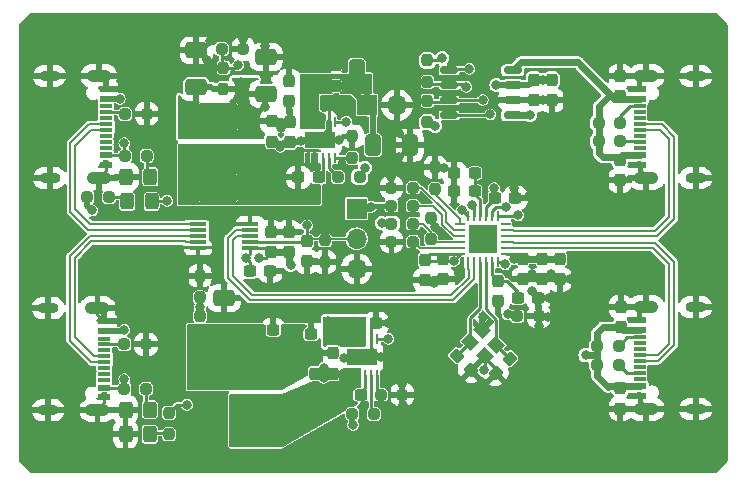
<source format=gbr>
%TF.GenerationSoftware,KiCad,Pcbnew,7.0.7*%
%TF.CreationDate,2023-09-25T17:24:45-05:00*%
%TF.ProjectId,KiVM,4b69564d-2e6b-4696-9361-645f70636258,rev?*%
%TF.SameCoordinates,Original*%
%TF.FileFunction,Copper,L1,Top*%
%TF.FilePolarity,Positive*%
%FSLAX46Y46*%
G04 Gerber Fmt 4.6, Leading zero omitted, Abs format (unit mm)*
G04 Created by KiCad (PCBNEW 7.0.7) date 2023-09-25 17:24:45*
%MOMM*%
%LPD*%
G01*
G04 APERTURE LIST*
G04 Aperture macros list*
%AMRoundRect*
0 Rectangle with rounded corners*
0 $1 Rounding radius*
0 $2 $3 $4 $5 $6 $7 $8 $9 X,Y pos of 4 corners*
0 Add a 4 corners polygon primitive as box body*
4,1,4,$2,$3,$4,$5,$6,$7,$8,$9,$2,$3,0*
0 Add four circle primitives for the rounded corners*
1,1,$1+$1,$2,$3*
1,1,$1+$1,$4,$5*
1,1,$1+$1,$6,$7*
1,1,$1+$1,$8,$9*
0 Add four rect primitives between the rounded corners*
20,1,$1+$1,$2,$3,$4,$5,0*
20,1,$1+$1,$4,$5,$6,$7,0*
20,1,$1+$1,$6,$7,$8,$9,0*
20,1,$1+$1,$8,$9,$2,$3,0*%
%AMRotRect*
0 Rectangle, with rotation*
0 The origin of the aperture is its center*
0 $1 length*
0 $2 width*
0 $3 Rotation angle, in degrees counterclockwise*
0 Add horizontal line*
21,1,$1,$2,0,0,$3*%
G04 Aperture macros list end*
%TA.AperFunction,SMDPad,CuDef*%
%ADD10RoundRect,0.237500X-0.237500X0.300000X-0.237500X-0.300000X0.237500X-0.300000X0.237500X0.300000X0*%
%TD*%
%TA.AperFunction,SMDPad,CuDef*%
%ADD11RoundRect,0.150000X-0.625000X-0.150000X0.625000X-0.150000X0.625000X0.150000X-0.625000X0.150000X0*%
%TD*%
%TA.AperFunction,SMDPad,CuDef*%
%ADD12RoundRect,0.150000X0.625000X0.150000X-0.625000X0.150000X-0.625000X-0.150000X0.625000X-0.150000X0*%
%TD*%
%TA.AperFunction,SMDPad,CuDef*%
%ADD13RoundRect,0.237500X-0.250000X-0.237500X0.250000X-0.237500X0.250000X0.237500X-0.250000X0.237500X0*%
%TD*%
%TA.AperFunction,SMDPad,CuDef*%
%ADD14RoundRect,0.237500X-0.237500X0.250000X-0.237500X-0.250000X0.237500X-0.250000X0.237500X0.250000X0*%
%TD*%
%TA.AperFunction,SMDPad,CuDef*%
%ADD15R,1.140000X0.600000*%
%TD*%
%TA.AperFunction,SMDPad,CuDef*%
%ADD16R,1.140000X0.300000*%
%TD*%
%TA.AperFunction,ComponentPad*%
%ADD17O,2.100000X1.050000*%
%TD*%
%TA.AperFunction,ComponentPad*%
%ADD18O,1.800000X0.900000*%
%TD*%
%TA.AperFunction,SMDPad,CuDef*%
%ADD19RoundRect,0.237500X0.237500X-0.300000X0.237500X0.300000X-0.237500X0.300000X-0.237500X-0.300000X0*%
%TD*%
%TA.AperFunction,SMDPad,CuDef*%
%ADD20RoundRect,0.250000X-0.412500X-0.650000X0.412500X-0.650000X0.412500X0.650000X-0.412500X0.650000X0*%
%TD*%
%TA.AperFunction,SMDPad,CuDef*%
%ADD21RoundRect,0.250000X-0.325000X-0.450000X0.325000X-0.450000X0.325000X0.450000X-0.325000X0.450000X0*%
%TD*%
%TA.AperFunction,SMDPad,CuDef*%
%ADD22RoundRect,0.237500X-0.300000X-0.237500X0.300000X-0.237500X0.300000X0.237500X-0.300000X0.237500X0*%
%TD*%
%TA.AperFunction,SMDPad,CuDef*%
%ADD23RoundRect,0.250000X0.650000X-0.412500X0.650000X0.412500X-0.650000X0.412500X-0.650000X-0.412500X0*%
%TD*%
%TA.AperFunction,SMDPad,CuDef*%
%ADD24RotRect,1.150000X1.000000X135.000000*%
%TD*%
%TA.AperFunction,SMDPad,CuDef*%
%ADD25RoundRect,0.237500X0.237500X-0.250000X0.237500X0.250000X-0.237500X0.250000X-0.237500X-0.250000X0*%
%TD*%
%TA.AperFunction,SMDPad,CuDef*%
%ADD26RoundRect,0.237500X0.300000X0.237500X-0.300000X0.237500X-0.300000X-0.237500X0.300000X-0.237500X0*%
%TD*%
%TA.AperFunction,SMDPad,CuDef*%
%ADD27RoundRect,0.237500X-0.380070X0.044194X0.044194X-0.380070X0.380070X-0.044194X-0.044194X0.380070X0*%
%TD*%
%TA.AperFunction,SMDPad,CuDef*%
%ADD28RoundRect,0.237500X0.250000X0.237500X-0.250000X0.237500X-0.250000X-0.237500X0.250000X-0.237500X0*%
%TD*%
%TA.AperFunction,ComponentPad*%
%ADD29R,1.700000X1.700000*%
%TD*%
%TA.AperFunction,ComponentPad*%
%ADD30O,1.700000X1.700000*%
%TD*%
%TA.AperFunction,SMDPad,CuDef*%
%ADD31RoundRect,0.235000X1.465000X-0.940000X1.465000X0.940000X-1.465000X0.940000X-1.465000X-0.940000X0*%
%TD*%
%TA.AperFunction,SMDPad,CuDef*%
%ADD32R,0.254000X0.914400*%
%TD*%
%TA.AperFunction,SMDPad,CuDef*%
%ADD33R,2.590800X1.397000*%
%TD*%
%TA.AperFunction,SMDPad,CuDef*%
%ADD34R,1.400000X0.300000*%
%TD*%
%TA.AperFunction,SMDPad,CuDef*%
%ADD35RoundRect,0.250000X0.325000X0.450000X-0.325000X0.450000X-0.325000X-0.450000X0.325000X-0.450000X0*%
%TD*%
%TA.AperFunction,SMDPad,CuDef*%
%ADD36R,0.812800X0.254000*%
%TD*%
%TA.AperFunction,SMDPad,CuDef*%
%ADD37R,0.254000X0.812800*%
%TD*%
%TA.AperFunction,SMDPad,CuDef*%
%ADD38R,2.489200X2.489200*%
%TD*%
%TA.AperFunction,SMDPad,CuDef*%
%ADD39RoundRect,0.237500X0.044194X0.380070X-0.380070X-0.044194X-0.044194X-0.380070X0.380070X0.044194X0*%
%TD*%
%TA.AperFunction,ViaPad*%
%ADD40C,0.800000*%
%TD*%
%TA.AperFunction,Conductor*%
%ADD41C,0.228600*%
%TD*%
%TA.AperFunction,Conductor*%
%ADD42C,0.127000*%
%TD*%
%TA.AperFunction,Conductor*%
%ADD43C,0.508000*%
%TD*%
%TA.AperFunction,Conductor*%
%ADD44C,0.381000*%
%TD*%
%TA.AperFunction,Conductor*%
%ADD45C,0.250000*%
%TD*%
%TA.AperFunction,Conductor*%
%ADD46C,0.584200*%
%TD*%
%TA.AperFunction,Conductor*%
%ADD47C,0.600000*%
%TD*%
%TA.AperFunction,Conductor*%
%ADD48C,0.200000*%
%TD*%
G04 APERTURE END LIST*
D10*
%TO.P,C5,1*%
%TO.N,+3V3*%
X154889200Y-117857100D03*
%TO.P,C5,2*%
%TO.N,GND*%
X154889200Y-119582100D03*
%TD*%
D11*
%TO.P,U3,1,EN1*%
%TO.N,Net-(U2-PRTPWR2)*%
X155394100Y-101879400D03*
%TO.P,U3,2,FLG1_B*%
%TO.N,Net-(U2-~{OCS2})*%
X155394100Y-103149400D03*
%TO.P,U3,3,FLG2_B*%
%TO.N,Net-(U2-~{OCS1})*%
X155394100Y-104419400D03*
%TO.P,U3,4,EN2*%
%TO.N,Net-(U2-PRTPWR1)*%
X155394100Y-105689400D03*
%TO.P,U3,5,OUT2*%
%TO.N,/KVM/Output Connectors/USP_PWR1*%
X160794100Y-105689400D03*
%TO.P,U3,6,GND*%
%TO.N,GND*%
X160794100Y-104419400D03*
D12*
%TO.P,U3,7,IN*%
%TO.N,+5V*%
X160794100Y-103149400D03*
D11*
%TO.P,U3,8,OUT1*%
%TO.N,/KVM/Output Connectors/USP_PWR2*%
X160794100Y-101879400D03*
%TD*%
D13*
%TO.P,R4,1*%
%TO.N,Net-(P2-CC)*%
X127916300Y-125069600D03*
%TO.P,R4,2*%
%TO.N,GND*%
X129741300Y-125069600D03*
%TD*%
D14*
%TO.P,R1,1*%
%TO.N,/KVM/SOURCE_SEL*%
X144881600Y-116283100D03*
%TO.P,R1,2*%
%TO.N,GND*%
X144881600Y-118108100D03*
%TD*%
D15*
%TO.P,P1,A1,GND*%
%TO.N,GND*%
X126326000Y-103480000D03*
%TO.P,P1,A4,VBUS*%
%TO.N,/KVM/Input Connectors A/VBUS*%
X126326000Y-104280000D03*
D16*
%TO.P,P1,A5,CC*%
%TO.N,Net-(P1-CC)*%
X126326000Y-105430000D03*
%TO.P,P1,A6,D+*%
%TO.N,/KVM/DFP_USB_A.D_P*%
X126326000Y-106430000D03*
%TO.P,P1,A7,D-*%
%TO.N,/KVM/DFP_USB_A.D_N*%
X126326000Y-106930000D03*
%TO.P,P1,A8*%
%TO.N,N/C*%
X126326000Y-107930000D03*
D15*
%TO.P,P1,A9,VBUS*%
%TO.N,/KVM/Input Connectors A/VBUS*%
X126326000Y-109080000D03*
%TO.P,P1,A12,GND*%
%TO.N,GND*%
X126326000Y-109880000D03*
%TO.P,P1,B1,GND*%
X126326000Y-109880000D03*
%TO.P,P1,B4,VBUS*%
%TO.N,/KVM/Input Connectors A/VBUS*%
X126326000Y-109080000D03*
D16*
%TO.P,P1,B5,VCONN*%
%TO.N,unconnected-(P1-VCONN-PadB5)*%
X126326000Y-108430000D03*
%TO.P,P1,B6*%
%TO.N,N/C*%
X126326000Y-107430000D03*
%TO.P,P1,B7*%
X126326000Y-105930000D03*
%TO.P,P1,B8*%
X126326000Y-104930000D03*
D15*
%TO.P,P1,B9,VBUS*%
%TO.N,/KVM/Input Connectors A/VBUS*%
X126326000Y-104280000D03*
%TO.P,P1,B12,GND*%
%TO.N,GND*%
X126326000Y-103480000D03*
D17*
%TO.P,P1,S1,SHIELD*%
X125756000Y-102360000D03*
D18*
X121576000Y-102360000D03*
D17*
X125756000Y-111000000D03*
D18*
X121576000Y-111000000D03*
%TD*%
D10*
%TO.P,C40,1*%
%TO.N,+3V3*%
X144018000Y-125832700D03*
%TO.P,C40,2*%
%TO.N,GND*%
X144018000Y-127557700D03*
%TD*%
%TO.P,C16,1*%
%TO.N,+3V3*%
X164782500Y-117857100D03*
%TO.P,C16,2*%
%TO.N,GND*%
X164782500Y-119582100D03*
%TD*%
D13*
%TO.P,R6,1*%
%TO.N,+5V*%
X150524200Y-114858800D03*
%TO.P,R6,2*%
%TO.N,/KVM/USB/VBUS_DET*%
X152349200Y-114858800D03*
%TD*%
D10*
%TO.P,C9,1*%
%TO.N,+3V3*%
X161671000Y-117857100D03*
%TO.P,C9,2*%
%TO.N,GND*%
X161671000Y-119582100D03*
%TD*%
D13*
%TO.P,R20,1*%
%TO.N,/KVM/Output Connectors/USP_PWR1*%
X167946500Y-126796800D03*
%TO.P,R20,2*%
%TO.N,Net-(P3-CC)*%
X169771500Y-126796800D03*
%TD*%
D15*
%TO.P,P3,A1,GND*%
%TO.N,GND*%
X171526000Y-129438000D03*
%TO.P,P3,A4,VBUS*%
%TO.N,/KVM/Output Connectors/USP_PWR1*%
X171526000Y-128638000D03*
D16*
%TO.P,P3,A5,CC*%
%TO.N,Net-(P3-CC)*%
X171526000Y-127488000D03*
%TO.P,P3,A6,D+*%
%TO.N,/KVM/Output Connectors/UFP_USB1.D_P*%
X171526000Y-126488000D03*
%TO.P,P3,A7,D-*%
%TO.N,/KVM/Output Connectors/UFP_USB1.D_N*%
X171526000Y-125988000D03*
%TO.P,P3,A8*%
%TO.N,N/C*%
X171526000Y-124988000D03*
D15*
%TO.P,P3,A9,VBUS*%
%TO.N,/KVM/Output Connectors/USP_PWR1*%
X171526000Y-123838000D03*
%TO.P,P3,A12,GND*%
%TO.N,GND*%
X171526000Y-123038000D03*
%TO.P,P3,B1,GND*%
X171526000Y-123038000D03*
%TO.P,P3,B4,VBUS*%
%TO.N,/KVM/Output Connectors/USP_PWR1*%
X171526000Y-123838000D03*
D16*
%TO.P,P3,B5,VCONN*%
%TO.N,Net-(P3-VCONN)*%
X171526000Y-124488000D03*
%TO.P,P3,B6*%
%TO.N,N/C*%
X171526000Y-125488000D03*
%TO.P,P3,B7*%
X171526000Y-126988000D03*
%TO.P,P3,B8*%
X171526000Y-127988000D03*
D15*
%TO.P,P3,B9,VBUS*%
%TO.N,/KVM/Output Connectors/USP_PWR1*%
X171526000Y-128638000D03*
%TO.P,P3,B12,GND*%
%TO.N,GND*%
X171526000Y-129438000D03*
D17*
%TO.P,P3,S1,SHIELD*%
X172096000Y-130558000D03*
D18*
X176276000Y-130558000D03*
D17*
X172096000Y-121918000D03*
D18*
X176276000Y-121918000D03*
%TD*%
D19*
%TO.P,C37,1*%
%TO.N,+5V*%
X141833600Y-117296100D03*
%TO.P,C37,2*%
%TO.N,GND*%
X141833600Y-115571100D03*
%TD*%
D20*
%TO.P,C20,1*%
%TO.N,+12V*%
X148957900Y-108204000D03*
%TO.P,C20,2*%
%TO.N,GND*%
X152082900Y-108204000D03*
%TD*%
D13*
%TO.P,R18,1*%
%TO.N,/KVM/Output Connectors/USP_PWR1*%
X167946500Y-125222000D03*
%TO.P,R18,2*%
%TO.N,Net-(P3-VCONN)*%
X169771500Y-125222000D03*
%TD*%
D21*
%TO.P,D1,1,K*%
%TO.N,GND*%
X128057800Y-110896400D03*
%TO.P,D1,2,A*%
%TO.N,Net-(D1-A)*%
X130107800Y-110896400D03*
%TD*%
D14*
%TO.P,R22,1*%
%TO.N,+5V*%
X153568400Y-101041200D03*
%TO.P,R22,2*%
%TO.N,Net-(U2-~{OCS2})*%
X153568400Y-102866200D03*
%TD*%
D22*
%TO.P,C27,1*%
%TO.N,+5V*%
X147524300Y-123291600D03*
%TO.P,C27,2*%
%TO.N,GND*%
X149249300Y-123291600D03*
%TD*%
D23*
%TO.P,C13,1*%
%TO.N,+5V*%
X134010400Y-103314900D03*
%TO.P,C13,2*%
%TO.N,GND*%
X134010400Y-100189900D03*
%TD*%
D13*
%TO.P,R21,1*%
%TO.N,/KVM/Output Connectors/USP_PWR2*%
X168059900Y-107899200D03*
%TO.P,R21,2*%
%TO.N,Net-(P4-CC)*%
X169884900Y-107899200D03*
%TD*%
D19*
%TO.P,C2,1*%
%TO.N,+12V*%
X145846800Y-103174800D03*
%TO.P,C2,2*%
%TO.N,GND*%
X145846800Y-101449800D03*
%TD*%
D10*
%TO.P,C17,1*%
%TO.N,+5V*%
X164104800Y-102693300D03*
%TO.P,C17,2*%
%TO.N,GND*%
X164104800Y-104418300D03*
%TD*%
D15*
%TO.P,P4,A1,GND*%
%TO.N,GND*%
X171526000Y-109880000D03*
%TO.P,P4,A4,VBUS*%
%TO.N,/KVM/Output Connectors/USP_PWR2*%
X171526000Y-109080000D03*
D16*
%TO.P,P4,A5,CC*%
%TO.N,Net-(P4-CC)*%
X171526000Y-107930000D03*
%TO.P,P4,A6,D+*%
%TO.N,/KVM/Output Connectors/UFP_USB2.D_P*%
X171526000Y-106930000D03*
%TO.P,P4,A7,D-*%
%TO.N,/KVM/Output Connectors/UFP_USB2.D_N*%
X171526000Y-106430000D03*
%TO.P,P4,A8*%
%TO.N,N/C*%
X171526000Y-105430000D03*
D15*
%TO.P,P4,A9,VBUS*%
%TO.N,/KVM/Output Connectors/USP_PWR2*%
X171526000Y-104280000D03*
%TO.P,P4,A12,GND*%
%TO.N,GND*%
X171526000Y-103480000D03*
%TO.P,P4,B1,GND*%
X171526000Y-103480000D03*
%TO.P,P4,B4,VBUS*%
%TO.N,/KVM/Output Connectors/USP_PWR2*%
X171526000Y-104280000D03*
D16*
%TO.P,P4,B5,VCONN*%
%TO.N,Net-(P4-VCONN)*%
X171526000Y-104930000D03*
%TO.P,P4,B6*%
%TO.N,N/C*%
X171526000Y-105930000D03*
%TO.P,P4,B7*%
X171526000Y-107430000D03*
%TO.P,P4,B8*%
X171526000Y-108430000D03*
D15*
%TO.P,P4,B9,VBUS*%
%TO.N,/KVM/Output Connectors/USP_PWR2*%
X171526000Y-109080000D03*
%TO.P,P4,B12,GND*%
%TO.N,GND*%
X171526000Y-109880000D03*
D17*
%TO.P,P4,S1,SHIELD*%
X172096000Y-111000000D03*
D18*
X176276000Y-111000000D03*
D17*
X172096000Y-102360000D03*
D18*
X176276000Y-102360000D03*
%TD*%
D10*
%TO.P,C32,1*%
%TO.N,/KVM/Output Connectors/USP_PWR2*%
X169875200Y-109475100D03*
%TO.P,C32,2*%
%TO.N,GND*%
X169875200Y-111200100D03*
%TD*%
D24*
%TO.P,Y1,1,1*%
%TO.N,Net-(U2-XTALIN)*%
X159406493Y-125091744D03*
%TO.P,Y1,2,2*%
%TO.N,GND*%
X158169056Y-123854307D03*
%TO.P,Y1,3,3*%
%TO.N,Net-(U2-XTALOUT)*%
X157179107Y-124844256D03*
%TO.P,Y1,4,4*%
%TO.N,GND*%
X158416544Y-126081693D03*
%TD*%
D23*
%TO.P,C22,1*%
%TO.N,+12V*%
X143916400Y-103060900D03*
%TO.P,C22,2*%
%TO.N,GND*%
X143916400Y-99935900D03*
%TD*%
D13*
%TO.P,R8,1*%
%TO.N,+3V3*%
X150524200Y-113334800D03*
%TO.P,R8,2*%
%TO.N,Net-(U2-~{RST})*%
X152349200Y-113334800D03*
%TD*%
D21*
%TO.P,D4,1,K*%
%TO.N,GND*%
X128007000Y-132689600D03*
%TO.P,D4,2,A*%
%TO.N,Net-(D4-A)*%
X130057000Y-132689600D03*
%TD*%
D25*
%TO.P,R27,1*%
%TO.N,/Power/FB_3V3*%
X134315200Y-121105300D03*
%TO.P,R27,2*%
%TO.N,GND*%
X134315200Y-119280300D03*
%TD*%
D26*
%TO.P,C38,1*%
%TO.N,Net-(U5-BOOT)*%
X147928500Y-129336800D03*
%TO.P,C38,2*%
%TO.N,/Power/3V3_SW*%
X146203500Y-129336800D03*
%TD*%
D27*
%TO.P,C10,1*%
%TO.N,Net-(U2-XTALOUT)*%
X156035176Y-126038427D03*
%TO.P,C10,2*%
%TO.N,GND*%
X157254936Y-127258187D03*
%TD*%
D22*
%TO.P,C7,1*%
%TO.N,+3V3*%
X159297200Y-112674400D03*
%TO.P,C7,2*%
%TO.N,GND*%
X161022200Y-112674400D03*
%TD*%
D10*
%TO.P,C6,1*%
%TO.N,Net-(U2-PLLFILT)*%
X159550100Y-119685900D03*
%TO.P,C6,2*%
%TO.N,GND*%
X159550100Y-121410900D03*
%TD*%
D22*
%TO.P,C35,1*%
%TO.N,+5V*%
X138532700Y-118872000D03*
%TO.P,C35,2*%
%TO.N,GND*%
X140257700Y-118872000D03*
%TD*%
D10*
%TO.P,C18,1*%
%TO.N,+5V*%
X162585400Y-102693300D03*
%TO.P,C18,2*%
%TO.N,GND*%
X162585400Y-104418300D03*
%TD*%
D26*
%TO.P,C24,1*%
%TO.N,Net-(U4-BOOT)*%
X144372500Y-110947200D03*
%TO.P,C24,2*%
%TO.N,/Power/5V_SW*%
X142647500Y-110947200D03*
%TD*%
D28*
%TO.P,R14,1*%
%TO.N,+5V*%
X147824200Y-110896400D03*
%TO.P,R14,2*%
%TO.N,Net-(U4-PG)*%
X145999200Y-110896400D03*
%TD*%
D15*
%TO.P,P2,A1,GND*%
%TO.N,GND*%
X126202000Y-123134000D03*
%TO.P,P2,A4,VBUS*%
%TO.N,/KVM/Input Connectors B/VBUS*%
X126202000Y-123934000D03*
D16*
%TO.P,P2,A5,CC*%
%TO.N,Net-(P2-CC)*%
X126202000Y-125084000D03*
%TO.P,P2,A6,D+*%
%TO.N,/KVM/DFP_USB_B.D_P*%
X126202000Y-126084000D03*
%TO.P,P2,A7,D-*%
%TO.N,/KVM/DFP_USB_B.D_N*%
X126202000Y-126584000D03*
%TO.P,P2,A8*%
%TO.N,N/C*%
X126202000Y-127584000D03*
D15*
%TO.P,P2,A9,VBUS*%
%TO.N,/KVM/Input Connectors B/VBUS*%
X126202000Y-128734000D03*
%TO.P,P2,A12,GND*%
%TO.N,GND*%
X126202000Y-129534000D03*
%TO.P,P2,B1,GND*%
X126202000Y-129534000D03*
%TO.P,P2,B4,VBUS*%
%TO.N,/KVM/Input Connectors B/VBUS*%
X126202000Y-128734000D03*
D16*
%TO.P,P2,B5,VCONN*%
%TO.N,unconnected-(P2-VCONN-PadB5)*%
X126202000Y-128084000D03*
%TO.P,P2,B6*%
%TO.N,N/C*%
X126202000Y-127084000D03*
%TO.P,P2,B7*%
X126202000Y-125584000D03*
%TO.P,P2,B8*%
X126202000Y-124584000D03*
D15*
%TO.P,P2,B9,VBUS*%
%TO.N,/KVM/Input Connectors B/VBUS*%
X126202000Y-123934000D03*
%TO.P,P2,B12,GND*%
%TO.N,GND*%
X126202000Y-123134000D03*
D17*
%TO.P,P2,S1,SHIELD*%
X125632000Y-122014000D03*
D18*
X121452000Y-122014000D03*
D17*
X125632000Y-130654000D03*
D18*
X121452000Y-130654000D03*
%TD*%
D13*
%TO.P,R28,1*%
%TO.N,+3V3*%
X147220300Y-130962400D03*
%TO.P,R28,2*%
%TO.N,Net-(U5-PG)*%
X149045300Y-130962400D03*
%TD*%
D20*
%TO.P,C21,1*%
%TO.N,+12V*%
X147586300Y-101854000D03*
%TO.P,C21,2*%
%TO.N,GND*%
X150711300Y-101854000D03*
%TD*%
D10*
%TO.P,C33,1*%
%TO.N,/KVM/Output Connectors/USP_PWR1*%
X169900400Y-128804500D03*
%TO.P,C33,2*%
%TO.N,GND*%
X169900400Y-130529500D03*
%TD*%
D25*
%TO.P,R26,1*%
%TO.N,+3V3*%
X134315200Y-124508900D03*
%TO.P,R26,2*%
%TO.N,/Power/FB_3V3*%
X134315200Y-122683900D03*
%TD*%
D23*
%TO.P,C28,1*%
%TO.N,+5V*%
X139903200Y-103873700D03*
%TO.P,C28,2*%
%TO.N,GND*%
X139903200Y-100748700D03*
%TD*%
D13*
%TO.P,R19,1*%
%TO.N,/KVM/Output Connectors/USP_PWR2*%
X168059900Y-106324400D03*
%TO.P,R19,2*%
%TO.N,Net-(P4-VCONN)*%
X169884900Y-106324400D03*
%TD*%
D19*
%TO.P,C34,1*%
%TO.N,/KVM/Output Connectors/USP_PWR2*%
X169886800Y-104088100D03*
%TO.P,C34,2*%
%TO.N,GND*%
X169886800Y-102363100D03*
%TD*%
D13*
%TO.P,R2,1*%
%TO.N,Net-(P1-CC)*%
X127967100Y-105562400D03*
%TO.P,R2,2*%
%TO.N,GND*%
X129792100Y-105562400D03*
%TD*%
D10*
%TO.P,C1,1*%
%TO.N,/KVM/SOURCE_SEL*%
X143357600Y-116333100D03*
%TO.P,C1,2*%
%TO.N,GND*%
X143357600Y-118058100D03*
%TD*%
%TO.P,C41,1*%
%TO.N,+3V3*%
X145542000Y-125832700D03*
%TO.P,C41,2*%
%TO.N,GND*%
X145542000Y-127557700D03*
%TD*%
D21*
%TO.P,D2,1,K*%
%TO.N,GND*%
X128007000Y-130606800D03*
%TO.P,D2,2,A*%
%TO.N,Net-(D2-A)*%
X130057000Y-130606800D03*
%TD*%
D26*
%TO.P,C15,1*%
%TO.N,Net-(U2-CRFILT)*%
X157580500Y-112115600D03*
%TO.P,C15,2*%
%TO.N,GND*%
X155855500Y-112115600D03*
%TD*%
D29*
%TO.P,SW1,1,A*%
%TO.N,+3V3*%
X147574000Y-113588800D03*
D30*
%TO.P,SW1,2,B*%
%TO.N,/KVM/SOURCE_SEL*%
X147574000Y-116128800D03*
%TO.P,SW1,3,C*%
%TO.N,GND*%
X147574000Y-118668800D03*
%TD*%
D31*
%TO.P,L1,1,1*%
%TO.N,/Power/5V_SW*%
X135839200Y-111838600D03*
%TO.P,L1,2,2*%
%TO.N,+5V*%
X135839200Y-105788600D03*
%TD*%
D23*
%TO.P,C42,1*%
%TO.N,+3V3*%
X136347200Y-124295300D03*
%TO.P,C42,2*%
%TO.N,GND*%
X136347200Y-121170300D03*
%TD*%
D25*
%TO.P,R15,1*%
%TO.N,Net-(U4-RT)*%
X147218400Y-109285000D03*
%TO.P,R15,2*%
%TO.N,GND*%
X147218400Y-107460000D03*
%TD*%
D26*
%TO.P,C26,1*%
%TO.N,+5V*%
X145439300Y-124206000D03*
%TO.P,C26,2*%
%TO.N,GND*%
X143714300Y-124206000D03*
%TD*%
D32*
%TO.P,U4,1,SW*%
%TO.N,/Power/5V_SW*%
X143256000Y-109270800D03*
%TO.P,U4,2,SW*%
X143756126Y-109270800D03*
%TO.P,U4,3,SW*%
X144256252Y-109270800D03*
%TO.P,U4,4,BOOT*%
%TO.N,Net-(U4-BOOT)*%
X144756378Y-109270800D03*
%TO.P,U4,5,PG*%
%TO.N,Net-(U4-PG)*%
X145256504Y-109270800D03*
%TO.P,U4,6,RT*%
%TO.N,Net-(U4-RT)*%
X145756630Y-109270800D03*
%TO.P,U4,7,FB*%
%TO.N,/Power/FB_5V*%
X145756630Y-106273600D03*
%TO.P,U4,8,AGND*%
%TO.N,GND*%
X145256504Y-106273600D03*
%TO.P,U4,9,EN*%
%TO.N,+12V*%
X144756378Y-106273600D03*
%TO.P,U4,10,VIN*%
X144256252Y-106273600D03*
%TO.P,U4,11,VIN*%
X143756126Y-106273600D03*
%TO.P,U4,12,VIN*%
X143256000Y-106273600D03*
D33*
%TO.P,U4,13,PGND/DAP*%
%TO.N,GND*%
X144506315Y-107772200D03*
%TD*%
D28*
%TO.P,R5,1*%
%TO.N,Net-(D2-A)*%
X129741300Y-128828800D03*
%TO.P,R5,2*%
%TO.N,/KVM/Input Connectors B/VBUS*%
X127916300Y-128828800D03*
%TD*%
D29*
%TO.P,J1,1*%
%TO.N,+12V*%
X148457600Y-104826200D03*
D30*
%TO.P,J1,2*%
%TO.N,GND*%
X150997600Y-104826200D03*
%TD*%
D25*
%TO.P,R23,1*%
%TO.N,+5V*%
X153568400Y-106271700D03*
%TO.P,R23,2*%
%TO.N,Net-(U2-~{OCS1})*%
X153568400Y-104446700D03*
%TD*%
D22*
%TO.P,C3,1*%
%TO.N,+12V*%
X143561900Y-104749600D03*
%TO.P,C3,2*%
%TO.N,GND*%
X145286900Y-104749600D03*
%TD*%
D19*
%TO.P,C31,1*%
%TO.N,/KVM/Output Connectors/USP_PWR1*%
X169925800Y-123646100D03*
%TO.P,C31,2*%
%TO.N,GND*%
X169925800Y-121921100D03*
%TD*%
D25*
%TO.P,R16,1*%
%TO.N,+5V*%
X136296400Y-103477700D03*
%TO.P,R16,2*%
%TO.N,/Power/FB_5V*%
X136296400Y-101652700D03*
%TD*%
D28*
%TO.P,R10,1*%
%TO.N,Net-(U2-NO_REM0)*%
X152349200Y-116382800D03*
%TO.P,R10,2*%
%TO.N,GND*%
X150524200Y-116382800D03*
%TD*%
D13*
%TO.P,R13,1*%
%TO.N,Net-(U5-RT)*%
X149607900Y-129336800D03*
%TO.P,R13,2*%
%TO.N,GND*%
X151432900Y-129336800D03*
%TD*%
D22*
%TO.P,C39,1*%
%TO.N,+3V3*%
X138786700Y-123850400D03*
%TO.P,C39,2*%
%TO.N,GND*%
X140511700Y-123850400D03*
%TD*%
D28*
%TO.P,R9,1*%
%TO.N,GND*%
X163002600Y-122707400D03*
%TO.P,R9,2*%
%TO.N,Net-(U2-RBIAS)*%
X161177600Y-122707400D03*
%TD*%
D10*
%TO.P,C14,1*%
%TO.N,+3V3*%
X153327100Y-117907900D03*
%TO.P,C14,2*%
%TO.N,GND*%
X153327100Y-119632900D03*
%TD*%
%TO.P,C11,1*%
%TO.N,+3V3*%
X163258500Y-117857100D03*
%TO.P,C11,2*%
%TO.N,GND*%
X163258500Y-119582100D03*
%TD*%
D32*
%TO.P,U5,1,SW*%
%TO.N,/Power/3V3_SW*%
X146800570Y-127660400D03*
%TO.P,U5,2,SW*%
X147300696Y-127660400D03*
%TO.P,U5,3,SW*%
X147800822Y-127660400D03*
%TO.P,U5,4,BOOT*%
%TO.N,Net-(U5-BOOT)*%
X148300948Y-127660400D03*
%TO.P,U5,5,PG*%
%TO.N,Net-(U5-PG)*%
X148801074Y-127660400D03*
%TO.P,U5,6,RT*%
%TO.N,Net-(U5-RT)*%
X149301200Y-127660400D03*
%TO.P,U5,7,FB*%
%TO.N,/Power/FB_3V3*%
X149301200Y-124663200D03*
%TO.P,U5,8,AGND*%
%TO.N,GND*%
X148801074Y-124663200D03*
%TO.P,U5,9,EN*%
%TO.N,+5V*%
X148300948Y-124663200D03*
%TO.P,U5,10,VIN*%
X147800822Y-124663200D03*
%TO.P,U5,11,VIN*%
X147300696Y-124663200D03*
%TO.P,U5,12,VIN*%
X146800570Y-124663200D03*
D33*
%TO.P,U5,13,PGND/DAP*%
%TO.N,GND*%
X148050885Y-126161800D03*
%TD*%
D34*
%TO.P,U6,1,V+*%
%TO.N,+5V*%
X138562800Y-116890800D03*
%TO.P,U6,2,SELECT*%
%TO.N,/KVM/SOURCE_SEL*%
X138562800Y-116390800D03*
%TO.P,U6,3,D_P*%
%TO.N,/KVM/USB Switch/USB_UP.D_P*%
X138562800Y-115890800D03*
%TO.P,U6,4,D_N*%
%TO.N,/KVM/USB Switch/USB_UP.D_N*%
X138562800Y-115390800D03*
%TO.P,U6,5,GND*%
%TO.N,GND*%
X138562800Y-114890800D03*
%TO.P,U6,6,HSD1_N*%
%TO.N,/KVM/DFP_USB_A.D_N*%
X134162800Y-114890800D03*
%TO.P,U6,7,HSD1_P*%
%TO.N,/KVM/DFP_USB_A.D_P*%
X134162800Y-115390800D03*
%TO.P,U6,8,HSD2_N*%
%TO.N,/KVM/DFP_USB_B.D_N*%
X134162800Y-115890800D03*
%TO.P,U6,9,HSD2_P*%
%TO.N,/KVM/DFP_USB_B.D_P*%
X134162800Y-116390800D03*
%TO.P,U6,10,OE_B*%
%TO.N,GND*%
X134162800Y-116890800D03*
%TD*%
D28*
%TO.P,R12,1*%
%TO.N,Net-(U2-SMBCLK{slash}CFG_SEL0)*%
X152349200Y-111810800D03*
%TO.P,R12,2*%
%TO.N,GND*%
X150524200Y-111810800D03*
%TD*%
D13*
%TO.P,R17,1*%
%TO.N,/Power/FB_5V*%
X136145900Y-100076000D03*
%TO.P,R17,2*%
%TO.N,GND*%
X137970900Y-100076000D03*
%TD*%
D35*
%TO.P,D5,1,K*%
%TO.N,/KVM/SOURCE_SEL*%
X130209400Y-112979200D03*
%TO.P,D5,2,A*%
%TO.N,Net-(D5-A)*%
X128159400Y-112979200D03*
%TD*%
D36*
%TO.P,U2,1,VDD*%
%TO.N,+3V3*%
X160235900Y-117449600D03*
%TO.P,U2,2,USBM_DWN1*%
%TO.N,/KVM/Output Connectors/UFP_USB1.D_N*%
X160235900Y-116941600D03*
%TO.P,U2,3,USBP_DWN1*%
%TO.N,/KVM/Output Connectors/UFP_USB1.D_P*%
X160235900Y-116433600D03*
%TO.P,U2,4,USBM_DWN2*%
%TO.N,/KVM/Output Connectors/UFP_USB2.D_N*%
X160235900Y-115925600D03*
%TO.P,U2,5,USBP_DWN2*%
%TO.N,/KVM/Output Connectors/UFP_USB2.D_P*%
X160235900Y-115417600D03*
%TO.P,U2,6,NC*%
%TO.N,unconnected-(U2-NC-Pad6)*%
X160235900Y-114909600D03*
D37*
%TO.P,U2,7,PRTPWR1*%
%TO.N,Net-(U2-PRTPWR1)*%
X159562800Y-114236500D03*
%TO.P,U2,8,~{OCS1}*%
%TO.N,Net-(U2-~{OCS1})*%
X159054800Y-114236500D03*
%TO.P,U2,9,VDD*%
%TO.N,+3V3*%
X158546800Y-114236500D03*
%TO.P,U2,10,CRFILT*%
%TO.N,Net-(U2-CRFILT)*%
X158038800Y-114236500D03*
%TO.P,U2,11,PRTPWR2*%
%TO.N,Net-(U2-PRTPWR2)*%
X157530800Y-114236500D03*
%TO.P,U2,12,~{OCS2}*%
%TO.N,Net-(U2-~{OCS2})*%
X157022800Y-114236500D03*
D36*
%TO.P,U2,13,SMBDAT/NO_REM1*%
%TO.N,Net-(U2-SMBDAT{slash}NO_REM1)*%
X156349700Y-114909600D03*
%TO.P,U2,14,SMBCLK/CFG_SEL0*%
%TO.N,Net-(U2-SMBCLK{slash}CFG_SEL0)*%
X156349700Y-115417600D03*
%TO.P,U2,15,~{RST}*%
%TO.N,Net-(U2-~{RST})*%
X156349700Y-115925600D03*
%TO.P,U2,16,VBUS-DET*%
%TO.N,/KVM/USB/VBUS_DET*%
X156349700Y-116433600D03*
%TO.P,U2,17,NO_REM0*%
%TO.N,Net-(U2-NO_REM0)*%
X156349700Y-116941600D03*
%TO.P,U2,18,VDD*%
%TO.N,+3V3*%
X156349700Y-117449600D03*
D37*
%TO.P,U2,19,USBP_UP*%
%TO.N,/KVM/USB Switch/USB_UP.D_P*%
X157022800Y-118122700D03*
%TO.P,U2,20,USBM_UP*%
%TO.N,/KVM/USB Switch/USB_UP.D_N*%
X157530800Y-118122700D03*
%TO.P,U2,21,XTALOUT*%
%TO.N,Net-(U2-XTALOUT)*%
X158038800Y-118122700D03*
%TO.P,U2,22,XTALIN*%
%TO.N,Net-(U2-XTALIN)*%
X158546800Y-118122700D03*
%TO.P,U2,23,PLLFILT*%
%TO.N,Net-(U2-PLLFILT)*%
X159054800Y-118122700D03*
%TO.P,U2,24,RBIAS*%
%TO.N,Net-(U2-RBIAS)*%
X159562800Y-118122700D03*
D38*
%TO.P,U2,25,VSS*%
%TO.N,GND*%
X158292800Y-116179600D03*
%TD*%
D25*
%TO.P,R24,1*%
%TO.N,Net-(D4-A)*%
X131673600Y-132687700D03*
%TO.P,R24,2*%
%TO.N,/KVM/SOURCE_SEL*%
X131673600Y-130862700D03*
%TD*%
%TO.P,R7,1*%
%TO.N,/KVM/USB/VBUS_DET*%
X153873200Y-116177700D03*
%TO.P,R7,2*%
%TO.N,GND*%
X153873200Y-114352700D03*
%TD*%
D28*
%TO.P,R25,1*%
%TO.N,Net-(D5-A)*%
X126591700Y-112623600D03*
%TO.P,R25,2*%
%TO.N,+3V3*%
X124766700Y-112623600D03*
%TD*%
D31*
%TO.P,L2,1,1*%
%TO.N,/Power/3V3_SW*%
X139496800Y-132158600D03*
%TO.P,L2,2,2*%
%TO.N,+3V3*%
X139496800Y-126108600D03*
%TD*%
D19*
%TO.P,C36,1*%
%TO.N,+5V*%
X140309600Y-117296100D03*
%TO.P,C36,2*%
%TO.N,GND*%
X140309600Y-115571100D03*
%TD*%
D10*
%TO.P,C4,1*%
%TO.N,+5V*%
X140385800Y-106198500D03*
%TO.P,C4,2*%
%TO.N,GND*%
X140385800Y-107923500D03*
%TD*%
D28*
%TO.P,R3,1*%
%TO.N,Net-(D1-A)*%
X129792100Y-109118400D03*
%TO.P,R3,2*%
%TO.N,/KVM/Input Connectors A/VBUS*%
X127967100Y-109118400D03*
%TD*%
D22*
%TO.P,C8,1*%
%TO.N,Net-(U2-PLLFILT)*%
X161227600Y-121158000D03*
%TO.P,C8,2*%
%TO.N,GND*%
X162952600Y-121158000D03*
%TD*%
D19*
%TO.P,C23,1*%
%TO.N,+5V*%
X141833600Y-104510600D03*
%TO.P,C23,2*%
%TO.N,GND*%
X141833600Y-102785600D03*
%TD*%
D10*
%TO.P,C19,1*%
%TO.N,+5V*%
X141960600Y-106223900D03*
%TO.P,C19,2*%
%TO.N,GND*%
X141960600Y-107948900D03*
%TD*%
D26*
%TO.P,C12,1*%
%TO.N,Net-(U2-CRFILT)*%
X157580500Y-110591600D03*
%TO.P,C12,2*%
%TO.N,GND*%
X155855500Y-110591600D03*
%TD*%
D25*
%TO.P,R11,1*%
%TO.N,Net-(U2-SMBDAT{slash}NO_REM1)*%
X154228800Y-111910500D03*
%TO.P,R11,2*%
%TO.N,GND*%
X154228800Y-110085500D03*
%TD*%
D39*
%TO.P,C25,1*%
%TO.N,Net-(U2-XTALIN)*%
X160556936Y-126292427D03*
%TO.P,C25,2*%
%TO.N,GND*%
X159337176Y-127512187D03*
%TD*%
D40*
%TO.N,/KVM/SOURCE_SEL*%
X131521200Y-112928400D03*
X133197600Y-130200400D03*
X143357600Y-115011200D03*
%TO.N,GND*%
X151434800Y-128422400D03*
X144576800Y-101244400D03*
X149758400Y-101650800D03*
X144780000Y-127914400D03*
X150520400Y-117652800D03*
X143713200Y-122123200D03*
X149148800Y-116332000D03*
X150418800Y-122072400D03*
X162433000Y-120523000D03*
X139852400Y-99822000D03*
X154228800Y-115112800D03*
X151130000Y-109220000D03*
X135128000Y-99415600D03*
X157530800Y-115417600D03*
X154432000Y-122072400D03*
X137972800Y-99263200D03*
X159308800Y-104444800D03*
X165658800Y-119532400D03*
X140512800Y-122174000D03*
X163830000Y-121158000D03*
X158242000Y-122783600D03*
X159054800Y-116941600D03*
X146100800Y-107746800D03*
X157378400Y-120700800D03*
X149656800Y-126136400D03*
X151180800Y-107188000D03*
X141122400Y-108356400D03*
X160934400Y-111861600D03*
X142849600Y-107899200D03*
X163017200Y-123545600D03*
X162433000Y-119126000D03*
X151028400Y-103124000D03*
X158343600Y-127254000D03*
X150215600Y-123291600D03*
X154101800Y-119862600D03*
X154990800Y-110185200D03*
X162204400Y-112522000D03*
X163372800Y-104394000D03*
X151485600Y-130251200D03*
X144830800Y-127050800D03*
X146510487Y-126238476D03*
X147370800Y-122123200D03*
X150520400Y-110947200D03*
X163779200Y-122732800D03*
X143103600Y-101142800D03*
X164007800Y-119151400D03*
X134924800Y-101041200D03*
%TO.N,+5V*%
X148285200Y-110134400D03*
X137795000Y-104013000D03*
X154228800Y-106578400D03*
X154813000Y-100838000D03*
X138176000Y-117729000D03*
X139319000Y-117729000D03*
X132969000Y-107188000D03*
X132969000Y-105029000D03*
X141173200Y-106730800D03*
X149707600Y-114808000D03*
X137795000Y-102870000D03*
X138303000Y-105029000D03*
X139801600Y-105003600D03*
X159410400Y-103124000D03*
X138303000Y-106045000D03*
X146405600Y-123799600D03*
X132969000Y-106045000D03*
X163322000Y-102693300D03*
X145135600Y-123139200D03*
X138303000Y-107188000D03*
X141986000Y-118364000D03*
%TO.N,+3V3*%
X160934400Y-117856000D03*
X134213600Y-126085600D03*
X137160000Y-127355600D03*
X147269200Y-131876800D03*
X138582400Y-128066800D03*
X142290800Y-127355600D03*
X134213600Y-127355600D03*
X140360400Y-128066800D03*
X135686800Y-127355600D03*
X155803600Y-118008400D03*
X148793200Y-113436400D03*
X137160000Y-126034800D03*
X135686800Y-126034800D03*
X125171200Y-113741200D03*
X159207200Y-111861600D03*
X142290800Y-126034800D03*
%TO.N,/KVM/Output Connectors/USP_PWR1*%
X162255200Y-105664000D03*
X166954000Y-126009400D03*
%TO.N,/KVM/Input Connectors A/VBUS*%
X127508000Y-104292400D03*
X127914400Y-108051600D03*
%TO.N,/KVM/Input Connectors B/VBUS*%
X127914400Y-123850400D03*
X127914400Y-128016000D03*
%TO.N,Net-(U2-RBIAS)*%
X160350200Y-122529600D03*
X160147039Y-118295262D03*
%TO.N,/Power/FB_5V*%
X146710400Y-106222800D03*
X137515600Y-101447600D03*
%TO.N,Net-(U2-~{OCS2})*%
X156484425Y-113739078D03*
X156870400Y-103276400D03*
%TO.N,Net-(U2-~{OCS1})*%
X160223200Y-113487200D03*
X158242000Y-104394000D03*
%TO.N,Net-(U2-PRTPWR1)*%
X161239200Y-114147600D03*
X158902400Y-105613200D03*
%TO.N,Net-(U2-PRTPWR2)*%
X157378400Y-113284000D03*
X157124400Y-101752400D03*
%TO.N,/Power/FB_3V3*%
X134315200Y-121920000D03*
X150266400Y-124612400D03*
%TD*%
D41*
%TO.N,/KVM/SOURCE_SEL*%
X131521200Y-112928400D02*
X130260200Y-112928400D01*
X130260200Y-112928400D02*
X130209400Y-112877600D01*
X133197600Y-130200400D02*
X132335900Y-130200400D01*
D42*
X143357600Y-116333100D02*
X143561900Y-116128800D01*
D41*
X132335900Y-130200400D02*
X131673600Y-130862700D01*
X143357600Y-116333100D02*
X143357600Y-115011200D01*
D42*
X143299900Y-116390800D02*
X143357600Y-116333100D01*
X143561900Y-116128800D02*
X147574000Y-116128800D01*
D41*
X138562800Y-116390800D02*
X143299900Y-116390800D01*
%TO.N,GND*%
X148050885Y-126161800D02*
X146587163Y-126161800D01*
D43*
X164104800Y-104418300D02*
X163397100Y-104418300D01*
D44*
X146387600Y-107460000D02*
X146100800Y-107746800D01*
D43*
X140689500Y-107923500D02*
X141122400Y-108356400D01*
D44*
X137970900Y-100076000D02*
X137970900Y-99265100D01*
D43*
X144780000Y-127914400D02*
X144830800Y-127050800D01*
D41*
X146587163Y-126161800D02*
X146510487Y-126238476D01*
D44*
X171526000Y-109880000D02*
X171526000Y-110430000D01*
X147218400Y-107460000D02*
X146387600Y-107460000D01*
D41*
X125756000Y-111000000D02*
X127954200Y-111000000D01*
D43*
X144018000Y-127557700D02*
X144323900Y-127557700D01*
X145256504Y-106273600D02*
X145256504Y-107022011D01*
D41*
X127954200Y-111000000D02*
X128057800Y-110896400D01*
X127959800Y-130654000D02*
X125632000Y-130654000D01*
X126202000Y-130084000D02*
X125632000Y-130654000D01*
D44*
X134010400Y-100189900D02*
X134353700Y-100189900D01*
X152082900Y-108267100D02*
X151130000Y-109220000D01*
D43*
X143714300Y-122124300D02*
X143713200Y-122123200D01*
D41*
X161022200Y-111949400D02*
X160934400Y-111861600D01*
D44*
X152082900Y-108204000D02*
X152082900Y-108267100D01*
X154891100Y-110085500D02*
X154990800Y-110185200D01*
X153873200Y-114757200D02*
X154228800Y-115112800D01*
X143916400Y-99935900D02*
X143916400Y-100584000D01*
X150762100Y-102857700D02*
X151028400Y-103124000D01*
D41*
X162052000Y-112674400D02*
X162204400Y-112522000D01*
D45*
X158416544Y-126260144D02*
X159337176Y-127180776D01*
D44*
X134353700Y-100189900D02*
X135128000Y-99415600D01*
D41*
X148050885Y-126161800D02*
X149631400Y-126161800D01*
D43*
X140385800Y-107923500D02*
X140689500Y-107923500D01*
D41*
X126202000Y-129534000D02*
X126202000Y-130084000D01*
X149588474Y-126136400D02*
X149656800Y-126136400D01*
D43*
X159334200Y-104419400D02*
X159308800Y-104444800D01*
D44*
X150762100Y-101904800D02*
X150762100Y-102857700D01*
D41*
X128007000Y-130606800D02*
X127959800Y-130654000D01*
D43*
X140511700Y-122175100D02*
X140512800Y-122174000D01*
X158169056Y-123854307D02*
X158169056Y-122856544D01*
D45*
X158416544Y-126081693D02*
X158416544Y-126096579D01*
X159337176Y-127180776D02*
X159337176Y-127512187D01*
D41*
X148801074Y-125349000D02*
X149588474Y-126136400D01*
D44*
X134073500Y-100189900D02*
X134924800Y-101041200D01*
X171526000Y-129438000D02*
X171526000Y-129988000D01*
D41*
X149631400Y-126161800D02*
X149656800Y-126136400D01*
X126326000Y-110430000D02*
X125756000Y-111000000D01*
D43*
X160794100Y-104419400D02*
X159334200Y-104419400D01*
D44*
X139852400Y-100748700D02*
X139852400Y-99822000D01*
D43*
X145256504Y-107022011D02*
X144506315Y-107772200D01*
D44*
X152082900Y-108090100D02*
X151180800Y-107188000D01*
D43*
X163397100Y-104418300D02*
X163372800Y-104394000D01*
X141935200Y-107923500D02*
X141960600Y-107948900D01*
D44*
X134010400Y-100189900D02*
X134073500Y-100189900D01*
X137970900Y-99265100D02*
X137972800Y-99263200D01*
D45*
X158416544Y-126081693D02*
X158416544Y-127181056D01*
D41*
X126326000Y-103480000D02*
X126326000Y-102930000D01*
X161022200Y-112674400D02*
X162052000Y-112674400D01*
D44*
X150012400Y-101904800D02*
X149758400Y-101650800D01*
D41*
X148801074Y-123739826D02*
X149249300Y-123291600D01*
D44*
X150524200Y-110951000D02*
X150520400Y-110947200D01*
D43*
X143714300Y-124206000D02*
X143714300Y-122124300D01*
D44*
X143916400Y-100584000D02*
X144576800Y-101244400D01*
D41*
X148801074Y-124663200D02*
X148801074Y-125349000D01*
D43*
X158169056Y-122856544D02*
X158242000Y-122783600D01*
D41*
X126326000Y-109880000D02*
X126326000Y-110430000D01*
X126326000Y-102930000D02*
X125756000Y-102360000D01*
D44*
X171526000Y-110430000D02*
X172096000Y-111000000D01*
D43*
X140511700Y-123850400D02*
X140511700Y-122175100D01*
X141555300Y-107923500D02*
X141935200Y-107923500D01*
D44*
X153873200Y-114352700D02*
X153873200Y-114757200D01*
D41*
X161022200Y-112674400D02*
X161022200Y-111949400D01*
D44*
X171526000Y-129988000D02*
X172096000Y-130558000D01*
D45*
X158416544Y-126081693D02*
X158416544Y-126260144D01*
X158416544Y-127181056D02*
X158343600Y-127254000D01*
D41*
X125632000Y-122564000D02*
X126202000Y-123134000D01*
X125632000Y-122014000D02*
X125632000Y-122564000D01*
D43*
X144323900Y-127557700D02*
X144780000Y-127914400D01*
D44*
X154228800Y-110085500D02*
X154891100Y-110085500D01*
X150524200Y-111810800D02*
X150524200Y-110951000D01*
D45*
X158416544Y-126096579D02*
X157254936Y-127258187D01*
D41*
X148801074Y-124663200D02*
X148801074Y-123739826D01*
D44*
X150762100Y-101904800D02*
X150012400Y-101904800D01*
X152082900Y-108204000D02*
X152082900Y-108090100D01*
X143916400Y-100330000D02*
X143103600Y-101142800D01*
X143916400Y-99935900D02*
X143916400Y-100330000D01*
D43*
X141122400Y-108356400D02*
X141555300Y-107923500D01*
%TO.N,+12V*%
X145732900Y-103060900D02*
X145846800Y-103174800D01*
X148957900Y-108204000D02*
X148957900Y-105326500D01*
X143561900Y-104749600D02*
X143561900Y-104748500D01*
X146806200Y-103174800D02*
X148457600Y-104826200D01*
X144068800Y-104241600D02*
X144068800Y-103213300D01*
X144068800Y-103213300D02*
X143916400Y-103060900D01*
X143561900Y-104748500D02*
X144068800Y-104241600D01*
X145846800Y-103174800D02*
X146806200Y-103174800D01*
X148457600Y-102725300D02*
X147637100Y-101904800D01*
X143916400Y-103060900D02*
X145732900Y-103060900D01*
X148957900Y-105326500D02*
X148457600Y-104826200D01*
X148457600Y-104826200D02*
X148457600Y-102725300D01*
D41*
%TO.N,+5V*%
X153517600Y-106271700D02*
X153922100Y-106271700D01*
D43*
X141682300Y-106223900D02*
X141630400Y-106172000D01*
X141630400Y-106172000D02*
X141173200Y-106629200D01*
D41*
X138532700Y-118872000D02*
X138562800Y-118841900D01*
D46*
X141833600Y-117296100D02*
X140309600Y-117296100D01*
D41*
X139876700Y-117729000D02*
X140309600Y-117296100D01*
D44*
X141833600Y-104510600D02*
X141833600Y-106096900D01*
D43*
X159435800Y-103149400D02*
X159410400Y-103124000D01*
D41*
X134010400Y-103314900D02*
X136133600Y-103314900D01*
X139904300Y-116890800D02*
X138562800Y-116890800D01*
D43*
X160794100Y-103149400D02*
X159435800Y-103149400D01*
X149758400Y-114858800D02*
X149707600Y-114808000D01*
D41*
X138562800Y-118841900D02*
X138562800Y-118115800D01*
D43*
X141960600Y-106223900D02*
X141682300Y-106223900D01*
D41*
X136133600Y-103314900D02*
X136296400Y-103477700D01*
X153517600Y-101041200D02*
X154609800Y-101041200D01*
X139319000Y-117729000D02*
X139876700Y-117729000D01*
D43*
X139852400Y-103873700D02*
X139852400Y-104952800D01*
D41*
X153922100Y-106271700D02*
X154228800Y-106578400D01*
D43*
X160794100Y-103149400D02*
X162129300Y-103149400D01*
D41*
X138562800Y-116890800D02*
X138562800Y-117342200D01*
X138562800Y-117342200D02*
X138176000Y-117729000D01*
D43*
X150524200Y-114858800D02*
X149758400Y-114858800D01*
D41*
X154609800Y-101041200D02*
X154813000Y-100838000D01*
X147824200Y-110595400D02*
X148285200Y-110134400D01*
D43*
X141173200Y-106629200D02*
X141173200Y-106730800D01*
X139852400Y-104952800D02*
X139801600Y-105003600D01*
X164104800Y-102693300D02*
X163322000Y-102693300D01*
D41*
X138562800Y-118115800D02*
X138176000Y-117729000D01*
D43*
X162129300Y-103149400D02*
X162585400Y-102693300D01*
X162585400Y-102693300D02*
X163322000Y-102693300D01*
D46*
X141833600Y-117296100D02*
X141833600Y-118211600D01*
D44*
X141833600Y-106096900D02*
X141960600Y-106223900D01*
D41*
X140309600Y-117296100D02*
X139904300Y-116890800D01*
D46*
X141833600Y-118211600D02*
X141986000Y-118364000D01*
D41*
X147824200Y-110896400D02*
X147824200Y-110595400D01*
D43*
%TO.N,+3V3*%
X124766700Y-113336700D02*
X125171200Y-113741200D01*
D46*
X161671000Y-117857100D02*
X164782500Y-117857100D01*
D44*
X150524200Y-113334800D02*
X148894800Y-113334800D01*
D41*
X156349700Y-117449600D02*
X155296700Y-117449600D01*
X161263500Y-117449600D02*
X161671000Y-117857100D01*
D45*
X159297200Y-112674400D02*
X159297200Y-111951600D01*
D44*
X148894800Y-113334800D02*
X148793200Y-113436400D01*
D45*
X158546800Y-113424800D02*
X159297200Y-112674400D01*
D41*
X156349700Y-117449600D02*
X156349700Y-117462300D01*
X153427600Y-118008400D02*
X155803600Y-118008400D01*
D43*
X147220300Y-130962400D02*
X147220300Y-131827900D01*
D44*
X147574000Y-113588800D02*
X148640800Y-113588800D01*
D41*
X153785400Y-117449600D02*
X153327100Y-117907900D01*
X153327100Y-117907900D02*
X153427600Y-118008400D01*
X160935500Y-117857100D02*
X160934400Y-117856000D01*
X161671000Y-117857100D02*
X160935500Y-117857100D01*
X160235900Y-117449600D02*
X161263500Y-117449600D01*
D43*
X145542000Y-125832700D02*
X144018000Y-125832700D01*
D41*
X154838400Y-117907900D02*
X154889200Y-117857100D01*
D43*
X124766700Y-112623600D02*
X124766700Y-113336700D01*
D45*
X158546800Y-114236500D02*
X158546800Y-113424800D01*
D41*
X156349700Y-117449600D02*
X153785400Y-117449600D01*
D45*
X159297200Y-111951600D02*
X159207200Y-111861600D01*
D41*
X155296700Y-117449600D02*
X154889200Y-117857100D01*
X156349700Y-117462300D02*
X155803600Y-118008400D01*
D44*
X148640800Y-113588800D02*
X148793200Y-113436400D01*
D43*
X147220300Y-131827900D02*
X147269200Y-131876800D01*
D41*
%TO.N,Net-(U2-PLLFILT)*%
X159054800Y-118122700D02*
X159054800Y-119190600D01*
X161227600Y-120638400D02*
X161227600Y-121158000D01*
X159550100Y-119685900D02*
X160275100Y-119685900D01*
X160275100Y-119685900D02*
X161227600Y-120638400D01*
X159054800Y-119190600D02*
X159550100Y-119685900D01*
D45*
%TO.N,Net-(U2-XTALIN)*%
X159406493Y-122982893D02*
X159406493Y-125091744D01*
X158546800Y-122123200D02*
X159406493Y-122982893D01*
X159512000Y-124986237D02*
X159406493Y-125091744D01*
X158546800Y-118122700D02*
X158546800Y-122123200D01*
X159406493Y-125091744D02*
X159406493Y-125141984D01*
X159406493Y-125141984D02*
X160556936Y-126292427D01*
%TO.N,Net-(U2-CRFILT)*%
X157580500Y-112014000D02*
X157580500Y-112368500D01*
X158038800Y-112826800D02*
X158038800Y-114236500D01*
X157580500Y-112368500D02*
X158038800Y-112826800D01*
X157580500Y-110439200D02*
X157580500Y-112014000D01*
D41*
%TO.N,Net-(U4-BOOT)*%
X144756378Y-109270800D02*
X144756378Y-110782622D01*
D42*
X144756378Y-110782622D02*
X144728100Y-110810900D01*
D45*
%TO.N,Net-(U2-XTALOUT)*%
X158038800Y-122021600D02*
X158038800Y-118122700D01*
X157179107Y-122881293D02*
X158038800Y-122021600D01*
X156035176Y-125988187D02*
X157179107Y-124844256D01*
X156035176Y-126038427D02*
X156035176Y-125988187D01*
X157179107Y-124844256D02*
X157179107Y-122881293D01*
D47*
%TO.N,/KVM/Output Connectors/USP_PWR1*%
X167946500Y-126796800D02*
X167946500Y-125984000D01*
X167946500Y-127763700D02*
X168859200Y-128676400D01*
X167944800Y-125220300D02*
X167944800Y-124104400D01*
X160794100Y-105689400D02*
X162229800Y-105689400D01*
X169925800Y-123646100D02*
X170117700Y-123838000D01*
X167946500Y-125984000D02*
X167946500Y-125222000D01*
X169925800Y-123646100D02*
X168403100Y-123646100D01*
D43*
X170066900Y-128638000D02*
X171526000Y-128638000D01*
D47*
X167946500Y-125222000D02*
X167944800Y-125220300D01*
X162229800Y-105689400D02*
X162255200Y-105664000D01*
X166979400Y-125984000D02*
X166954000Y-126009400D01*
X168897600Y-128638000D02*
X171526000Y-128638000D01*
X168403100Y-123646100D02*
X167944800Y-124104400D01*
X170117700Y-123838000D02*
X171526000Y-123838000D01*
X167946500Y-126796800D02*
X167946500Y-127763700D01*
X167946500Y-125984000D02*
X166979400Y-125984000D01*
D43*
X169900400Y-128804500D02*
X170066900Y-128638000D01*
D47*
X168859200Y-128676400D02*
X168897600Y-128638000D01*
%TO.N,/KVM/Output Connectors/USP_PWR2*%
X170078700Y-109080000D02*
X169912200Y-109246500D01*
X166319200Y-101193600D02*
X169405600Y-104280000D01*
X168059900Y-106324400D02*
X168059900Y-104939300D01*
X169405600Y-104280000D02*
X171526000Y-104280000D01*
X160794100Y-101879400D02*
X161479900Y-101193600D01*
X161479900Y-101193600D02*
X166319200Y-101193600D01*
X168059900Y-108877900D02*
X168428500Y-109246500D01*
X168428500Y-109246500D02*
X169912200Y-109246500D01*
X168059900Y-106324400D02*
X168059900Y-107899200D01*
X168059900Y-104939300D02*
X168911100Y-104088100D01*
X168911100Y-104088100D02*
X169886800Y-104088100D01*
X168059900Y-107899200D02*
X168059900Y-108877900D01*
X171526000Y-109080000D02*
X170078700Y-109080000D01*
D41*
%TO.N,Net-(D1-A)*%
X129792100Y-109118400D02*
X129792100Y-110580700D01*
X129792100Y-110580700D02*
X130107800Y-110896400D01*
%TO.N,Net-(D2-A)*%
X129741300Y-128828800D02*
X129741300Y-130291100D01*
X129741300Y-130291100D02*
X130057000Y-130606800D01*
%TO.N,Net-(P1-CC)*%
X126326000Y-105430000D02*
X127834700Y-105430000D01*
X127834700Y-105430000D02*
X127967100Y-105562400D01*
%TO.N,/KVM/Input Connectors A/VBUS*%
X126326000Y-109080000D02*
X127928700Y-109080000D01*
D43*
X126326000Y-104280000D02*
X127495600Y-104280000D01*
D41*
X126326000Y-109080000D02*
X127914400Y-109080000D01*
D43*
X127495600Y-104280000D02*
X127508000Y-104292400D01*
D41*
X127928700Y-109080000D02*
X127967100Y-109118400D01*
X127914400Y-109065700D02*
X127967100Y-109118400D01*
X127914400Y-108051600D02*
X127914400Y-109065700D01*
X127914400Y-109080000D02*
X127914400Y-108051600D01*
%TO.N,Net-(P2-CC)*%
X126216400Y-125069600D02*
X126202000Y-125084000D01*
X127916300Y-125069600D02*
X126216400Y-125069600D01*
D43*
%TO.N,/KVM/Input Connectors B/VBUS*%
X127914400Y-128826900D02*
X127916300Y-128828800D01*
X126202000Y-123934000D02*
X127830800Y-123934000D01*
X127914400Y-128016000D02*
X127914400Y-128826900D01*
D41*
X126202000Y-128734000D02*
X127821500Y-128734000D01*
X127821500Y-128734000D02*
X127916300Y-128828800D01*
D43*
X127830800Y-123934000D02*
X127914400Y-123850400D01*
D42*
%TO.N,/KVM/USB/VBUS_DET*%
X156349700Y-116433600D02*
X154129100Y-116433600D01*
X153162000Y-114858800D02*
X153873200Y-115570000D01*
X154129100Y-116433600D02*
X153873200Y-116177700D01*
X152349200Y-114858800D02*
X153162000Y-114858800D01*
X153873200Y-115570000D02*
X153873200Y-116177700D01*
%TO.N,Net-(U2-~{RST})*%
X152349200Y-113334800D02*
X154076400Y-113334800D01*
X154076400Y-113334800D02*
X154838400Y-114096800D01*
X155803600Y-115925600D02*
X156349700Y-115925600D01*
X154838400Y-114960400D02*
X155803600Y-115925600D01*
X154838400Y-114096800D02*
X154838400Y-114960400D01*
D41*
%TO.N,Net-(U2-RBIAS)*%
X159562800Y-118122700D02*
X159974477Y-118122700D01*
X159974477Y-118122700D02*
X160147039Y-118295262D01*
D42*
%TO.N,Net-(U2-NO_REM0)*%
X152349200Y-116382800D02*
X152908000Y-116941600D01*
X152908000Y-116941600D02*
X156349700Y-116941600D01*
%TO.N,Net-(U2-SMBDAT{slash}NO_REM1)*%
X154228800Y-111910500D02*
X154228800Y-112318800D01*
X156349700Y-114439700D02*
X156349700Y-114909600D01*
X154228800Y-112318800D02*
X156349700Y-114439700D01*
%TO.N,Net-(U2-SMBCLK{slash}CFG_SEL0)*%
X153060400Y-111810800D02*
X155143200Y-113893600D01*
X155143200Y-113893600D02*
X155143200Y-114706400D01*
X155854400Y-115417600D02*
X156349700Y-115417600D01*
X155143200Y-114706400D02*
X155854400Y-115417600D01*
X152349200Y-111810800D02*
X153060400Y-111810800D01*
D41*
%TO.N,Net-(U4-PG)*%
X145256504Y-110153704D02*
X145999200Y-110896400D01*
X145256504Y-109270800D02*
X145256504Y-110153704D01*
%TO.N,Net-(U4-RT)*%
X147204200Y-109270800D02*
X147218400Y-109285000D01*
X145756630Y-109270800D02*
X147204200Y-109270800D01*
%TO.N,/Power/FB_5V*%
X136145900Y-101502200D02*
X136296400Y-101652700D01*
X137310500Y-101652700D02*
X137515600Y-101447600D01*
X136296400Y-101652700D02*
X137310500Y-101652700D01*
X146659600Y-106273600D02*
X146710400Y-106222800D01*
X145756630Y-106273600D02*
X146659600Y-106273600D01*
X136145900Y-100076000D02*
X136145900Y-101502200D01*
D45*
%TO.N,Net-(P3-VCONN)*%
X169771500Y-125222000D02*
X170505500Y-124488000D01*
X170505500Y-124488000D02*
X171526000Y-124488000D01*
%TO.N,Net-(P4-VCONN)*%
X169884900Y-106324400D02*
X169884900Y-105751100D01*
X169884900Y-105751100D02*
X170706000Y-104930000D01*
X170706000Y-104930000D02*
X171526000Y-104930000D01*
%TO.N,Net-(P3-CC)*%
X170462700Y-127488000D02*
X171526000Y-127488000D01*
X169771500Y-126796800D02*
X170462700Y-127488000D01*
%TO.N,Net-(P4-CC)*%
X169884900Y-107899200D02*
X171495200Y-107899200D01*
X171495200Y-107899200D02*
X171526000Y-107930000D01*
%TO.N,Net-(U2-~{OCS2})*%
X157022800Y-114236500D02*
X156981847Y-114236500D01*
X153515700Y-103022400D02*
X156616400Y-103022400D01*
X156981847Y-114236500D02*
X156484425Y-113739078D01*
X156616400Y-103022400D02*
X156870400Y-103276400D01*
%TO.N,Net-(U2-~{OCS1})*%
X155394100Y-104419400D02*
X158216600Y-104419400D01*
X155267100Y-104546400D02*
X155394100Y-104419400D01*
X159359600Y-113487200D02*
X160223200Y-113487200D01*
X159054800Y-113792000D02*
X159308800Y-113538000D01*
X159054800Y-114236500D02*
X159054800Y-113792000D01*
X153515700Y-104546400D02*
X155267100Y-104546400D01*
X158216600Y-104419400D02*
X158242000Y-104394000D01*
X159308800Y-113538000D02*
X159359600Y-113487200D01*
D48*
%TO.N,/KVM/DFP_USB_A.D_P*%
X124852000Y-115365800D02*
X123320600Y-113834400D01*
X125445999Y-106455000D02*
X125470999Y-106430000D01*
X123320600Y-108060000D02*
X124925600Y-106455000D01*
X124925600Y-106455000D02*
X125445999Y-106455000D01*
X133112799Y-115390800D02*
X133087799Y-115365800D01*
X134162800Y-115390800D02*
X133112799Y-115390800D01*
X123320600Y-113834400D02*
X123320600Y-108060000D01*
X125470999Y-106430000D02*
X126326000Y-106430000D01*
X133087799Y-115365800D02*
X124852000Y-115365800D01*
%TO.N,/KVM/DFP_USB_B.D_P*%
X133112799Y-116390800D02*
X133087799Y-116365800D01*
X123698000Y-117754400D02*
X123698000Y-124460000D01*
X125322000Y-126084000D02*
X126202000Y-126084000D01*
X133087799Y-116365800D02*
X125086601Y-116365800D01*
X125086601Y-116365800D02*
X123698000Y-117754400D01*
X134162800Y-116390800D02*
X133112799Y-116390800D01*
X123698000Y-124460000D02*
X125322000Y-126084000D01*
%TO.N,/KVM/USB Switch/USB_UP.D_P*%
X137462200Y-115890800D02*
X138562800Y-115890800D01*
X137095000Y-119250800D02*
X137095000Y-116258000D01*
X157051800Y-119445714D02*
X155587114Y-120910400D01*
X155587114Y-120910400D02*
X138754600Y-120910400D01*
X137095000Y-116258000D02*
X137462200Y-115890800D01*
X157022800Y-118732301D02*
X157051800Y-118761301D01*
X157051800Y-118761301D02*
X157051800Y-119445714D01*
X157022800Y-118122700D02*
X157022800Y-118732301D01*
X138754600Y-120910400D02*
X137095000Y-119250800D01*
%TO.N,/KVM/USB Switch/USB_UP.D_N*%
X138518200Y-121310400D02*
X155752800Y-121310400D01*
X136681000Y-116035600D02*
X136681000Y-119473200D01*
X157530800Y-118732301D02*
X157501800Y-118761301D01*
X136681000Y-119473200D02*
X138518200Y-121310400D01*
X137325800Y-115390800D02*
X136681000Y-116035600D01*
X138562800Y-115390800D02*
X137325800Y-115390800D01*
X157501800Y-118761301D02*
X157501800Y-119561400D01*
X157530800Y-118122700D02*
X157530800Y-118732301D01*
X155752800Y-121310400D02*
X157501800Y-119561400D01*
%TO.N,/KVM/DFP_USB_B.D_N*%
X125110800Y-126584000D02*
X126202000Y-126584000D01*
X123298000Y-124771200D02*
X125110800Y-126584000D01*
X124995915Y-115890800D02*
X123298000Y-117588715D01*
X123298000Y-117588715D02*
X123298000Y-124771200D01*
X134162800Y-115890800D02*
X124995915Y-115890800D01*
%TO.N,/KVM/DFP_USB_A.D_N*%
X123770600Y-108246400D02*
X125112000Y-106905000D01*
X133087799Y-114915800D02*
X125038400Y-114915800D01*
X125112000Y-106905000D02*
X125445999Y-106905000D01*
X125038400Y-114915800D02*
X123770600Y-113648000D01*
X133112799Y-114890800D02*
X133087799Y-114915800D01*
X123770600Y-113648000D02*
X123770600Y-108246400D01*
X125445999Y-106905000D02*
X125470999Y-106930000D01*
X134162800Y-114890800D02*
X133112799Y-114890800D01*
X125470999Y-106930000D02*
X126326000Y-106930000D01*
%TO.N,/KVM/Output Connectors/UFP_USB1.D_N*%
X174019000Y-118304800D02*
X174019000Y-125033714D01*
X172626800Y-116912600D02*
X174019000Y-118304800D01*
X173064714Y-125988000D02*
X171526000Y-125988000D01*
X160874501Y-116912600D02*
X172626800Y-116912600D01*
X160845501Y-116941600D02*
X160874501Y-116912600D01*
X160235900Y-116941600D02*
X160845501Y-116941600D01*
X174019000Y-125033714D02*
X173064714Y-125988000D01*
%TO.N,/KVM/Output Connectors/UFP_USB1.D_P*%
X173130400Y-126488000D02*
X171526000Y-126488000D01*
X160235900Y-116433600D02*
X160845501Y-116433600D01*
X160874501Y-116462600D02*
X172813200Y-116462600D01*
X174469000Y-118118400D02*
X174469000Y-125149400D01*
X172813200Y-116462600D02*
X174469000Y-118118400D01*
X174469000Y-125149400D02*
X173130400Y-126488000D01*
X160845501Y-116433600D02*
X160874501Y-116462600D01*
%TO.N,/KVM/Output Connectors/UFP_USB2.D_N*%
X160845501Y-115925600D02*
X160874501Y-115896600D01*
X160235900Y-115925600D02*
X160845501Y-115925600D01*
X172381001Y-106430000D02*
X171526000Y-106430000D01*
X173422800Y-106455000D02*
X172406001Y-106455000D01*
X160874501Y-115896600D02*
X173016400Y-115896600D01*
X172406001Y-106455000D02*
X172381001Y-106430000D01*
X173016400Y-115896600D02*
X174469000Y-114444000D01*
X174469000Y-114444000D02*
X174469000Y-107501200D01*
X174469000Y-107501200D02*
X173422800Y-106455000D01*
%TO.N,/KVM/Output Connectors/UFP_USB2.D_P*%
X174019000Y-107687600D02*
X173236400Y-106905000D01*
X160235900Y-115417600D02*
X160845501Y-115417600D01*
X174019000Y-114257600D02*
X174019000Y-107687600D01*
X172830000Y-115446600D02*
X174019000Y-114257600D01*
X172381001Y-106930000D02*
X171526000Y-106930000D01*
X160874501Y-115446600D02*
X172830000Y-115446600D01*
X172406001Y-106905000D02*
X172381001Y-106930000D01*
X173236400Y-106905000D02*
X172406001Y-106905000D01*
X160845501Y-115417600D02*
X160874501Y-115446600D01*
D45*
%TO.N,Net-(U2-PRTPWR1)*%
X159562800Y-114236500D02*
X161150300Y-114236500D01*
X158826200Y-105689400D02*
X158902400Y-105613200D01*
X161150300Y-114236500D02*
X161239200Y-114147600D01*
X155394100Y-105689400D02*
X158826200Y-105689400D01*
%TO.N,Net-(U2-PRTPWR2)*%
X157530800Y-114236500D02*
X157530800Y-113436400D01*
X157124400Y-101752400D02*
X155521100Y-101752400D01*
X155521100Y-101752400D02*
X155394100Y-101879400D01*
X157530800Y-113436400D02*
X157378400Y-113284000D01*
D41*
%TO.N,Net-(D4-A)*%
X131573900Y-132588000D02*
X131673600Y-132687700D01*
X130006200Y-132588000D02*
X131573900Y-132588000D01*
%TO.N,Net-(D5-A)*%
X126591700Y-112623600D02*
X127905400Y-112623600D01*
X127905400Y-112623600D02*
X128159400Y-112877600D01*
%TO.N,Net-(U5-BOOT)*%
X148300948Y-127660400D02*
X148300948Y-128761152D01*
X148300948Y-128761152D02*
X147928500Y-129133600D01*
%TO.N,Net-(U5-RT)*%
X149301200Y-128826900D02*
X149607900Y-129133600D01*
X149301200Y-127660400D02*
X149301200Y-128826900D01*
%TO.N,/Power/FB_3V3*%
X150215600Y-124663200D02*
X150266400Y-124612400D01*
X134315200Y-121105300D02*
X134315200Y-122683900D01*
X149301200Y-124663200D02*
X150215600Y-124663200D01*
%TO.N,Net-(U5-PG)*%
X148801074Y-130464174D02*
X149045300Y-130708400D01*
X148801074Y-127660400D02*
X148801074Y-130464174D01*
%TD*%
%TA.AperFunction,Conductor*%
%TO.N,/Power/3V3_SW*%
G36*
X147928355Y-127119586D02*
G01*
X147970161Y-127167833D01*
X147980400Y-127214900D01*
X147980400Y-128646400D01*
X147962414Y-128707655D01*
X147914167Y-128749461D01*
X147867100Y-128759700D01*
X147588704Y-128759700D01*
X147539251Y-128766210D01*
X147539250Y-128766210D01*
X147430709Y-128816823D01*
X147430707Y-128816824D01*
X147346024Y-128901507D01*
X147346023Y-128901509D01*
X147295412Y-129010046D01*
X147295411Y-129010049D01*
X147288900Y-129059503D01*
X147288900Y-129614095D01*
X147295410Y-129663548D01*
X147295410Y-129663549D01*
X147295411Y-129663551D01*
X147346024Y-129772092D01*
X147430708Y-129856776D01*
X147539249Y-129907389D01*
X147588705Y-129913900D01*
X147610634Y-129913899D01*
X147671886Y-129931883D01*
X147713694Y-129980128D01*
X147722782Y-130043319D01*
X147696264Y-130101391D01*
X147666848Y-130125571D01*
X147238447Y-130370372D01*
X147182234Y-130385300D01*
X146930504Y-130385300D01*
X146881051Y-130391810D01*
X146881050Y-130391810D01*
X146772509Y-130442423D01*
X146772507Y-130442424D01*
X146687824Y-130527107D01*
X146687823Y-130527109D01*
X146637212Y-130635646D01*
X146637211Y-130635649D01*
X146633400Y-130664598D01*
X146607571Y-130722981D01*
X146577282Y-130748180D01*
X141765102Y-133497998D01*
X141339908Y-133740967D01*
X141250124Y-133792272D01*
X141193911Y-133807200D01*
X136917700Y-133807200D01*
X136856445Y-133789214D01*
X136814639Y-133740967D01*
X136804400Y-133693900D01*
X136804400Y-129399300D01*
X136822386Y-129338045D01*
X136870633Y-129296239D01*
X136917700Y-129286000D01*
X141223501Y-129286000D01*
X141224000Y-129286000D01*
X141224457Y-129285812D01*
X141224463Y-129285811D01*
X143861819Y-128205749D01*
X143904752Y-128197299D01*
X144295294Y-128197299D01*
X144295301Y-128197297D01*
X144298994Y-128197056D01*
X144299081Y-128198390D01*
X144356622Y-128207341D01*
X144393998Y-128235658D01*
X144447813Y-128297764D01*
X144569275Y-128375823D01*
X144707809Y-128416500D01*
X144852191Y-128416500D01*
X144990725Y-128375823D01*
X145112187Y-128297764D01*
X145166000Y-128235659D01*
X145219704Y-128201145D01*
X145260942Y-128197957D01*
X145261002Y-128197057D01*
X145264685Y-128197297D01*
X145264705Y-128197300D01*
X145819294Y-128197299D01*
X145819295Y-128197299D01*
X145831658Y-128195671D01*
X145868751Y-128190789D01*
X145977292Y-128140176D01*
X146061976Y-128055492D01*
X146112589Y-127946951D01*
X146119100Y-127897495D01*
X146119099Y-127357372D01*
X146137085Y-127296119D01*
X146185332Y-127254312D01*
X146189420Y-127252541D01*
X146537362Y-127110050D01*
X146580300Y-127101600D01*
X147867100Y-127101600D01*
X147928355Y-127119586D01*
G37*
%TD.AperFunction*%
%TD*%
%TA.AperFunction,Conductor*%
%TO.N,+3V3*%
G36*
X139827846Y-123411186D02*
G01*
X139869652Y-123459433D01*
X139878922Y-123521289D01*
X139872100Y-123573102D01*
X139872100Y-124127695D01*
X139878610Y-124177148D01*
X139878610Y-124177149D01*
X139878611Y-124177151D01*
X139929224Y-124285692D01*
X140013908Y-124370376D01*
X140122449Y-124420989D01*
X140171905Y-124427500D01*
X140851494Y-124427499D01*
X140851495Y-124427499D01*
X140863858Y-124425871D01*
X140900951Y-124420989D01*
X141009492Y-124370376D01*
X141094176Y-124285692D01*
X141144789Y-124177151D01*
X141151300Y-124127695D01*
X141151299Y-123573106D01*
X141144789Y-123523649D01*
X141144478Y-123521286D01*
X141154316Y-123458208D01*
X141196695Y-123410462D01*
X141256809Y-123393200D01*
X143244900Y-123393200D01*
X143306155Y-123411186D01*
X143347961Y-123459433D01*
X143358200Y-123506500D01*
X143358200Y-123547772D01*
X143340214Y-123609027D01*
X143292782Y-123650457D01*
X143216509Y-123686023D01*
X143216507Y-123686024D01*
X143131824Y-123770707D01*
X143131823Y-123770709D01*
X143081212Y-123879246D01*
X143081211Y-123879249D01*
X143074700Y-123928703D01*
X143074700Y-124483295D01*
X143081210Y-124532748D01*
X143081210Y-124532749D01*
X143098543Y-124569919D01*
X143131824Y-124641292D01*
X143216508Y-124725976D01*
X143325049Y-124776589D01*
X143374505Y-124783100D01*
X144054094Y-124783099D01*
X144054095Y-124783099D01*
X144066458Y-124781471D01*
X144103551Y-124776589D01*
X144212092Y-124725976D01*
X144296776Y-124641292D01*
X144307715Y-124617832D01*
X144349902Y-124569919D01*
X144411298Y-124552419D01*
X144472408Y-124570889D01*
X144513831Y-124619466D01*
X144523700Y-124665715D01*
X144523700Y-125159498D01*
X144528395Y-125203181D01*
X144528396Y-125203190D01*
X144538635Y-125250250D01*
X144541122Y-125260425D01*
X144541124Y-125260431D01*
X144584128Y-125341134D01*
X144584132Y-125341140D01*
X144614952Y-125376709D01*
X144625938Y-125389387D01*
X144643531Y-125407343D01*
X144671211Y-125422826D01*
X144715889Y-125468423D01*
X144729200Y-125521707D01*
X144729200Y-126472519D01*
X144711214Y-126533774D01*
X144662967Y-126575580D01*
X144647821Y-126581229D01*
X144620077Y-126589375D01*
X144620076Y-126589376D01*
X144498612Y-126667436D01*
X144404062Y-126776553D01*
X144369668Y-126851867D01*
X144327861Y-126900114D01*
X144266607Y-126918100D01*
X143740704Y-126918100D01*
X143691251Y-126924610D01*
X143691250Y-126924610D01*
X143582709Y-126975223D01*
X143582707Y-126975224D01*
X143498024Y-127059907D01*
X143498023Y-127059909D01*
X143447412Y-127168446D01*
X143447411Y-127168449D01*
X143440900Y-127217903D01*
X143440900Y-127642549D01*
X143422914Y-127703804D01*
X143382257Y-127741794D01*
X141249521Y-128916345D01*
X141194864Y-128930400D01*
X133310900Y-128930400D01*
X133249645Y-128912414D01*
X133207839Y-128864167D01*
X133197600Y-128817100D01*
X133197600Y-123506500D01*
X133215586Y-123445245D01*
X133263833Y-123403439D01*
X133310900Y-123393200D01*
X139766591Y-123393200D01*
X139827846Y-123411186D01*
G37*
%TD.AperFunction*%
%TD*%
%TA.AperFunction,Conductor*%
%TO.N,+12V*%
G36*
X148841965Y-102177222D02*
G01*
X148884169Y-102225122D01*
X148894800Y-102273039D01*
X148894800Y-103772700D01*
X148876814Y-103833955D01*
X148828567Y-103875761D01*
X148781500Y-103886000D01*
X146269884Y-103886000D01*
X146208629Y-103868014D01*
X146166823Y-103819767D01*
X146157737Y-103756576D01*
X146184258Y-103698504D01*
X146206938Y-103678494D01*
X146255529Y-103646026D01*
X146308019Y-103567469D01*
X146308019Y-103567468D01*
X146321799Y-103498195D01*
X146321800Y-103498189D01*
X146321800Y-102851410D01*
X146321799Y-102851404D01*
X146308019Y-102782131D01*
X146308019Y-102782130D01*
X146255529Y-102703573D01*
X146255526Y-102703570D01*
X146176969Y-102651080D01*
X146107695Y-102637300D01*
X145585904Y-102637300D01*
X145516631Y-102651080D01*
X145516630Y-102651080D01*
X145438073Y-102703570D01*
X145438070Y-102703573D01*
X145385580Y-102782130D01*
X145385580Y-102782131D01*
X145371800Y-102851404D01*
X145371800Y-103498195D01*
X145385580Y-103567468D01*
X145385580Y-103567469D01*
X145438070Y-103646026D01*
X145486662Y-103678494D01*
X145527601Y-103727480D01*
X145535557Y-103790823D01*
X145508005Y-103848412D01*
X145453691Y-103881963D01*
X145423716Y-103886000D01*
X144373600Y-103886000D01*
X144373600Y-104292400D01*
X144373600Y-105308400D01*
X144375004Y-105309102D01*
X144920570Y-105581885D01*
X144967313Y-105625365D01*
X144983200Y-105683223D01*
X144983200Y-106006078D01*
X144965214Y-106067333D01*
X144959311Y-106075666D01*
X144938994Y-106101769D01*
X144938990Y-106101776D01*
X144900404Y-106214177D01*
X144900404Y-106769900D01*
X144882418Y-106831155D01*
X144834171Y-106872961D01*
X144787104Y-106883200D01*
X142861300Y-106883200D01*
X142800045Y-106865214D01*
X142758239Y-106816967D01*
X142748000Y-106769900D01*
X142748000Y-102321967D01*
X142765986Y-102260712D01*
X142814233Y-102218906D01*
X142860363Y-102208671D01*
X148780567Y-102159743D01*
X148841965Y-102177222D01*
G37*
%TD.AperFunction*%
%TD*%
%TA.AperFunction,Conductor*%
%TO.N,/Power/5V_SW*%
G36*
X139756656Y-108094986D02*
G01*
X139798462Y-108143233D01*
X139808701Y-108190300D01*
X139808701Y-108263285D01*
X139808702Y-108263304D01*
X139815210Y-108312748D01*
X139815210Y-108312749D01*
X139815211Y-108312751D01*
X139865824Y-108421292D01*
X139950508Y-108505976D01*
X140059049Y-108556589D01*
X140108505Y-108563100D01*
X140592001Y-108563099D01*
X140653255Y-108581085D01*
X140690645Y-108624234D01*
X140691280Y-108623827D01*
X140694115Y-108628239D01*
X140695061Y-108629330D01*
X140695660Y-108630642D01*
X140695662Y-108630646D01*
X140702929Y-108639032D01*
X140790213Y-108739764D01*
X140911675Y-108817823D01*
X141050209Y-108858500D01*
X141194591Y-108858500D01*
X141333125Y-108817823D01*
X141339696Y-108813600D01*
X143129000Y-108813600D01*
X143129000Y-109728000D01*
X143383000Y-109728000D01*
X143383000Y-108813600D01*
X143629126Y-108813600D01*
X143629126Y-109728000D01*
X143883126Y-109728000D01*
X143883126Y-108813600D01*
X143629126Y-108813600D01*
X143383000Y-108813600D01*
X143129000Y-108813600D01*
X141339696Y-108813600D01*
X141454587Y-108739764D01*
X141549137Y-108630647D01*
X141549137Y-108630645D01*
X141554443Y-108624523D01*
X141556686Y-108626466D01*
X141593929Y-108594169D01*
X141655826Y-108584882D01*
X141683305Y-108588500D01*
X142237894Y-108588499D01*
X142237895Y-108588499D01*
X142250258Y-108586871D01*
X142287351Y-108581989D01*
X142395892Y-108531376D01*
X142480576Y-108446692D01*
X142493952Y-108418006D01*
X142536137Y-108370094D01*
X142597532Y-108352593D01*
X142630632Y-108359931D01*
X142631100Y-108358340D01*
X142638874Y-108360622D01*
X142638875Y-108360623D01*
X142777409Y-108401300D01*
X142921792Y-108401300D01*
X142940419Y-108395830D01*
X142964689Y-108388703D01*
X143028529Y-108388703D01*
X143082235Y-108423217D01*
X143107734Y-108475313D01*
X143108815Y-108480753D01*
X143108816Y-108480754D01*
X143114739Y-108510537D01*
X143137305Y-108544310D01*
X143171078Y-108566876D01*
X143200860Y-108572800D01*
X144412701Y-108572799D01*
X144473955Y-108590785D01*
X144515761Y-108639032D01*
X144526000Y-108686099D01*
X144526000Y-108700300D01*
X144508014Y-108761555D01*
X144459767Y-108803361D01*
X144412700Y-108813600D01*
X144129252Y-108813600D01*
X144129252Y-109728000D01*
X144412700Y-109728000D01*
X144473955Y-109745986D01*
X144515761Y-109794233D01*
X144526000Y-109841300D01*
X144526000Y-110256800D01*
X144508014Y-110318055D01*
X144459767Y-110359861D01*
X144412700Y-110370100D01*
X144032704Y-110370100D01*
X143983251Y-110376610D01*
X143983250Y-110376610D01*
X143874710Y-110427222D01*
X143821418Y-110480514D01*
X143765386Y-110511109D01*
X143701708Y-110506554D01*
X143650601Y-110468295D01*
X143633754Y-110436035D01*
X143620455Y-110395901D01*
X143620453Y-110395896D01*
X143529946Y-110249163D01*
X143408036Y-110127253D01*
X143261303Y-110036746D01*
X143261298Y-110036744D01*
X143097652Y-109982518D01*
X143097648Y-109982517D01*
X142996656Y-109972200D01*
X142897500Y-109972200D01*
X142897500Y-111922199D01*
X142996646Y-111922199D01*
X142996664Y-111922198D01*
X143097643Y-111911882D01*
X143097657Y-111911879D01*
X143261298Y-111857655D01*
X143261303Y-111857653D01*
X143408036Y-111767146D01*
X143529946Y-111645236D01*
X143620452Y-111498504D01*
X143633753Y-111458364D01*
X143670093Y-111405876D01*
X143729042Y-111381366D01*
X143791883Y-111392618D01*
X143821418Y-111413886D01*
X143874708Y-111467176D01*
X143983249Y-111517789D01*
X144032705Y-111524300D01*
X144412701Y-111524299D01*
X144473954Y-111542285D01*
X144515761Y-111590532D01*
X144526000Y-111637599D01*
X144526000Y-113170700D01*
X144508014Y-113231955D01*
X144459767Y-113273761D01*
X144412700Y-113284000D01*
X132574300Y-113284000D01*
X132513045Y-113266014D01*
X132471239Y-113217767D01*
X132461000Y-113170700D01*
X132461000Y-112801745D01*
X134139200Y-112801745D01*
X134152835Y-112870292D01*
X134204774Y-112948025D01*
X134282507Y-112999964D01*
X134351054Y-113013599D01*
X137327345Y-113013599D01*
X137395892Y-112999964D01*
X137473625Y-112948025D01*
X137525564Y-112870292D01*
X137539199Y-112801748D01*
X137539199Y-111197200D01*
X141610001Y-111197200D01*
X141610001Y-111233864D01*
X141620317Y-111334843D01*
X141620320Y-111334857D01*
X141674544Y-111498498D01*
X141674546Y-111498503D01*
X141765053Y-111645236D01*
X141886963Y-111767146D01*
X142033696Y-111857653D01*
X142033701Y-111857655D01*
X142197347Y-111911881D01*
X142197351Y-111911882D01*
X142298352Y-111922199D01*
X142397499Y-111922199D01*
X142397500Y-111922198D01*
X142397500Y-111197200D01*
X141610001Y-111197200D01*
X137539199Y-111197200D01*
X137539199Y-110875454D01*
X137525564Y-110806907D01*
X137473625Y-110729174D01*
X137425772Y-110697200D01*
X141610000Y-110697200D01*
X142397500Y-110697200D01*
X142397500Y-109972200D01*
X142298365Y-109972200D01*
X142298361Y-109972201D01*
X142197348Y-109982519D01*
X142197342Y-109982520D01*
X142033701Y-110036744D01*
X142033696Y-110036746D01*
X141886963Y-110127253D01*
X141765053Y-110249163D01*
X141674546Y-110395896D01*
X141674544Y-110395901D01*
X141620318Y-110559547D01*
X141620317Y-110559551D01*
X141610000Y-110660543D01*
X141610000Y-110697200D01*
X137425772Y-110697200D01*
X137395892Y-110677235D01*
X137327345Y-110663600D01*
X134351054Y-110663600D01*
X134282507Y-110677235D01*
X134204774Y-110729174D01*
X134152835Y-110806907D01*
X134139200Y-110875451D01*
X134139200Y-112801745D01*
X132461000Y-112801745D01*
X132461000Y-108190300D01*
X132478986Y-108129045D01*
X132527233Y-108087239D01*
X132574300Y-108077000D01*
X139695401Y-108077000D01*
X139756656Y-108094986D01*
G37*
%TD.AperFunction*%
%TD*%
%TA.AperFunction,Conductor*%
%TO.N,+5V*%
G36*
X139215639Y-102506986D02*
G01*
X139257445Y-102555233D01*
X139266531Y-102618424D01*
X139240010Y-102676496D01*
X139186304Y-102711011D01*
X139165898Y-102715013D01*
X139100511Y-102721692D01*
X139100500Y-102721694D01*
X138934079Y-102776841D01*
X138784853Y-102868885D01*
X138660885Y-102992853D01*
X138568841Y-103142079D01*
X138513693Y-103308506D01*
X138513692Y-103308506D01*
X138503200Y-103411211D01*
X138503200Y-103623700D01*
X140039900Y-103623700D01*
X140101155Y-103641686D01*
X140142961Y-103689933D01*
X140153200Y-103737000D01*
X140153200Y-104010400D01*
X140135214Y-104071655D01*
X140086967Y-104113461D01*
X140039900Y-104123700D01*
X138503201Y-104123700D01*
X138503201Y-104336196D01*
X138513692Y-104438888D01*
X138513694Y-104438899D01*
X138568841Y-104605320D01*
X138660885Y-104754546D01*
X138784853Y-104878514D01*
X138934079Y-104970558D01*
X139100506Y-105025706D01*
X139100506Y-105025707D01*
X139203220Y-105036199D01*
X139741969Y-105036199D01*
X139803223Y-105054185D01*
X139845030Y-105102432D01*
X139854116Y-105165623D01*
X139827596Y-105223695D01*
X139801450Y-105245930D01*
X139687762Y-105316054D01*
X139565853Y-105437963D01*
X139475346Y-105584696D01*
X139475344Y-105584701D01*
X139421118Y-105748347D01*
X139421117Y-105748351D01*
X139410800Y-105849343D01*
X139410800Y-105948500D01*
X141328470Y-105948500D01*
X141389725Y-105966486D01*
X141398925Y-105973900D01*
X141710600Y-105973900D01*
X141710600Y-105588100D01*
X141696900Y-105588100D01*
X141635645Y-105570114D01*
X141593839Y-105521867D01*
X141583600Y-105474800D01*
X141583600Y-104373900D01*
X141601586Y-104312645D01*
X141649833Y-104270839D01*
X141696900Y-104260600D01*
X141970300Y-104260600D01*
X142031555Y-104278586D01*
X142073361Y-104326833D01*
X142083600Y-104373900D01*
X142083600Y-105146400D01*
X142097300Y-105146400D01*
X142158555Y-105164386D01*
X142200361Y-105212633D01*
X142210600Y-105259700D01*
X142210600Y-106360600D01*
X142192614Y-106421855D01*
X142144367Y-106463661D01*
X142097300Y-106473900D01*
X141017930Y-106473900D01*
X140956675Y-106455914D01*
X140947475Y-106448500D01*
X139410801Y-106448500D01*
X139410801Y-106547664D01*
X139421117Y-106648643D01*
X139421120Y-106648657D01*
X139475344Y-106812298D01*
X139475346Y-106812303D01*
X139565853Y-106959036D01*
X139687763Y-107080946D01*
X139800517Y-107150494D01*
X139843209Y-107197959D01*
X139853463Y-107260971D01*
X139832199Y-107314204D01*
X139756683Y-107416526D01*
X139713075Y-107541150D01*
X139710300Y-107570741D01*
X139710300Y-107582700D01*
X139692314Y-107643955D01*
X139644067Y-107685761D01*
X139597000Y-107696000D01*
X132574300Y-107696000D01*
X132513045Y-107678014D01*
X132471239Y-107629767D01*
X132461000Y-107582700D01*
X132461000Y-106751745D01*
X134139200Y-106751745D01*
X134152835Y-106820292D01*
X134204774Y-106898025D01*
X134282507Y-106949964D01*
X134351054Y-106963599D01*
X137327345Y-106963599D01*
X137395892Y-106949964D01*
X137473625Y-106898025D01*
X137525564Y-106820292D01*
X137539199Y-106751748D01*
X137539199Y-104825454D01*
X137525564Y-104756907D01*
X137473625Y-104679174D01*
X137395892Y-104627235D01*
X137327348Y-104613600D01*
X136901969Y-104613600D01*
X136840714Y-104595614D01*
X136798908Y-104547367D01*
X136789822Y-104484176D01*
X136816343Y-104426104D01*
X136842489Y-104403868D01*
X136994439Y-104310143D01*
X137116346Y-104188236D01*
X137206853Y-104041503D01*
X137206855Y-104041498D01*
X137261081Y-103877852D01*
X137261082Y-103877848D01*
X137271399Y-103776856D01*
X137271400Y-103776837D01*
X137271400Y-103727700D01*
X135394700Y-103727700D01*
X135333445Y-103709714D01*
X135291639Y-103661467D01*
X135281400Y-103614400D01*
X135281400Y-103564900D01*
X134260400Y-103564900D01*
X134260400Y-104477399D01*
X134261454Y-104478453D01*
X134292050Y-104534484D01*
X134287495Y-104598162D01*
X134249237Y-104649269D01*
X134244285Y-104652773D01*
X134204775Y-104679172D01*
X134152835Y-104756907D01*
X134139200Y-104825451D01*
X134139200Y-106751745D01*
X132461000Y-106751745D01*
X132461000Y-104096425D01*
X132478986Y-104035170D01*
X132527233Y-103993364D01*
X132590424Y-103984278D01*
X132648496Y-104010799D01*
X132671649Y-104041477D01*
X132672578Y-104040905D01*
X132768085Y-104195746D01*
X132892053Y-104319714D01*
X133041279Y-104411758D01*
X133207706Y-104466906D01*
X133207706Y-104466907D01*
X133310420Y-104477399D01*
X133760399Y-104477399D01*
X133760400Y-104477398D01*
X133760400Y-103178200D01*
X133778386Y-103116945D01*
X133826633Y-103075139D01*
X133873700Y-103064900D01*
X135337100Y-103064900D01*
X135398355Y-103082886D01*
X135440161Y-103131133D01*
X135450400Y-103178200D01*
X135450400Y-103227700D01*
X137271399Y-103227700D01*
X137271399Y-103178554D01*
X137271398Y-103178535D01*
X137261082Y-103077556D01*
X137261079Y-103077542D01*
X137206855Y-102913901D01*
X137206853Y-102913896D01*
X137116346Y-102767163D01*
X137031598Y-102682415D01*
X137001002Y-102626384D01*
X137005557Y-102562706D01*
X137043815Y-102511599D01*
X137103630Y-102489289D01*
X137111713Y-102489000D01*
X139154384Y-102489000D01*
X139215639Y-102506986D01*
G37*
%TD.AperFunction*%
%TA.AperFunction,Conductor*%
G36*
X141200094Y-107058357D02*
G01*
X141240615Y-107084398D01*
X141262563Y-107106346D01*
X141375317Y-107175894D01*
X141418009Y-107223359D01*
X141428263Y-107286371D01*
X141406999Y-107339604D01*
X141331483Y-107441926D01*
X141306310Y-107513862D01*
X141279483Y-107556555D01*
X141247294Y-107588743D01*
X141191262Y-107619338D01*
X141127584Y-107614783D01*
X141076478Y-107576524D01*
X141060238Y-107546047D01*
X141058524Y-107541150D01*
X141014916Y-107416526D01*
X141014915Y-107416523D01*
X140939401Y-107314204D01*
X140917498Y-107254239D01*
X140931493Y-107191951D01*
X140971082Y-107150493D01*
X141083843Y-107080940D01*
X141089011Y-107076855D01*
X141090575Y-107078833D01*
X141136416Y-107053802D01*
X141200094Y-107058357D01*
G37*
%TD.AperFunction*%
%TD*%
%TA.AperFunction,Conductor*%
%TO.N,+5V*%
G36*
X148334755Y-122750786D02*
G01*
X148376561Y-122799033D01*
X148386800Y-122846100D01*
X148386800Y-125149500D01*
X148368814Y-125210755D01*
X148320567Y-125252561D01*
X148273500Y-125262800D01*
X146735733Y-125262800D01*
X146696408Y-125270623D01*
X146674304Y-125272800D01*
X146189252Y-125272800D01*
X146127997Y-125254814D01*
X146098093Y-125226782D01*
X146092711Y-125219489D01*
X145986475Y-125141084D01*
X145986473Y-125141083D01*
X145928929Y-125120947D01*
X145861849Y-125097475D01*
X145832258Y-125094700D01*
X145832256Y-125094700D01*
X145251744Y-125094700D01*
X145251741Y-125094700D01*
X145222150Y-125097475D01*
X145097526Y-125141083D01*
X145008798Y-125206567D01*
X144991289Y-125219489D01*
X144985907Y-125226780D01*
X144935066Y-125265384D01*
X144894748Y-125272800D01*
X144842500Y-125272800D01*
X144781245Y-125254814D01*
X144739439Y-125206567D01*
X144729200Y-125159500D01*
X144729200Y-122846100D01*
X144747186Y-122784845D01*
X144795433Y-122743039D01*
X144842500Y-122732800D01*
X148273500Y-122732800D01*
X148334755Y-122750786D01*
G37*
%TD.AperFunction*%
%TD*%
%TA.AperFunction,Conductor*%
%TO.N,GND*%
G36*
X145739955Y-127325686D02*
G01*
X145781761Y-127373933D01*
X145792000Y-127421000D01*
X145792000Y-127694400D01*
X145774014Y-127755655D01*
X145725767Y-127797461D01*
X145678700Y-127807700D01*
X143881300Y-127807700D01*
X143820045Y-127789714D01*
X143778239Y-127741467D01*
X143768000Y-127694400D01*
X143768000Y-127421000D01*
X143785986Y-127359745D01*
X143834233Y-127317939D01*
X143881300Y-127307700D01*
X145678700Y-127307700D01*
X145739955Y-127325686D01*
G37*
%TD.AperFunction*%
%TA.AperFunction,Conductor*%
G36*
X126399955Y-129154085D02*
G01*
X126441761Y-129202332D01*
X126452000Y-129249399D01*
X126452000Y-129670700D01*
X126434014Y-129731955D01*
X126385767Y-129773761D01*
X126338700Y-129784000D01*
X125657447Y-129784000D01*
X125596192Y-129766014D01*
X125554386Y-129717767D01*
X125545300Y-129654576D01*
X125567558Y-129601730D01*
X125634698Y-129514233D01*
X125692687Y-129374236D01*
X125692688Y-129374228D01*
X125694363Y-129367979D01*
X125727588Y-129313465D01*
X125785012Y-129285569D01*
X125803803Y-129284000D01*
X125952000Y-129284000D01*
X125952000Y-129249399D01*
X125969986Y-129188144D01*
X126018233Y-129146338D01*
X126065300Y-129136099D01*
X126338700Y-129136099D01*
X126399955Y-129154085D01*
G37*
%TD.AperFunction*%
%TA.AperFunction,Conductor*%
G36*
X126523955Y-109500085D02*
G01*
X126565761Y-109548332D01*
X126576000Y-109595399D01*
X126576000Y-110016700D01*
X126558014Y-110077955D01*
X126509767Y-110119761D01*
X126462700Y-110130000D01*
X125781447Y-110130000D01*
X125720192Y-110112014D01*
X125678386Y-110063767D01*
X125669300Y-110000576D01*
X125691558Y-109947730D01*
X125758698Y-109860233D01*
X125816687Y-109720236D01*
X125816688Y-109720228D01*
X125818363Y-109713979D01*
X125851588Y-109659465D01*
X125909012Y-109631569D01*
X125927803Y-109630000D01*
X126075999Y-109630000D01*
X126076000Y-109595399D01*
X126093986Y-109534144D01*
X126142233Y-109492338D01*
X126189300Y-109482099D01*
X126462700Y-109482099D01*
X126523955Y-109500085D01*
G37*
%TD.AperFunction*%
%TA.AperFunction,Conductor*%
G36*
X171723955Y-129156486D02*
G01*
X171765761Y-129204733D01*
X171776000Y-129251800D01*
X171776000Y-129574700D01*
X171758014Y-129635955D01*
X171709767Y-129677761D01*
X171662700Y-129688000D01*
X170529300Y-129688000D01*
X170468045Y-129670014D01*
X170426239Y-129621767D01*
X170416000Y-129574700D01*
X170416000Y-129518794D01*
X170412672Y-129509380D01*
X170427315Y-129447241D01*
X170445694Y-129423126D01*
X170451103Y-129417716D01*
X170451111Y-129417711D01*
X170529516Y-129311475D01*
X170546170Y-129263879D01*
X170583379Y-129212002D01*
X170642727Y-129188477D01*
X170653113Y-129188000D01*
X171276000Y-129188000D01*
X171292315Y-129171685D01*
X171348346Y-129141089D01*
X171372430Y-129138500D01*
X171662700Y-129138500D01*
X171723955Y-129156486D01*
G37*
%TD.AperFunction*%
%TA.AperFunction,Conductor*%
G36*
X158287354Y-122187880D02*
G01*
X158338461Y-122226138D01*
X158347826Y-122243093D01*
X158352081Y-122249647D01*
X158352083Y-122249650D01*
X158352085Y-122249652D01*
X158367264Y-122264831D01*
X158378809Y-122278348D01*
X158391443Y-122295737D01*
X158391446Y-122295740D01*
X158394443Y-122297470D01*
X158417909Y-122315476D01*
X159146209Y-123043776D01*
X159176804Y-123099805D01*
X159179393Y-123123889D01*
X159179393Y-123210676D01*
X159161407Y-123271931D01*
X159113160Y-123313737D01*
X159066093Y-123323976D01*
X159052939Y-123323976D01*
X158249170Y-124127744D01*
X158193139Y-124158340D01*
X158129461Y-124153785D01*
X158088940Y-124127744D01*
X157439392Y-123478196D01*
X157408796Y-123422165D01*
X157406207Y-123398081D01*
X157406207Y-123022290D01*
X157424193Y-122961035D01*
X157439379Y-122942187D01*
X157444815Y-122936751D01*
X157500840Y-122906153D01*
X157564519Y-122910702D01*
X157605049Y-122936747D01*
X158169055Y-123500753D01*
X158699386Y-122970422D01*
X158435760Y-122706796D01*
X158389121Y-122669213D01*
X158258337Y-122609486D01*
X158116023Y-122589026D01*
X158116020Y-122589026D01*
X158075165Y-122594899D01*
X158011975Y-122585812D01*
X157963728Y-122544004D01*
X157945744Y-122482749D01*
X157963732Y-122421495D01*
X157978924Y-122402642D01*
X158167647Y-122213919D01*
X158223676Y-122183325D01*
X158287354Y-122187880D01*
G37*
%TD.AperFunction*%
%TA.AperFunction,Conductor*%
G36*
X171458041Y-122205650D02*
G01*
X171489920Y-122218000D01*
X171662700Y-122218000D01*
X171723955Y-122235986D01*
X171765761Y-122284233D01*
X171776000Y-122331300D01*
X171776000Y-123174700D01*
X171758014Y-123235955D01*
X171709767Y-123277761D01*
X171662700Y-123288000D01*
X170687401Y-123288000D01*
X170626146Y-123270014D01*
X170584340Y-123221767D01*
X170580459Y-123212121D01*
X170567364Y-123174700D01*
X170554916Y-123139125D01*
X170476511Y-123032889D01*
X170462017Y-123022192D01*
X170423414Y-122971346D01*
X170416000Y-122931033D01*
X170416000Y-122901300D01*
X170433986Y-122840045D01*
X170482233Y-122798239D01*
X170529300Y-122788000D01*
X171276000Y-122788000D01*
X171276000Y-122311300D01*
X171293986Y-122250045D01*
X171342233Y-122208239D01*
X171389300Y-122198000D01*
X171417115Y-122198000D01*
X171458041Y-122205650D01*
G37*
%TD.AperFunction*%
%TA.AperFunction,Conductor*%
G36*
X162679293Y-118269286D02*
G01*
X162720723Y-118316718D01*
X162738522Y-118354890D01*
X162791813Y-118408181D01*
X162822409Y-118464212D01*
X162817854Y-118527890D01*
X162779596Y-118578997D01*
X162747337Y-118595845D01*
X162707197Y-118609146D01*
X162707196Y-118609146D01*
X162560463Y-118699653D01*
X162544865Y-118715252D01*
X162488834Y-118745848D01*
X162425156Y-118741293D01*
X162384635Y-118715252D01*
X162369036Y-118699653D01*
X162222302Y-118609146D01*
X162182162Y-118595845D01*
X162129674Y-118559504D01*
X162105166Y-118500555D01*
X162116419Y-118437714D01*
X162137680Y-118408187D01*
X162190976Y-118354892D01*
X162201573Y-118332167D01*
X162208777Y-118316718D01*
X162250965Y-118268803D01*
X162311462Y-118251300D01*
X162618038Y-118251300D01*
X162679293Y-118269286D01*
G37*
%TD.AperFunction*%
%TA.AperFunction,Conductor*%
G36*
X154739687Y-115110361D02*
G01*
X154780209Y-115136403D01*
X155668580Y-116024774D01*
X155681707Y-116040525D01*
X155690499Y-116053262D01*
X155690501Y-116053264D01*
X155692622Y-116054377D01*
X155738503Y-116098768D01*
X155753100Y-116160918D01*
X155731780Y-116221093D01*
X155681311Y-116260189D01*
X155639971Y-116268000D01*
X154563600Y-116268000D01*
X154502345Y-116250014D01*
X154460539Y-116201767D01*
X154450300Y-116154700D01*
X154450299Y-115887904D01*
X154443789Y-115838451D01*
X154443789Y-115838450D01*
X154443788Y-115838446D01*
X154393176Y-115729908D01*
X154308492Y-115645224D01*
X154299002Y-115640799D01*
X154199953Y-115594612D01*
X154199951Y-115594611D01*
X154175223Y-115591355D01*
X154150496Y-115588100D01*
X154150495Y-115588100D01*
X154136982Y-115588100D01*
X154075727Y-115570114D01*
X154033921Y-115521867D01*
X154026974Y-115501913D01*
X154021724Y-115480612D01*
X154024529Y-115416833D01*
X154061370Y-115364696D01*
X154120550Y-115340752D01*
X154131732Y-115340199D01*
X154159846Y-115340199D01*
X154159864Y-115340198D01*
X154260843Y-115329882D01*
X154260857Y-115329879D01*
X154424498Y-115275655D01*
X154424503Y-115275653D01*
X154571236Y-115185146D01*
X154619978Y-115136404D01*
X154676009Y-115105807D01*
X154739687Y-115110361D01*
G37*
%TD.AperFunction*%
%TA.AperFunction,Conductor*%
G36*
X171723955Y-109598486D02*
G01*
X171765761Y-109646733D01*
X171776000Y-109693800D01*
X171776000Y-110016700D01*
X171758014Y-110077955D01*
X171709767Y-110119761D01*
X171662700Y-110130000D01*
X170612237Y-110130000D01*
X170550982Y-110112014D01*
X170509176Y-110063767D01*
X170500090Y-110000576D01*
X170505295Y-109979280D01*
X170540830Y-109877726D01*
X170547925Y-109857449D01*
X170550700Y-109827856D01*
X170550700Y-109743300D01*
X170568686Y-109682045D01*
X170616933Y-109640239D01*
X170664000Y-109630000D01*
X171276000Y-109630000D01*
X171292315Y-109613685D01*
X171348346Y-109583089D01*
X171372430Y-109580500D01*
X171662700Y-109580500D01*
X171723955Y-109598486D01*
G37*
%TD.AperFunction*%
%TA.AperFunction,Conductor*%
G36*
X171458041Y-102647650D02*
G01*
X171489920Y-102660000D01*
X171662700Y-102660000D01*
X171723955Y-102677986D01*
X171765761Y-102726233D01*
X171776000Y-102773300D01*
X171776000Y-103616700D01*
X171758014Y-103677955D01*
X171709767Y-103719761D01*
X171662700Y-103730000D01*
X170648401Y-103730000D01*
X170587146Y-103712014D01*
X170545340Y-103663767D01*
X170541459Y-103654121D01*
X170528364Y-103616700D01*
X170515916Y-103581125D01*
X170437511Y-103474889D01*
X170437509Y-103474888D01*
X170432469Y-103468058D01*
X170433593Y-103467227D01*
X170407502Y-103419445D01*
X170412057Y-103355767D01*
X170416000Y-103348395D01*
X170416000Y-103343300D01*
X170433986Y-103282045D01*
X170482233Y-103240239D01*
X170529300Y-103230000D01*
X171276000Y-103230000D01*
X171276000Y-102753300D01*
X171293986Y-102692045D01*
X171342233Y-102650239D01*
X171389300Y-102640000D01*
X171417115Y-102640000D01*
X171458041Y-102647650D01*
G37*
%TD.AperFunction*%
%TA.AperFunction,Conductor*%
G36*
X144704270Y-107540186D02*
G01*
X144746076Y-107588433D01*
X144756315Y-107635500D01*
X144756315Y-107908900D01*
X144738329Y-107970155D01*
X144690082Y-108011961D01*
X144643015Y-108022200D01*
X142975600Y-108022200D01*
X142975600Y-108085600D01*
X142957614Y-108146855D01*
X142909367Y-108188661D01*
X142862300Y-108198900D01*
X141017930Y-108198900D01*
X140956675Y-108180914D01*
X140947475Y-108173500D01*
X140249100Y-108173500D01*
X140187845Y-108155514D01*
X140146039Y-108107267D01*
X140135800Y-108060200D01*
X140135800Y-107786800D01*
X140153786Y-107725545D01*
X140202033Y-107683739D01*
X140249100Y-107673500D01*
X140843315Y-107673500D01*
X140904570Y-107691486D01*
X140929317Y-107713040D01*
X140953323Y-107741033D01*
X140953327Y-107741036D01*
X140953328Y-107741037D01*
X140953330Y-107741039D01*
X141004432Y-107779295D01*
X141004432Y-107779294D01*
X141025438Y-107793098D01*
X141112922Y-107819759D01*
X141176593Y-107824314D01*
X141201734Y-107824571D01*
X141201734Y-107824570D01*
X141201736Y-107824571D01*
X141289746Y-107799702D01*
X141345778Y-107769107D01*
X141392602Y-107734056D01*
X141392610Y-107734047D01*
X141394574Y-107732085D01*
X141395396Y-107731636D01*
X141395671Y-107731398D01*
X141395722Y-107731457D01*
X141450605Y-107701489D01*
X141474689Y-107698900D01*
X142670915Y-107698900D01*
X142670915Y-107635500D01*
X142688901Y-107574245D01*
X142737148Y-107532439D01*
X142784215Y-107522200D01*
X144643015Y-107522200D01*
X144704270Y-107540186D01*
G37*
%TD.AperFunction*%
%TA.AperFunction,Conductor*%
G36*
X146039842Y-103832385D02*
G01*
X146081648Y-103880631D01*
X146085881Y-103889901D01*
X146085882Y-103889902D01*
X146127688Y-103938149D01*
X146178456Y-103970776D01*
X146239711Y-103988762D01*
X146269884Y-103993100D01*
X147073969Y-103993100D01*
X147135224Y-104011086D01*
X147154084Y-104026285D01*
X147472315Y-104344516D01*
X147502911Y-104400547D01*
X147505500Y-104424631D01*
X147505500Y-105686251D01*
X147506549Y-105691525D01*
X147511424Y-105716037D01*
X147533990Y-105749810D01*
X147567763Y-105772376D01*
X147597545Y-105778300D01*
X148488500Y-105778299D01*
X148549754Y-105796285D01*
X148591561Y-105844532D01*
X148601800Y-105891599D01*
X148601800Y-107090826D01*
X148583814Y-107152081D01*
X148535567Y-107193887D01*
X148504836Y-107202941D01*
X148443558Y-107211869D01*
X148443544Y-107211871D01*
X148356195Y-107254573D01*
X148293265Y-107265317D01*
X148234516Y-107240333D01*
X148198601Y-107187553D01*
X148194227Y-107163668D01*
X148193693Y-107163723D01*
X148183082Y-107059856D01*
X148183079Y-107059842D01*
X148128855Y-106896201D01*
X148128853Y-106896196D01*
X148038346Y-106749463D01*
X147916436Y-106627553D01*
X147769703Y-106537046D01*
X147769698Y-106537044D01*
X147606052Y-106482818D01*
X147606048Y-106482817D01*
X147505056Y-106472500D01*
X147312516Y-106472500D01*
X147251261Y-106454514D01*
X147209455Y-106406267D01*
X147200369Y-106343078D01*
X147217663Y-106222800D01*
X147198897Y-106092281D01*
X147197115Y-106079886D01*
X147137137Y-105948553D01*
X147042587Y-105839436D01*
X146921125Y-105761377D01*
X146782591Y-105720700D01*
X146638209Y-105720700D01*
X146499674Y-105761377D01*
X146378212Y-105839436D01*
X146283664Y-105948551D01*
X146283663Y-105948552D01*
X146283663Y-105948553D01*
X146264292Y-105990968D01*
X146222489Y-106039213D01*
X146161234Y-106057200D01*
X146047429Y-106057200D01*
X145986174Y-106039214D01*
X145944368Y-105990967D01*
X145934129Y-105943900D01*
X145934129Y-105811429D01*
X145931200Y-105796698D01*
X145931200Y-105796696D01*
X145920038Y-105779992D01*
X145920036Y-105779989D01*
X145912149Y-105772102D01*
X145914295Y-105769955D01*
X145885091Y-105735009D01*
X145878711Y-105715839D01*
X145877100Y-105709020D01*
X145826857Y-105574312D01*
X145740693Y-105459210D01*
X145625591Y-105373046D01*
X145490878Y-105322802D01*
X145490880Y-105322802D01*
X145431329Y-105316400D01*
X145383504Y-105316400D01*
X145383504Y-106287300D01*
X145365518Y-106348555D01*
X145317271Y-106390361D01*
X145270204Y-106400600D01*
X145242804Y-106400600D01*
X145181549Y-106382614D01*
X145139743Y-106334367D01*
X145129504Y-106287300D01*
X145129504Y-105316400D01*
X145081679Y-105316400D01*
X145022130Y-105322802D01*
X144887413Y-105373048D01*
X144887411Y-105373048D01*
X144885323Y-105374612D01*
X144882883Y-105375521D01*
X144880304Y-105376930D01*
X144880101Y-105376558D01*
X144825505Y-105396914D01*
X144766767Y-105385241D01*
X144543331Y-105273523D01*
X144496586Y-105230042D01*
X144480700Y-105172184D01*
X144480700Y-104106400D01*
X144498686Y-104045145D01*
X144546933Y-104003339D01*
X144594000Y-103993100D01*
X145427303Y-103993100D01*
X145428733Y-103993004D01*
X145434457Y-103992620D01*
X145467986Y-103988105D01*
X145509976Y-103973080D01*
X145564290Y-103939529D01*
X145604617Y-103894634D01*
X145612191Y-103878800D01*
X145654852Y-103831308D01*
X145714397Y-103814399D01*
X145978587Y-103814399D01*
X146039842Y-103832385D01*
G37*
%TD.AperFunction*%
%TA.AperFunction,Conductor*%
G36*
X178026017Y-97017986D02*
G01*
X178044877Y-97033185D01*
X178955915Y-97944222D01*
X178986511Y-98000253D01*
X178989100Y-98024337D01*
X178989100Y-134930060D01*
X178971114Y-134991315D01*
X178955915Y-135010175D01*
X178022577Y-135943513D01*
X177966546Y-135974109D01*
X177942462Y-135976698D01*
X120036737Y-135976698D01*
X119975482Y-135958712D01*
X119956622Y-135943513D01*
X119033185Y-135020075D01*
X119002589Y-134964044D01*
X119000000Y-134939960D01*
X119000000Y-132939600D01*
X126932001Y-132939600D01*
X126932001Y-133189596D01*
X126942492Y-133292288D01*
X126942494Y-133292299D01*
X126997641Y-133458720D01*
X127089685Y-133607946D01*
X127213653Y-133731914D01*
X127362879Y-133823958D01*
X127529306Y-133879106D01*
X127529306Y-133879107D01*
X127632020Y-133889599D01*
X127756999Y-133889599D01*
X127757000Y-133889598D01*
X127757000Y-132939600D01*
X128257000Y-132939600D01*
X128257000Y-133889599D01*
X128381978Y-133889599D01*
X128381996Y-133889598D01*
X128484688Y-133879107D01*
X128484699Y-133879105D01*
X128651120Y-133823958D01*
X128800346Y-133731914D01*
X128924314Y-133607946D01*
X129016358Y-133458720D01*
X129071506Y-133292293D01*
X129071507Y-133292293D01*
X129081999Y-133189588D01*
X129082000Y-133189569D01*
X129082000Y-133173013D01*
X129379900Y-133173013D01*
X129379901Y-133173018D01*
X129389871Y-133241456D01*
X129441481Y-133347026D01*
X129441482Y-133347027D01*
X129441483Y-133347029D01*
X129524570Y-133430116D01*
X129524571Y-133430116D01*
X129524574Y-133430119D01*
X129630144Y-133481729D01*
X129630145Y-133481729D01*
X129630147Y-133481730D01*
X129657328Y-133485689D01*
X129698581Y-133491700D01*
X130415418Y-133491699D01*
X130483856Y-133481729D01*
X130589426Y-133430119D01*
X130672519Y-133347026D01*
X130724129Y-133241456D01*
X130727230Y-133220176D01*
X130734100Y-133173019D01*
X130734100Y-132917700D01*
X130752086Y-132856445D01*
X130800333Y-132814639D01*
X130847400Y-132804400D01*
X130983201Y-132804400D01*
X131044456Y-132822386D01*
X131086262Y-132870633D01*
X131096501Y-132917700D01*
X131096501Y-132977494D01*
X131096501Y-132977499D01*
X131096502Y-132977504D01*
X131103010Y-133026948D01*
X131103010Y-133026949D01*
X131103011Y-133026951D01*
X131153624Y-133135492D01*
X131238308Y-133220176D01*
X131346849Y-133270789D01*
X131396305Y-133277300D01*
X131950894Y-133277299D01*
X131950895Y-133277299D01*
X131963258Y-133275671D01*
X132000351Y-133270789D01*
X132108892Y-133220176D01*
X132193576Y-133135492D01*
X132244189Y-133026951D01*
X132250700Y-132977495D01*
X132250699Y-132397906D01*
X132244189Y-132348449D01*
X132193576Y-132239908D01*
X132108892Y-132155224D01*
X132000351Y-132104611D01*
X131950895Y-132098100D01*
X131950893Y-132098100D01*
X131396304Y-132098100D01*
X131346851Y-132104610D01*
X131346850Y-132104610D01*
X131238309Y-132155223D01*
X131238307Y-132155224D01*
X131153624Y-132239907D01*
X131153623Y-132239909D01*
X131122720Y-132306182D01*
X131080532Y-132354097D01*
X131020035Y-132371600D01*
X130847399Y-132371600D01*
X130786144Y-132353614D01*
X130744338Y-132305367D01*
X130734099Y-132258300D01*
X130734099Y-132206175D01*
X130724130Y-132137748D01*
X130724129Y-132137746D01*
X130724129Y-132137744D01*
X130672519Y-132032174D01*
X130672516Y-132032171D01*
X130672516Y-132032170D01*
X130589429Y-131949083D01*
X130589427Y-131949082D01*
X130589426Y-131949081D01*
X130483856Y-131897471D01*
X130483852Y-131897469D01*
X130415419Y-131887500D01*
X129698586Y-131887500D01*
X129647855Y-131894890D01*
X129630144Y-131897471D01*
X129524574Y-131949081D01*
X129524570Y-131949083D01*
X129441483Y-132032170D01*
X129389869Y-132137747D01*
X129379900Y-132206180D01*
X129379900Y-133173013D01*
X129082000Y-133173013D01*
X129082000Y-132939600D01*
X128257000Y-132939600D01*
X127757000Y-132939600D01*
X126932001Y-132939600D01*
X119000000Y-132939600D01*
X119000000Y-130904001D01*
X120081528Y-130904001D01*
X120144686Y-131074531D01*
X120144687Y-131074533D01*
X120246888Y-131238497D01*
X120380005Y-131378538D01*
X120538582Y-131488911D01*
X120538584Y-131488912D01*
X120716138Y-131565106D01*
X120716136Y-131565106D01*
X120905397Y-131604000D01*
X121202000Y-131604000D01*
X121202000Y-131067300D01*
X121219986Y-131006045D01*
X121268233Y-130964239D01*
X121315300Y-130954000D01*
X121588700Y-130954000D01*
X121649955Y-130971986D01*
X121691761Y-131020233D01*
X121702000Y-131067300D01*
X121702000Y-131604000D01*
X121950170Y-131604000D01*
X122094222Y-131589351D01*
X122278571Y-131531511D01*
X122447497Y-131437749D01*
X122447503Y-131437745D01*
X122594102Y-131311894D01*
X122712370Y-131159106D01*
X122712371Y-131159104D01*
X122797459Y-130985641D01*
X122818597Y-130904000D01*
X122242810Y-130904000D01*
X122181555Y-130886014D01*
X122139749Y-130837767D01*
X122130663Y-130774576D01*
X122133835Y-130759695D01*
X122152515Y-130694038D01*
X122155895Y-130682160D01*
X122145546Y-130570479D01*
X122144213Y-130567803D01*
X122143255Y-130562425D01*
X122142673Y-130560380D01*
X122142879Y-130560321D01*
X122133010Y-130504955D01*
X122157563Y-130446025D01*
X122210078Y-130409724D01*
X122245635Y-130404000D01*
X122822470Y-130404000D01*
X122822471Y-130403998D01*
X122759313Y-130233468D01*
X122759312Y-130233466D01*
X122657111Y-130069502D01*
X122523994Y-129929461D01*
X122365417Y-129819088D01*
X122365415Y-129819087D01*
X122187861Y-129742893D01*
X122187863Y-129742893D01*
X121998603Y-129704000D01*
X121702000Y-129704000D01*
X121702000Y-130240700D01*
X121684014Y-130301955D01*
X121635767Y-130343761D01*
X121588700Y-130354000D01*
X121315300Y-130354000D01*
X121254045Y-130336014D01*
X121212239Y-130287767D01*
X121202000Y-130240700D01*
X121202000Y-129704000D01*
X120953830Y-129704000D01*
X120809777Y-129718648D01*
X120625428Y-129776488D01*
X120456502Y-129870250D01*
X120456496Y-129870254D01*
X120309897Y-129996105D01*
X120191629Y-130148893D01*
X120191628Y-130148895D01*
X120106540Y-130322358D01*
X120085403Y-130403999D01*
X120085404Y-130404000D01*
X120661190Y-130404000D01*
X120722445Y-130421986D01*
X120764251Y-130470233D01*
X120773337Y-130533424D01*
X120770165Y-130548305D01*
X120748105Y-130625837D01*
X120748105Y-130625839D01*
X120748105Y-130625840D01*
X120751613Y-130663695D01*
X120758454Y-130737520D01*
X120759786Y-130740195D01*
X120760744Y-130745574D01*
X120761327Y-130747620D01*
X120761120Y-130747678D01*
X120770990Y-130803045D01*
X120746437Y-130861975D01*
X120693922Y-130898276D01*
X120658365Y-130904000D01*
X120081530Y-130904000D01*
X120081528Y-130904001D01*
X119000000Y-130904001D01*
X119000000Y-122264001D01*
X120081528Y-122264001D01*
X120144686Y-122434531D01*
X120144687Y-122434533D01*
X120246888Y-122598497D01*
X120380005Y-122738538D01*
X120538582Y-122848911D01*
X120538584Y-122848912D01*
X120716138Y-122925106D01*
X120716136Y-122925106D01*
X120905397Y-122964000D01*
X121202000Y-122964000D01*
X121202000Y-122427300D01*
X121219986Y-122366045D01*
X121268233Y-122324239D01*
X121315300Y-122314000D01*
X121588700Y-122314000D01*
X121649955Y-122331986D01*
X121691761Y-122380233D01*
X121702000Y-122427300D01*
X121702000Y-122964000D01*
X121950170Y-122964000D01*
X122094222Y-122949351D01*
X122278571Y-122891511D01*
X122447497Y-122797749D01*
X122447503Y-122797745D01*
X122594102Y-122671894D01*
X122712370Y-122519106D01*
X122712371Y-122519104D01*
X122782479Y-122376180D01*
X122825603Y-122329107D01*
X122887331Y-122312820D01*
X122948065Y-122332492D01*
X122988523Y-122381876D01*
X122997500Y-122426077D01*
X122997500Y-124708734D01*
X122996956Y-124716571D01*
X122995226Y-124728964D01*
X122996263Y-124751384D01*
X122997439Y-124776848D01*
X122997499Y-124779435D01*
X122997499Y-124799042D01*
X122998061Y-124802046D01*
X122998965Y-124809843D01*
X123000415Y-124841192D01*
X123003519Y-124848223D01*
X123003716Y-124848668D01*
X123011438Y-124873606D01*
X123012939Y-124881634D01*
X123029457Y-124908311D01*
X123033115Y-124915252D01*
X123034640Y-124918704D01*
X123045792Y-124943963D01*
X123045794Y-124943966D01*
X123051565Y-124949736D01*
X123067783Y-124970210D01*
X123072080Y-124977151D01*
X123072081Y-124977152D01*
X123097122Y-124996062D01*
X123103048Y-125001219D01*
X124854140Y-126752311D01*
X124859296Y-126758236D01*
X124866841Y-126768227D01*
X124866842Y-126768228D01*
X124902267Y-126800523D01*
X124904125Y-126802296D01*
X124914059Y-126812230D01*
X124918002Y-126816173D01*
X124920520Y-126817898D01*
X124926674Y-126822773D01*
X124949867Y-126843916D01*
X124957485Y-126846867D01*
X124980582Y-126859041D01*
X124987319Y-126863656D01*
X125017869Y-126870841D01*
X125025350Y-126873157D01*
X125054627Y-126884500D01*
X125062793Y-126884500D01*
X125088734Y-126887510D01*
X125090329Y-126887885D01*
X125096681Y-126889379D01*
X125127759Y-126885043D01*
X125135590Y-126884500D01*
X125416600Y-126884500D01*
X125477855Y-126902486D01*
X125519661Y-126950733D01*
X125529900Y-126997800D01*
X125529900Y-127244051D01*
X125535824Y-127273839D01*
X125540094Y-127284147D01*
X125538297Y-127284890D01*
X125553041Y-127331980D01*
X125538939Y-127383376D01*
X125540094Y-127383855D01*
X125536287Y-127393045D01*
X125536150Y-127393545D01*
X125535953Y-127393851D01*
X125535823Y-127394163D01*
X125529900Y-127423941D01*
X125529900Y-127744051D01*
X125535824Y-127773839D01*
X125540094Y-127784147D01*
X125538297Y-127784890D01*
X125553041Y-127831980D01*
X125538939Y-127883376D01*
X125540094Y-127883855D01*
X125536287Y-127893045D01*
X125536150Y-127893545D01*
X125535953Y-127893851D01*
X125535823Y-127894163D01*
X125529900Y-127923941D01*
X125529900Y-128244051D01*
X125535824Y-128273839D01*
X125540094Y-128284147D01*
X125538297Y-128284890D01*
X125553041Y-128331980D01*
X125538939Y-128383376D01*
X125540094Y-128383855D01*
X125536287Y-128393045D01*
X125536150Y-128393545D01*
X125535953Y-128393851D01*
X125535823Y-128394163D01*
X125529900Y-128423941D01*
X125529900Y-128596333D01*
X125511914Y-128657588D01*
X125463667Y-128699394D01*
X125400476Y-128708480D01*
X125373243Y-128701009D01*
X125282237Y-128663313D01*
X125169722Y-128648500D01*
X125169720Y-128648500D01*
X125094280Y-128648500D01*
X125094277Y-128648500D01*
X124981764Y-128663313D01*
X124841769Y-128721300D01*
X124721549Y-128813549D01*
X124629300Y-128933769D01*
X124571313Y-129073764D01*
X124553114Y-129212002D01*
X124551534Y-129224000D01*
X124571313Y-129374236D01*
X124581732Y-129399389D01*
X124629300Y-129514230D01*
X124629301Y-129514232D01*
X124629302Y-129514233D01*
X124674722Y-129573426D01*
X124697742Y-129632970D01*
X124684915Y-129695509D01*
X124640313Y-129741185D01*
X124638245Y-129742318D01*
X124534786Y-129797618D01*
X124534783Y-129797621D01*
X124378709Y-129925706D01*
X124378706Y-129925709D01*
X124250621Y-130081783D01*
X124155440Y-130259852D01*
X124111715Y-130404000D01*
X124691190Y-130404000D01*
X124752445Y-130421986D01*
X124794251Y-130470233D01*
X124803337Y-130533424D01*
X124800165Y-130548305D01*
X124778105Y-130625837D01*
X124778105Y-130625839D01*
X124778105Y-130625840D01*
X124781613Y-130663695D01*
X124788454Y-130737520D01*
X124789786Y-130740195D01*
X124790744Y-130745574D01*
X124791327Y-130747620D01*
X124791120Y-130747678D01*
X124800990Y-130803045D01*
X124776437Y-130861975D01*
X124723922Y-130898276D01*
X124688365Y-130904000D01*
X124111715Y-130904000D01*
X124155440Y-131048147D01*
X124250621Y-131226216D01*
X124378706Y-131382290D01*
X124378709Y-131382293D01*
X124534783Y-131510378D01*
X124712852Y-131605559D01*
X124712861Y-131605562D01*
X124906066Y-131664170D01*
X125056635Y-131679000D01*
X125382000Y-131679000D01*
X125382000Y-131067300D01*
X125399986Y-131006045D01*
X125448233Y-130964239D01*
X125495300Y-130954000D01*
X125768700Y-130954000D01*
X125829955Y-130971986D01*
X125871761Y-131020233D01*
X125882000Y-131067300D01*
X125882000Y-131679000D01*
X126207365Y-131679000D01*
X126357933Y-131664170D01*
X126551138Y-131605562D01*
X126551147Y-131605559D01*
X126729213Y-131510380D01*
X126862256Y-131401196D01*
X126921017Y-131376240D01*
X126983942Y-131387014D01*
X127030564Y-131429298D01*
X127089682Y-131525143D01*
X127089687Y-131525149D01*
X127132623Y-131568086D01*
X127163218Y-131624118D01*
X127158663Y-131687795D01*
X127132623Y-131728314D01*
X127089687Y-131771250D01*
X127089687Y-131771251D01*
X126997641Y-131920479D01*
X126942493Y-132086906D01*
X126942492Y-132086906D01*
X126932000Y-132189611D01*
X126932000Y-132439600D01*
X127757000Y-132439600D01*
X127757000Y-130856800D01*
X128257000Y-130856800D01*
X128257000Y-132439600D01*
X129081999Y-132439600D01*
X129081999Y-132189622D01*
X129081998Y-132189603D01*
X129071507Y-132086911D01*
X129071505Y-132086900D01*
X129016358Y-131920479D01*
X128924312Y-131771251D01*
X128924312Y-131771250D01*
X128881376Y-131728314D01*
X128850780Y-131672283D01*
X128855335Y-131608605D01*
X128881377Y-131568083D01*
X128924314Y-131525146D01*
X129016358Y-131375920D01*
X129071506Y-131209493D01*
X129071507Y-131209493D01*
X129081999Y-131106788D01*
X129082000Y-131106769D01*
X129082000Y-130856800D01*
X128257000Y-130856800D01*
X127757000Y-130856800D01*
X127222000Y-130856800D01*
X127207985Y-130870815D01*
X127151954Y-130901411D01*
X127127870Y-130904000D01*
X126572810Y-130904000D01*
X126511555Y-130886014D01*
X126469749Y-130837767D01*
X126460663Y-130774576D01*
X126463835Y-130759695D01*
X126482515Y-130694038D01*
X126485895Y-130682160D01*
X126475546Y-130570479D01*
X126474213Y-130567803D01*
X126473255Y-130562425D01*
X126472673Y-130560380D01*
X126472879Y-130560321D01*
X126463010Y-130504955D01*
X126487563Y-130446025D01*
X126540078Y-130409724D01*
X126575635Y-130404000D01*
X126892000Y-130404000D01*
X126906015Y-130389985D01*
X126962046Y-130359389D01*
X126986130Y-130356800D01*
X129081999Y-130356800D01*
X129081999Y-130106822D01*
X129081998Y-130106803D01*
X129071507Y-130004111D01*
X129071505Y-130004100D01*
X129016358Y-129837679D01*
X128924314Y-129688453D01*
X128800346Y-129564485D01*
X128651122Y-129472442D01*
X128512556Y-129426526D01*
X128460069Y-129390185D01*
X128435560Y-129331237D01*
X128445510Y-129271095D01*
X128448775Y-129264092D01*
X128448776Y-129264092D01*
X128499389Y-129155551D01*
X128505900Y-129106095D01*
X129151700Y-129106095D01*
X129158210Y-129155548D01*
X129158210Y-129155549D01*
X129205565Y-129257102D01*
X129208824Y-129264092D01*
X129293508Y-129348776D01*
X129402049Y-129399389D01*
X129426390Y-129402593D01*
X129484772Y-129428421D01*
X129519923Y-129481713D01*
X129524900Y-129514924D01*
X129524899Y-129819024D01*
X129506913Y-129880279D01*
X129491715Y-129899138D01*
X129441483Y-129949370D01*
X129389869Y-130054947D01*
X129379900Y-130123380D01*
X129379900Y-131090213D01*
X129379901Y-131090218D01*
X129389871Y-131158656D01*
X129441481Y-131264226D01*
X129441482Y-131264227D01*
X129441483Y-131264229D01*
X129524570Y-131347316D01*
X129524571Y-131347316D01*
X129524574Y-131347319D01*
X129630144Y-131398929D01*
X129630145Y-131398929D01*
X129630147Y-131398930D01*
X129657328Y-131402889D01*
X129698581Y-131408900D01*
X130415418Y-131408899D01*
X130483856Y-131398929D01*
X130589426Y-131347319D01*
X130672519Y-131264226D01*
X130724129Y-131158656D01*
X130725027Y-131152496D01*
X130725027Y-131152495D01*
X131096500Y-131152495D01*
X131103010Y-131201948D01*
X131103010Y-131201949D01*
X131143674Y-131289153D01*
X131153624Y-131310492D01*
X131238308Y-131395176D01*
X131346849Y-131445789D01*
X131396305Y-131452300D01*
X131950894Y-131452299D01*
X131950895Y-131452299D01*
X131963258Y-131450671D01*
X132000351Y-131445789D01*
X132108892Y-131395176D01*
X132193576Y-131310492D01*
X132244189Y-131201951D01*
X132250700Y-131152495D01*
X132250699Y-130638565D01*
X132268685Y-130577312D01*
X132283879Y-130558456D01*
X132392352Y-130449983D01*
X132448383Y-130419389D01*
X132472466Y-130416800D01*
X132671820Y-130416800D01*
X132733075Y-130434786D01*
X132767131Y-130468841D01*
X132770860Y-130474643D01*
X132770862Y-130474645D01*
X132770863Y-130474647D01*
X132818685Y-130529837D01*
X132853901Y-130570479D01*
X132865413Y-130583764D01*
X132986875Y-130661823D01*
X133125409Y-130702500D01*
X133269791Y-130702500D01*
X133408325Y-130661823D01*
X133529787Y-130583764D01*
X133624337Y-130474647D01*
X133684315Y-130343313D01*
X133704863Y-130200400D01*
X133684315Y-130057487D01*
X133683154Y-130054945D01*
X133624337Y-129926153D01*
X133529787Y-129817036D01*
X133408325Y-129738977D01*
X133269791Y-129698300D01*
X133125409Y-129698300D01*
X132986874Y-129738977D01*
X132865412Y-129817036D01*
X132770860Y-129926156D01*
X132767131Y-129931959D01*
X132718881Y-129973764D01*
X132671820Y-129984000D01*
X132343071Y-129984000D01*
X132340105Y-129983922D01*
X132301293Y-129981888D01*
X132301292Y-129981888D01*
X132301291Y-129981888D01*
X132301287Y-129981889D01*
X132282562Y-129989076D01*
X132265529Y-129994121D01*
X132245920Y-129998290D01*
X132245911Y-129998294D01*
X132243811Y-129999820D01*
X132217832Y-130013925D01*
X132215410Y-130014854D01*
X132215407Y-130014856D01*
X132201228Y-130029035D01*
X132187716Y-130040575D01*
X132171489Y-130052365D01*
X132170188Y-130054619D01*
X132152187Y-130078075D01*
X131990348Y-130239915D01*
X131934317Y-130270511D01*
X131910233Y-130273100D01*
X131396304Y-130273100D01*
X131346851Y-130279610D01*
X131346850Y-130279610D01*
X131238309Y-130330223D01*
X131238307Y-130330224D01*
X131153624Y-130414907D01*
X131153623Y-130414909D01*
X131103012Y-130523446D01*
X131103011Y-130523449D01*
X131096500Y-130572903D01*
X131096500Y-131152495D01*
X130725027Y-131152495D01*
X130727064Y-131138505D01*
X130734100Y-131090219D01*
X130734099Y-130123382D01*
X130724129Y-130054944D01*
X130672519Y-129949374D01*
X130672516Y-129949371D01*
X130672516Y-129949370D01*
X130589429Y-129866283D01*
X130589427Y-129866282D01*
X130589426Y-129866281D01*
X130483856Y-129814671D01*
X130483852Y-129814669D01*
X130415420Y-129804700D01*
X130415419Y-129804700D01*
X130071000Y-129804700D01*
X130009745Y-129786714D01*
X129967939Y-129738467D01*
X129957700Y-129691400D01*
X129957700Y-129514923D01*
X129975686Y-129453668D01*
X130023933Y-129411862D01*
X130056216Y-129402592D01*
X130080551Y-129399389D01*
X130189092Y-129348776D01*
X130273776Y-129264092D01*
X130324389Y-129155551D01*
X130330900Y-129106095D01*
X130330899Y-128817100D01*
X133090500Y-128817100D01*
X133092948Y-128839866D01*
X133103187Y-128886933D01*
X133126898Y-128934302D01*
X133168704Y-128982549D01*
X133219472Y-129015176D01*
X133280727Y-129033162D01*
X133310900Y-129037500D01*
X133310903Y-129037500D01*
X136701918Y-129037500D01*
X136763173Y-129055486D01*
X136804979Y-129103733D01*
X136814065Y-129166924D01*
X136787544Y-129224996D01*
X136776114Y-129236426D01*
X136752251Y-129257102D01*
X136719624Y-129307871D01*
X136701638Y-129369124D01*
X136701637Y-129369129D01*
X136697300Y-129399296D01*
X136697300Y-129399299D01*
X136697300Y-129399300D01*
X136697300Y-133693900D01*
X136699748Y-133716666D01*
X136709987Y-133763733D01*
X136733698Y-133811102D01*
X136775504Y-133859349D01*
X136826272Y-133891976D01*
X136887527Y-133909962D01*
X136917700Y-133914300D01*
X136917703Y-133914300D01*
X141193911Y-133914300D01*
X141221400Y-133910712D01*
X141277613Y-133895784D01*
X141303261Y-133885261D01*
X146461190Y-130937871D01*
X146523295Y-130923097D01*
X146583531Y-130944246D01*
X146622771Y-130994603D01*
X146630700Y-131036243D01*
X146630700Y-131239695D01*
X146637210Y-131289148D01*
X146637210Y-131289149D01*
X146664334Y-131347316D01*
X146687824Y-131397692D01*
X146772508Y-131482376D01*
X146773189Y-131482693D01*
X146773554Y-131482864D01*
X146774909Y-131484057D01*
X146780631Y-131488064D01*
X146780184Y-131488701D01*
X146821469Y-131525052D01*
X146838968Y-131586447D01*
X146828734Y-131632615D01*
X146782484Y-131733888D01*
X146761937Y-131876799D01*
X146761937Y-131876800D01*
X146763476Y-131887501D01*
X146782484Y-132019713D01*
X146842462Y-132151046D01*
X146890238Y-132206182D01*
X146937013Y-132260164D01*
X147058475Y-132338223D01*
X147197009Y-132378900D01*
X147341391Y-132378900D01*
X147479925Y-132338223D01*
X147601387Y-132260164D01*
X147695937Y-132151047D01*
X147755915Y-132019713D01*
X147776463Y-131876800D01*
X147755915Y-131733887D01*
X147724076Y-131664170D01*
X147695936Y-131602551D01*
X147691556Y-131595736D01*
X147692667Y-131595021D01*
X147669777Y-131544898D01*
X147678863Y-131481707D01*
X147701809Y-131448659D01*
X147721170Y-131429298D01*
X147752776Y-131397692D01*
X147803389Y-131289151D01*
X147809900Y-131239695D01*
X147809899Y-130685106D01*
X147809511Y-130682162D01*
X147803389Y-130635651D01*
X147803389Y-130635650D01*
X147803388Y-130635646D01*
X147752776Y-130527108D01*
X147668092Y-130442424D01*
X147668090Y-130442422D01*
X147661765Y-130437993D01*
X147621905Y-130388125D01*
X147615334Y-130324624D01*
X147644138Y-130267650D01*
X147670536Y-130246816D01*
X147719985Y-130218560D01*
X147719984Y-130218561D01*
X147734855Y-130208309D01*
X147734855Y-130208308D01*
X147734857Y-130208307D01*
X147764273Y-130184127D01*
X147793687Y-130145878D01*
X147820205Y-130087806D01*
X147828791Y-130028073D01*
X147828791Y-130027199D01*
X147829037Y-130026360D01*
X147829944Y-130020052D01*
X147830851Y-130020182D01*
X147846777Y-129965944D01*
X147895024Y-129924138D01*
X147942091Y-129913899D01*
X148268286Y-129913899D01*
X148268294Y-129913899D01*
X148317751Y-129907389D01*
X148423494Y-129858080D01*
X148486608Y-129848495D01*
X148544888Y-129874554D01*
X148579828Y-129927984D01*
X148584674Y-129960766D01*
X148584674Y-130408328D01*
X148566688Y-130469583D01*
X148551489Y-130488443D01*
X148512824Y-130527107D01*
X148512823Y-130527109D01*
X148462212Y-130635646D01*
X148462211Y-130635649D01*
X148455700Y-130685103D01*
X148455700Y-131239695D01*
X148462210Y-131289148D01*
X148462210Y-131289149D01*
X148489334Y-131347316D01*
X148512824Y-131397692D01*
X148597508Y-131482376D01*
X148706049Y-131532989D01*
X148755505Y-131539500D01*
X149335094Y-131539499D01*
X149335095Y-131539499D01*
X149347458Y-131537871D01*
X149384551Y-131532989D01*
X149493092Y-131482376D01*
X149577776Y-131397692D01*
X149628389Y-131289151D01*
X149634900Y-131239695D01*
X149634899Y-130779500D01*
X168925401Y-130779500D01*
X168925401Y-130878664D01*
X168935717Y-130979643D01*
X168935720Y-130979657D01*
X168989944Y-131143298D01*
X168989946Y-131143303D01*
X169080453Y-131290036D01*
X169202363Y-131411946D01*
X169349096Y-131502453D01*
X169349101Y-131502455D01*
X169512749Y-131556681D01*
X169613744Y-131566999D01*
X169650399Y-131566999D01*
X169650400Y-130779500D01*
X168925401Y-130779500D01*
X149634899Y-130779500D01*
X149634899Y-130685106D01*
X149634511Y-130682162D01*
X149628389Y-130635651D01*
X149628389Y-130635650D01*
X149628388Y-130635646D01*
X149577776Y-130527108D01*
X149493092Y-130442424D01*
X149384551Y-130391811D01*
X149356553Y-130388125D01*
X149335096Y-130385300D01*
X149335095Y-130385300D01*
X149130774Y-130385300D01*
X149069519Y-130367314D01*
X149027713Y-130319067D01*
X149017474Y-130272000D01*
X149017474Y-129968110D01*
X149035460Y-129906855D01*
X149083707Y-129865049D01*
X149146898Y-129855963D01*
X149178656Y-129865425D01*
X149268649Y-129907389D01*
X149318105Y-129913900D01*
X149897694Y-129913899D01*
X149897695Y-129913899D01*
X149910058Y-129912271D01*
X149947151Y-129907389D01*
X150055692Y-129856776D01*
X150140376Y-129772092D01*
X150190989Y-129663551D01*
X150197500Y-129614095D01*
X150197500Y-129586800D01*
X150445401Y-129586800D01*
X150445401Y-129623464D01*
X150455717Y-129724443D01*
X150455720Y-129724457D01*
X150509944Y-129888098D01*
X150509946Y-129888103D01*
X150600453Y-130034836D01*
X150722363Y-130156746D01*
X150869096Y-130247253D01*
X150869101Y-130247255D01*
X151032749Y-130301481D01*
X151133744Y-130311799D01*
X151182899Y-130311798D01*
X151182900Y-130311798D01*
X151182900Y-129586800D01*
X151682900Y-129586800D01*
X151682900Y-130311799D01*
X151732046Y-130311799D01*
X151732064Y-130311798D01*
X151833043Y-130301482D01*
X151833057Y-130301479D01*
X151996698Y-130247255D01*
X151996703Y-130247253D01*
X152143436Y-130156746D01*
X152265346Y-130034836D01*
X152355853Y-129888103D01*
X152355855Y-129888098D01*
X152410081Y-129724452D01*
X152410082Y-129724448D01*
X152420399Y-129623456D01*
X152420400Y-129623437D01*
X152420400Y-129586800D01*
X151682900Y-129586800D01*
X151182900Y-129586800D01*
X150445401Y-129586800D01*
X150197500Y-129586800D01*
X150197499Y-129086800D01*
X150445400Y-129086800D01*
X151182900Y-129086800D01*
X151182900Y-128361800D01*
X151682900Y-128361800D01*
X151682900Y-129086800D01*
X152420399Y-129086800D01*
X152420399Y-129050154D01*
X152420398Y-129050135D01*
X152410082Y-128949156D01*
X152410079Y-128949142D01*
X152355855Y-128785501D01*
X152355853Y-128785496D01*
X152265346Y-128638763D01*
X152143436Y-128516853D01*
X151996703Y-128426346D01*
X151996698Y-128426344D01*
X151985354Y-128422585D01*
X158780329Y-128422585D01*
X158806241Y-128448497D01*
X158884959Y-128512623D01*
X159039024Y-128589999D01*
X159206780Y-128629757D01*
X159379183Y-128629757D01*
X159546938Y-128589999D01*
X159546941Y-128589997D01*
X159700994Y-128512629D01*
X159701005Y-128512621D01*
X159779718Y-128448501D01*
X159849828Y-128378391D01*
X159337176Y-127865740D01*
X158780329Y-128422585D01*
X151985354Y-128422585D01*
X151833052Y-128372118D01*
X151833048Y-128372117D01*
X151732056Y-128361800D01*
X151682900Y-128361800D01*
X151182900Y-128361800D01*
X151182899Y-128361799D01*
X151133766Y-128361800D01*
X151133761Y-128361801D01*
X151032748Y-128372119D01*
X151032742Y-128372120D01*
X150869101Y-128426344D01*
X150869096Y-128426346D01*
X150722363Y-128516853D01*
X150600453Y-128638763D01*
X150509946Y-128785496D01*
X150509944Y-128785501D01*
X150455718Y-128949147D01*
X150455717Y-128949151D01*
X150445400Y-129050143D01*
X150445400Y-129086800D01*
X150197499Y-129086800D01*
X150197499Y-129059506D01*
X150196265Y-129050135D01*
X150190989Y-129010051D01*
X150190989Y-129010050D01*
X150178166Y-128982549D01*
X150140376Y-128901508D01*
X150055692Y-128816824D01*
X149947151Y-128766211D01*
X149922423Y-128762955D01*
X149897696Y-128759700D01*
X149897695Y-128759700D01*
X149630900Y-128759700D01*
X149569645Y-128741714D01*
X149527839Y-128693467D01*
X149517600Y-128646400D01*
X149517600Y-128196332D01*
X149523123Y-128168564D01*
X149522199Y-128168381D01*
X149526738Y-128145561D01*
X149530300Y-128127655D01*
X149530300Y-128124392D01*
X156742283Y-128124392D01*
X156812391Y-128194499D01*
X156812405Y-128194511D01*
X156891105Y-128258622D01*
X156891106Y-128258623D01*
X157045170Y-128335997D01*
X157045173Y-128335999D01*
X157212928Y-128375757D01*
X157385331Y-128375757D01*
X157553087Y-128335999D01*
X157707145Y-128258627D01*
X157707158Y-128258618D01*
X157785863Y-128194505D01*
X157785872Y-128194497D01*
X157811782Y-128168586D01*
X157811782Y-128168585D01*
X157254936Y-127611740D01*
X156742283Y-128124392D01*
X149530300Y-128124392D01*
X149530299Y-127402587D01*
X149548285Y-127341334D01*
X149582565Y-127309415D01*
X149581887Y-127308509D01*
X149703472Y-127217490D01*
X149789638Y-127102387D01*
X149839882Y-126967675D01*
X149846285Y-126908124D01*
X149846285Y-126411800D01*
X147914185Y-126411800D01*
X147852930Y-126393814D01*
X147811124Y-126345567D01*
X147800885Y-126298500D01*
X147800885Y-126025100D01*
X147818871Y-125963845D01*
X147867118Y-125922039D01*
X147914185Y-125911800D01*
X149846285Y-125911800D01*
X149846285Y-125415475D01*
X149839882Y-125355924D01*
X149789638Y-125221212D01*
X149703474Y-125106110D01*
X149673405Y-125083601D01*
X149635147Y-125032493D01*
X149630593Y-124968815D01*
X149661190Y-124912784D01*
X149717221Y-124882189D01*
X149741304Y-124879600D01*
X149781814Y-124879600D01*
X149843069Y-124897586D01*
X149867438Y-124918702D01*
X149934213Y-124995764D01*
X150055675Y-125073823D01*
X150194209Y-125114500D01*
X150338591Y-125114500D01*
X150477125Y-125073823D01*
X150598587Y-124995764D01*
X150693137Y-124886647D01*
X150753115Y-124755313D01*
X150773663Y-124612400D01*
X150753115Y-124469487D01*
X150752604Y-124468369D01*
X150693137Y-124338153D01*
X150598587Y-124229036D01*
X150477125Y-124150977D01*
X150338591Y-124110300D01*
X150260324Y-124110300D01*
X150199069Y-124092314D01*
X150157263Y-124044067D01*
X150148177Y-123980876D01*
X150163892Y-123937520D01*
X150222255Y-123842897D01*
X150276481Y-123679252D01*
X150276482Y-123679248D01*
X150286799Y-123578256D01*
X150286800Y-123578237D01*
X150286800Y-123541600D01*
X149112600Y-123541600D01*
X149051345Y-123523614D01*
X149009539Y-123475367D01*
X148999300Y-123428300D01*
X148999300Y-122316600D01*
X149499300Y-122316600D01*
X149499300Y-123041600D01*
X150286799Y-123041600D01*
X150286799Y-123004954D01*
X150286798Y-123004935D01*
X150276482Y-122903956D01*
X150276479Y-122903942D01*
X150222255Y-122740301D01*
X150222253Y-122740296D01*
X150131746Y-122593563D01*
X150009836Y-122471653D01*
X149863103Y-122381146D01*
X149863098Y-122381144D01*
X149699452Y-122326918D01*
X149699448Y-122326917D01*
X149598456Y-122316600D01*
X149499300Y-122316600D01*
X148999300Y-122316600D01*
X148900165Y-122316600D01*
X148900161Y-122316601D01*
X148799148Y-122326919D01*
X148799142Y-122326920D01*
X148635501Y-122381144D01*
X148635497Y-122381146D01*
X148488763Y-122471654D01*
X148488755Y-122471659D01*
X148451126Y-122509289D01*
X148395094Y-122539884D01*
X148339091Y-122537883D01*
X148331407Y-122535626D01*
X148331397Y-122535624D01*
X148331396Y-122535624D01*
X148302448Y-122531462D01*
X148273501Y-122527300D01*
X148273500Y-122527300D01*
X144842500Y-122527300D01*
X144834021Y-122528211D01*
X144798818Y-122531995D01*
X144798809Y-122531996D01*
X144751750Y-122542235D01*
X144741574Y-122544722D01*
X144741568Y-122544724D01*
X144660865Y-122587728D01*
X144660859Y-122587732D01*
X144612614Y-122629537D01*
X144612613Y-122629538D01*
X144594659Y-122647128D01*
X144594654Y-122647135D01*
X144550009Y-122726950D01*
X144532026Y-122788192D01*
X144532024Y-122788204D01*
X144523700Y-122846098D01*
X144523700Y-123172800D01*
X144505714Y-123234055D01*
X144457467Y-123275861D01*
X144410400Y-123286100D01*
X144317875Y-123286100D01*
X144282237Y-123280349D01*
X144164448Y-123241318D01*
X144164448Y-123241317D01*
X144063456Y-123231000D01*
X143964300Y-123231000D01*
X143964300Y-123491441D01*
X143963512Y-123502456D01*
X143963589Y-123502462D01*
X143963300Y-123506496D01*
X143963301Y-123506497D01*
X143963300Y-123506504D01*
X143963300Y-123547771D01*
X143963739Y-123550867D01*
X143964300Y-123558828D01*
X143964300Y-124342700D01*
X143946314Y-124403955D01*
X143898067Y-124445761D01*
X143851000Y-124456000D01*
X143577600Y-124456000D01*
X143516345Y-124438014D01*
X143474539Y-124389767D01*
X143464300Y-124342700D01*
X143464300Y-123562832D01*
X143465087Y-123551818D01*
X143465011Y-123551813D01*
X143465300Y-123547770D01*
X143465300Y-123506497D01*
X143464625Y-123500216D01*
X143464300Y-123494158D01*
X143464300Y-123231000D01*
X143365165Y-123231000D01*
X143365161Y-123231001D01*
X143264148Y-123241319D01*
X143264145Y-123241320D01*
X143146363Y-123280349D01*
X143110725Y-123286100D01*
X141539870Y-123286100D01*
X141478615Y-123268114D01*
X141443438Y-123232280D01*
X141394142Y-123152359D01*
X141272236Y-123030453D01*
X141125503Y-122939946D01*
X141125498Y-122939944D01*
X140961852Y-122885718D01*
X140961848Y-122885717D01*
X140860856Y-122875400D01*
X140761700Y-122875400D01*
X140761700Y-123987100D01*
X140743714Y-124048355D01*
X140695467Y-124090161D01*
X140648400Y-124100400D01*
X140375000Y-124100400D01*
X140313745Y-124082414D01*
X140271939Y-124034167D01*
X140261700Y-123987100D01*
X140261700Y-122875400D01*
X140162565Y-122875400D01*
X140162561Y-122875401D01*
X140061548Y-122885719D01*
X140061542Y-122885720D01*
X139897901Y-122939944D01*
X139897896Y-122939946D01*
X139751163Y-123030453D01*
X139629257Y-123152359D01*
X139579962Y-123232280D01*
X139532496Y-123274972D01*
X139483530Y-123286100D01*
X139213702Y-123286100D01*
X139181997Y-123281573D01*
X139175956Y-123279812D01*
X139175952Y-123279811D01*
X139175951Y-123279811D01*
X139126495Y-123273300D01*
X139126493Y-123273300D01*
X138446904Y-123273300D01*
X138397449Y-123279810D01*
X138391403Y-123281573D01*
X138359697Y-123286100D01*
X134941020Y-123286100D01*
X134879765Y-123268114D01*
X134837959Y-123219867D01*
X134828873Y-123156676D01*
X134838335Y-123124918D01*
X134852263Y-123095048D01*
X134885789Y-123023151D01*
X134892300Y-122973695D01*
X134892299Y-122394106D01*
X134891322Y-122386687D01*
X134885789Y-122344651D01*
X134885789Y-122344650D01*
X134885788Y-122344646D01*
X134835176Y-122236108D01*
X134813669Y-122214600D01*
X134783073Y-122158570D01*
X134787628Y-122094892D01*
X134790723Y-122087419D01*
X134791073Y-122086653D01*
X134801915Y-122062913D01*
X134816076Y-121964421D01*
X134842594Y-121906355D01*
X134896300Y-121871840D01*
X134960141Y-121871839D01*
X135013847Y-121906354D01*
X135024652Y-121921070D01*
X135104880Y-122051140D01*
X135104885Y-122051146D01*
X135228853Y-122175114D01*
X135378079Y-122267158D01*
X135544506Y-122322306D01*
X135544506Y-122322307D01*
X135647220Y-122332799D01*
X136097199Y-122332799D01*
X136097200Y-122332798D01*
X136097200Y-121420300D01*
X136597200Y-121420300D01*
X136597200Y-122332799D01*
X137047178Y-122332799D01*
X137047196Y-122332798D01*
X137149888Y-122322307D01*
X137149899Y-122322305D01*
X137316320Y-122267158D01*
X137465546Y-122175114D01*
X137589514Y-122051146D01*
X137681558Y-121901920D01*
X137736706Y-121735493D01*
X137736707Y-121735493D01*
X137747199Y-121632788D01*
X137747200Y-121632770D01*
X137747200Y-121420300D01*
X136597200Y-121420300D01*
X136097200Y-121420300D01*
X136097200Y-120007800D01*
X135647222Y-120007800D01*
X135647203Y-120007801D01*
X135544511Y-120018292D01*
X135544500Y-120018294D01*
X135378076Y-120073442D01*
X135310600Y-120115062D01*
X135249023Y-120131911D01*
X135188112Y-120112793D01*
X135147206Y-120063780D01*
X135139292Y-120000431D01*
X135154690Y-119959149D01*
X135225655Y-119844098D01*
X135279881Y-119680452D01*
X135279882Y-119680448D01*
X135290199Y-119579456D01*
X135290200Y-119579437D01*
X135290200Y-119530300D01*
X134565200Y-119530300D01*
X134565200Y-120267799D01*
X134601846Y-120267799D01*
X134601864Y-120267798D01*
X134702843Y-120257482D01*
X134702857Y-120257479D01*
X134866498Y-120203255D01*
X134930213Y-120163955D01*
X134991790Y-120147105D01*
X135052702Y-120166222D01*
X135093608Y-120215234D01*
X135101523Y-120278582D01*
X135086126Y-120319865D01*
X135012843Y-120438675D01*
X134971935Y-120562127D01*
X134935594Y-120614615D01*
X134876645Y-120639123D01*
X134813804Y-120627870D01*
X134784271Y-120606603D01*
X134750492Y-120572824D01*
X134750490Y-120572823D01*
X134641953Y-120522212D01*
X134641951Y-120522211D01*
X134592495Y-120515700D01*
X134592493Y-120515700D01*
X134037904Y-120515700D01*
X133988451Y-120522210D01*
X133988450Y-120522210D01*
X133879909Y-120572823D01*
X133879907Y-120572824D01*
X133795224Y-120657507D01*
X133795223Y-120657509D01*
X133744612Y-120766046D01*
X133744611Y-120766049D01*
X133738100Y-120815503D01*
X133738100Y-121395095D01*
X133744610Y-121444548D01*
X133744610Y-121444549D01*
X133795223Y-121553090D01*
X133795224Y-121553092D01*
X133832656Y-121590524D01*
X133863252Y-121646555D01*
X133858697Y-121710233D01*
X133855603Y-121717704D01*
X133828484Y-121777086D01*
X133807937Y-121920000D01*
X133828484Y-122062913D01*
X133839676Y-122087420D01*
X133848760Y-122150611D01*
X133822239Y-122208682D01*
X133816732Y-122214597D01*
X133795226Y-122236103D01*
X133795223Y-122236108D01*
X133744612Y-122344646D01*
X133744611Y-122344649D01*
X133738100Y-122394103D01*
X133738100Y-122973695D01*
X133744610Y-123023148D01*
X133744610Y-123023149D01*
X133792065Y-123124918D01*
X133801651Y-123188035D01*
X133775592Y-123246315D01*
X133722161Y-123281254D01*
X133689380Y-123286100D01*
X133310900Y-123286100D01*
X133288134Y-123288548D01*
X133279446Y-123290438D01*
X133241067Y-123298787D01*
X133193696Y-123322499D01*
X133145451Y-123364303D01*
X133112824Y-123415071D01*
X133094838Y-123476324D01*
X133094837Y-123476329D01*
X133090500Y-123506496D01*
X133090500Y-123506497D01*
X133090500Y-123506500D01*
X133090500Y-128817100D01*
X130330899Y-128817100D01*
X130330899Y-128551506D01*
X130324389Y-128502049D01*
X130273776Y-128393508D01*
X130189092Y-128308824D01*
X130161277Y-128295854D01*
X130081443Y-128258627D01*
X130080551Y-128258211D01*
X130031095Y-128251700D01*
X130031093Y-128251700D01*
X129451504Y-128251700D01*
X129402051Y-128258210D01*
X129402050Y-128258210D01*
X129293509Y-128308823D01*
X129293507Y-128308824D01*
X129208824Y-128393507D01*
X129208823Y-128393509D01*
X129158212Y-128502046D01*
X129158211Y-128502049D01*
X129151700Y-128551503D01*
X129151700Y-129106095D01*
X128505900Y-129106095D01*
X128505899Y-128551506D01*
X128499389Y-128502049D01*
X128448776Y-128393508D01*
X128398134Y-128342866D01*
X128367538Y-128286835D01*
X128372093Y-128223157D01*
X128375177Y-128215709D01*
X128401115Y-128158913D01*
X128421663Y-128016000D01*
X128401747Y-127877484D01*
X128401115Y-127873086D01*
X128341137Y-127741753D01*
X128246587Y-127632636D01*
X128125125Y-127554577D01*
X127986591Y-127513900D01*
X127842209Y-127513900D01*
X127703674Y-127554577D01*
X127582212Y-127632636D01*
X127487662Y-127741753D01*
X127427684Y-127873086D01*
X127407137Y-128016000D01*
X127427684Y-128158911D01*
X127454803Y-128218294D01*
X127463888Y-128281485D01*
X127437367Y-128339556D01*
X127431857Y-128345474D01*
X127383824Y-128393507D01*
X127383823Y-128393509D01*
X127356464Y-128452182D01*
X127314276Y-128500097D01*
X127253779Y-128517600D01*
X126985710Y-128517600D01*
X126924455Y-128499614D01*
X126882649Y-128451367D01*
X126874586Y-128426398D01*
X126874098Y-128423949D01*
X126874099Y-128423946D01*
X126868176Y-128394163D01*
X126868175Y-128394161D01*
X126863906Y-128383853D01*
X126865702Y-128383108D01*
X126850958Y-128336023D01*
X126865058Y-128284622D01*
X126863906Y-128284145D01*
X126867705Y-128274972D01*
X126867847Y-128274457D01*
X126868049Y-128274141D01*
X126868176Y-128273836D01*
X126870974Y-128259768D01*
X126874100Y-128244055D01*
X126874099Y-127923946D01*
X126868176Y-127894163D01*
X126868175Y-127894162D01*
X126868175Y-127894160D01*
X126863906Y-127883853D01*
X126865702Y-127883108D01*
X126850958Y-127836023D01*
X126865058Y-127784622D01*
X126863906Y-127784145D01*
X126867705Y-127774972D01*
X126867847Y-127774457D01*
X126868049Y-127774141D01*
X126868176Y-127773836D01*
X126874100Y-127744055D01*
X126874099Y-127423946D01*
X126868176Y-127394163D01*
X126868175Y-127394162D01*
X126868175Y-127394160D01*
X126863906Y-127383853D01*
X126865702Y-127383108D01*
X126850958Y-127336023D01*
X126865058Y-127284622D01*
X126863906Y-127284145D01*
X126867705Y-127274972D01*
X126867847Y-127274457D01*
X126868049Y-127274141D01*
X126868176Y-127273836D01*
X126874099Y-127244058D01*
X126874100Y-127244055D01*
X126874099Y-126967477D01*
X126892085Y-126906224D01*
X126910101Y-126887885D01*
X126908660Y-126886444D01*
X126916548Y-126878554D01*
X126916552Y-126878552D01*
X126960867Y-126812231D01*
X126972500Y-126753748D01*
X126972500Y-126414252D01*
X126960933Y-126356100D01*
X126960933Y-126311899D01*
X126972500Y-126253748D01*
X126972500Y-125914252D01*
X126960867Y-125855769D01*
X126954295Y-125845933D01*
X126916556Y-125789452D01*
X126908664Y-125781561D01*
X126911269Y-125778955D01*
X126883508Y-125745728D01*
X126874099Y-125700526D01*
X126874099Y-125423946D01*
X126873592Y-125421397D01*
X126873714Y-125420036D01*
X126873554Y-125418411D01*
X126873862Y-125418380D01*
X126879285Y-125357814D01*
X126918451Y-125307399D01*
X126978656Y-125286162D01*
X126984716Y-125286000D01*
X127219322Y-125286000D01*
X127280577Y-125303986D01*
X127322383Y-125352233D01*
X127331653Y-125384516D01*
X127333210Y-125396348D01*
X127333210Y-125396349D01*
X127367543Y-125469976D01*
X127383824Y-125504892D01*
X127468508Y-125589576D01*
X127577049Y-125640189D01*
X127626505Y-125646700D01*
X128206094Y-125646699D01*
X128206095Y-125646699D01*
X128218458Y-125645071D01*
X128255551Y-125640189D01*
X128364092Y-125589576D01*
X128448776Y-125504892D01*
X128499389Y-125396351D01*
X128505900Y-125346895D01*
X128505900Y-125319600D01*
X128753801Y-125319600D01*
X128753801Y-125356264D01*
X128764117Y-125457243D01*
X128764120Y-125457257D01*
X128818344Y-125620898D01*
X128818346Y-125620903D01*
X128908853Y-125767636D01*
X129030763Y-125889546D01*
X129177496Y-125980053D01*
X129177501Y-125980055D01*
X129341149Y-126034281D01*
X129442144Y-126044599D01*
X129491299Y-126044598D01*
X129491300Y-126044598D01*
X129491300Y-125319600D01*
X129991299Y-125319600D01*
X129991299Y-126044599D01*
X130040446Y-126044599D01*
X130040464Y-126044598D01*
X130141443Y-126034282D01*
X130141457Y-126034279D01*
X130305098Y-125980055D01*
X130305103Y-125980053D01*
X130451836Y-125889546D01*
X130573746Y-125767636D01*
X130664253Y-125620903D01*
X130664255Y-125620898D01*
X130718481Y-125457252D01*
X130718482Y-125457248D01*
X130728799Y-125356256D01*
X130728800Y-125356237D01*
X130728800Y-125319600D01*
X129991299Y-125319600D01*
X129491300Y-125319600D01*
X128753801Y-125319600D01*
X128505900Y-125319600D01*
X128505899Y-124819600D01*
X128753800Y-124819600D01*
X129491300Y-124819600D01*
X129491300Y-124094600D01*
X129991299Y-124094600D01*
X129991299Y-124819599D01*
X129991301Y-124819600D01*
X130728799Y-124819600D01*
X130728799Y-124782954D01*
X130728798Y-124782935D01*
X130718482Y-124681956D01*
X130718479Y-124681942D01*
X130664255Y-124518301D01*
X130664253Y-124518296D01*
X130573746Y-124371563D01*
X130451836Y-124249653D01*
X130305103Y-124159146D01*
X130305098Y-124159144D01*
X130141452Y-124104918D01*
X130141448Y-124104917D01*
X130040456Y-124094600D01*
X129991299Y-124094600D01*
X129491300Y-124094600D01*
X129491299Y-124094599D01*
X129442166Y-124094600D01*
X129442161Y-124094601D01*
X129341148Y-124104919D01*
X129341142Y-124104920D01*
X129177501Y-124159144D01*
X129177496Y-124159146D01*
X129030763Y-124249653D01*
X128908853Y-124371563D01*
X128818346Y-124518296D01*
X128818344Y-124518301D01*
X128764118Y-124681947D01*
X128764117Y-124681951D01*
X128753800Y-124782943D01*
X128753800Y-124819600D01*
X128505899Y-124819600D01*
X128505899Y-124792306D01*
X128505756Y-124791223D01*
X128502224Y-124764390D01*
X128499389Y-124742849D01*
X128448776Y-124634308D01*
X128364092Y-124549624D01*
X128255551Y-124499011D01*
X128212283Y-124493314D01*
X128153902Y-124467487D01*
X128118751Y-124414195D01*
X128117992Y-124350359D01*
X128151865Y-124296246D01*
X128165820Y-124285670D01*
X128246586Y-124233765D01*
X128255641Y-124223315D01*
X128341137Y-124124647D01*
X128401115Y-123993313D01*
X128421663Y-123850400D01*
X128403238Y-123722253D01*
X128401115Y-123707486D01*
X128341137Y-123576153D01*
X128246587Y-123467036D01*
X128125125Y-123388977D01*
X127986591Y-123348300D01*
X127842209Y-123348300D01*
X127703674Y-123388977D01*
X127582211Y-123467036D01*
X127520032Y-123538796D01*
X127466326Y-123573311D01*
X127434406Y-123577900D01*
X127385300Y-123577900D01*
X127324045Y-123559914D01*
X127282239Y-123511667D01*
X127272000Y-123464600D01*
X127272000Y-123384000D01*
X125803803Y-123384000D01*
X125742548Y-123366014D01*
X125700742Y-123317767D01*
X125694363Y-123300021D01*
X125692687Y-123293767D01*
X125692687Y-123293764D01*
X125634698Y-123153767D01*
X125567558Y-123066270D01*
X125544540Y-123006727D01*
X125557367Y-122944189D01*
X125601968Y-122898512D01*
X125657447Y-122884000D01*
X125952000Y-122884000D01*
X125952000Y-122427300D01*
X125969986Y-122366045D01*
X126018233Y-122324239D01*
X126065300Y-122314000D01*
X126209800Y-122314000D01*
X126209802Y-122314000D01*
X126292250Y-122298588D01*
X126292249Y-122298588D01*
X126302570Y-122296659D01*
X126302856Y-122298190D01*
X126325272Y-122294000D01*
X126338700Y-122294000D01*
X126399955Y-122311986D01*
X126441761Y-122360233D01*
X126452000Y-122407300D01*
X126452000Y-122884000D01*
X127272000Y-122884000D01*
X127272000Y-122786175D01*
X127265597Y-122726624D01*
X127215353Y-122591912D01*
X127134053Y-122483308D01*
X127111743Y-122423492D01*
X127116333Y-122382520D01*
X127152286Y-122264000D01*
X126572810Y-122264000D01*
X126511555Y-122246014D01*
X126469749Y-122197767D01*
X126460663Y-122134576D01*
X126463835Y-122119695D01*
X126478492Y-122068179D01*
X126485895Y-122042160D01*
X126475546Y-121930479D01*
X126474213Y-121927803D01*
X126473255Y-121922425D01*
X126472673Y-121920380D01*
X126472879Y-121920321D01*
X126463010Y-121864955D01*
X126487563Y-121806025D01*
X126540078Y-121769724D01*
X126575635Y-121764000D01*
X127152285Y-121764000D01*
X127108559Y-121619852D01*
X127013378Y-121441783D01*
X127013376Y-121441779D01*
X126885293Y-121285709D01*
X126885290Y-121285706D01*
X126729216Y-121157621D01*
X126551147Y-121062440D01*
X126551138Y-121062437D01*
X126357933Y-121003829D01*
X126207365Y-120989000D01*
X125882000Y-120989000D01*
X125882000Y-121600700D01*
X125864014Y-121661955D01*
X125815767Y-121703761D01*
X125768700Y-121714000D01*
X125495300Y-121714000D01*
X125434045Y-121696014D01*
X125392239Y-121647767D01*
X125382000Y-121600700D01*
X125382000Y-120989000D01*
X125056635Y-120989000D01*
X124906066Y-121003829D01*
X124712861Y-121062437D01*
X124712852Y-121062440D01*
X124534783Y-121157621D01*
X124378709Y-121285706D01*
X124378706Y-121285709D01*
X124250624Y-121441779D01*
X124250618Y-121441787D01*
X124211720Y-121514559D01*
X124166982Y-121560102D01*
X124104724Y-121574228D01*
X124044712Y-121552452D01*
X124006000Y-121501688D01*
X123998499Y-121461151D01*
X123998499Y-119530300D01*
X133340201Y-119530300D01*
X133340201Y-119579464D01*
X133350517Y-119680443D01*
X133350520Y-119680457D01*
X133404744Y-119844098D01*
X133404746Y-119844103D01*
X133495253Y-119990836D01*
X133617163Y-120112746D01*
X133763896Y-120203253D01*
X133763901Y-120203255D01*
X133927549Y-120257481D01*
X134028544Y-120267799D01*
X134065200Y-120267799D01*
X134065200Y-119530300D01*
X133340201Y-119530300D01*
X123998499Y-119530300D01*
X123998499Y-119030300D01*
X133340200Y-119030300D01*
X134065200Y-119030300D01*
X134065199Y-118292800D01*
X134565200Y-118292800D01*
X134565200Y-119030300D01*
X135290199Y-119030300D01*
X135290199Y-118981154D01*
X135290198Y-118981135D01*
X135279882Y-118880156D01*
X135279879Y-118880142D01*
X135225655Y-118716501D01*
X135225653Y-118716496D01*
X135135146Y-118569763D01*
X135013236Y-118447853D01*
X134866503Y-118357346D01*
X134866498Y-118357344D01*
X134702852Y-118303118D01*
X134702848Y-118303117D01*
X134601856Y-118292800D01*
X134565200Y-118292800D01*
X134065199Y-118292800D01*
X134028565Y-118292800D01*
X134028541Y-118292802D01*
X133927557Y-118303117D01*
X133927542Y-118303120D01*
X133763901Y-118357344D01*
X133763896Y-118357346D01*
X133617163Y-118447853D01*
X133495253Y-118569763D01*
X133404746Y-118716496D01*
X133404744Y-118716501D01*
X133350518Y-118880147D01*
X133350517Y-118880151D01*
X133340200Y-118981143D01*
X133340200Y-119030300D01*
X123998499Y-119030300D01*
X123998499Y-117925800D01*
X124016485Y-117864546D01*
X124031684Y-117845686D01*
X124302775Y-117574596D01*
X124836571Y-117040800D01*
X132962800Y-117040800D01*
X132962800Y-117088624D01*
X132969202Y-117148175D01*
X133019446Y-117282887D01*
X133105610Y-117397989D01*
X133220712Y-117484153D01*
X133355425Y-117534397D01*
X133355423Y-117534397D01*
X133414975Y-117540800D01*
X134012800Y-117540800D01*
X134012800Y-117040800D01*
X134312800Y-117040800D01*
X134312800Y-117540800D01*
X134910625Y-117540800D01*
X134970175Y-117534397D01*
X135104887Y-117484153D01*
X135219989Y-117397989D01*
X135306153Y-117282887D01*
X135356397Y-117148175D01*
X135362800Y-117088624D01*
X135362800Y-117040800D01*
X134312800Y-117040800D01*
X134012800Y-117040800D01*
X132962800Y-117040800D01*
X124836571Y-117040800D01*
X124884440Y-116992931D01*
X125177887Y-116699485D01*
X125233918Y-116668889D01*
X125258002Y-116666300D01*
X132849500Y-116666300D01*
X132910755Y-116684286D01*
X132939761Y-116717761D01*
X132962800Y-116740800D01*
X133435191Y-116740800D01*
X133440747Y-116741073D01*
X133443051Y-116741299D01*
X133443052Y-116741300D01*
X133443053Y-116741300D01*
X134882547Y-116741300D01*
X134882548Y-116741300D01*
X134882548Y-116741299D01*
X134884853Y-116741073D01*
X134890409Y-116740800D01*
X135362800Y-116740800D01*
X135362800Y-116692975D01*
X135356397Y-116633424D01*
X135306153Y-116498712D01*
X135219989Y-116383610D01*
X135108075Y-116299832D01*
X135069817Y-116248725D01*
X135064660Y-116226457D01*
X135064386Y-116226512D01*
X135061186Y-116210424D01*
X135051733Y-116162900D01*
X135051733Y-116118699D01*
X135063300Y-116060548D01*
X135063300Y-116021481D01*
X136375621Y-116021481D01*
X136379956Y-116052553D01*
X136380500Y-116060390D01*
X136380500Y-119410735D01*
X136379956Y-119418571D01*
X136378226Y-119430964D01*
X136379580Y-119460241D01*
X136380440Y-119478848D01*
X136380500Y-119481439D01*
X136380500Y-119501044D01*
X136381061Y-119504044D01*
X136381965Y-119511840D01*
X136382693Y-119527574D01*
X136383415Y-119543191D01*
X136383415Y-119543192D01*
X136386716Y-119550668D01*
X136394438Y-119575606D01*
X136395939Y-119583634D01*
X136412457Y-119610311D01*
X136416115Y-119617252D01*
X136420527Y-119627245D01*
X136428792Y-119645963D01*
X136428794Y-119645966D01*
X136434565Y-119651736D01*
X136450783Y-119672210D01*
X136455080Y-119679151D01*
X136455081Y-119679152D01*
X136480122Y-119698062D01*
X136486048Y-119703219D01*
X136613799Y-119830970D01*
X136644395Y-119887001D01*
X136639840Y-119950679D01*
X136613800Y-119991199D01*
X136597200Y-120007799D01*
X136597200Y-120920300D01*
X137656199Y-120920300D01*
X137717454Y-120938286D01*
X137736314Y-120953485D01*
X138261540Y-121478711D01*
X138266696Y-121484636D01*
X138274241Y-121494627D01*
X138274242Y-121494628D01*
X138309667Y-121526923D01*
X138311525Y-121528696D01*
X138319146Y-121536317D01*
X138325402Y-121542573D01*
X138327920Y-121544298D01*
X138334074Y-121549173D01*
X138357267Y-121570316D01*
X138364885Y-121573267D01*
X138387982Y-121585441D01*
X138394719Y-121590056D01*
X138425269Y-121597241D01*
X138432750Y-121599557D01*
X138462027Y-121610900D01*
X138470193Y-121610900D01*
X138496134Y-121613910D01*
X138498530Y-121614473D01*
X138504081Y-121615779D01*
X138535159Y-121611443D01*
X138542990Y-121610900D01*
X155690335Y-121610900D01*
X155698171Y-121611444D01*
X155710564Y-121613173D01*
X155710564Y-121613172D01*
X155710565Y-121613173D01*
X155758448Y-121610959D01*
X155761041Y-121610900D01*
X155780640Y-121610900D01*
X155780644Y-121610900D01*
X155783643Y-121610338D01*
X155791432Y-121609433D01*
X155822792Y-121607985D01*
X155830266Y-121604684D01*
X155855206Y-121596961D01*
X155863233Y-121595461D01*
X155889924Y-121578934D01*
X155896843Y-121575287D01*
X155925565Y-121562606D01*
X155931336Y-121556835D01*
X155951808Y-121540617D01*
X155958752Y-121536319D01*
X155977669Y-121511266D01*
X155982810Y-121505359D01*
X157618287Y-119869883D01*
X157674316Y-119839289D01*
X157737994Y-119843844D01*
X157789101Y-119882102D01*
X157811411Y-119941917D01*
X157811700Y-119950000D01*
X157811700Y-121880601D01*
X157793714Y-121941856D01*
X157778515Y-121960716D01*
X157023786Y-122715444D01*
X157021636Y-122717485D01*
X156991274Y-122744824D01*
X156991272Y-122744826D01*
X156982532Y-122764455D01*
X156974054Y-122780068D01*
X156962353Y-122798086D01*
X156962352Y-122798089D01*
X156961810Y-122801512D01*
X156953414Y-122829858D01*
X156952008Y-122833016D01*
X156952007Y-122833021D01*
X156952007Y-122854498D01*
X156950612Y-122872221D01*
X156947251Y-122893440D01*
X156947251Y-122893442D01*
X156947251Y-122893444D01*
X156948146Y-122896787D01*
X156952007Y-122926108D01*
X156952007Y-123573500D01*
X156941769Y-123620565D01*
X156924235Y-123658958D01*
X156903775Y-123801274D01*
X156924235Y-123943587D01*
X156941768Y-123981977D01*
X156952007Y-124029045D01*
X156952007Y-124066862D01*
X156934021Y-124128117D01*
X156918822Y-124146977D01*
X156339666Y-124726133D01*
X156339663Y-124726136D01*
X156339663Y-124726137D01*
X156327690Y-124744055D01*
X156322792Y-124751384D01*
X156322789Y-124751389D01*
X156314867Y-124791222D01*
X156314867Y-124791223D01*
X156322790Y-124831057D01*
X156322791Y-124831061D01*
X156339660Y-124856306D01*
X156339663Y-124856310D01*
X156512658Y-125029305D01*
X156543254Y-125085336D01*
X156538699Y-125149014D01*
X156512658Y-125189535D01*
X156334985Y-125367208D01*
X156278954Y-125397804D01*
X156215276Y-125393249D01*
X156185897Y-125376980D01*
X156163401Y-125359718D01*
X156153911Y-125356264D01*
X156050862Y-125318756D01*
X155931101Y-125318756D01*
X155905847Y-125327948D01*
X155818560Y-125359718D01*
X155778985Y-125390086D01*
X155386837Y-125782237D01*
X155386830Y-125782245D01*
X155356466Y-125821813D01*
X155326435Y-125904321D01*
X155315505Y-125934352D01*
X155315505Y-126054113D01*
X155329114Y-126091502D01*
X155356467Y-126166653D01*
X155373117Y-126188352D01*
X155386833Y-126206227D01*
X155386837Y-126206231D01*
X155386838Y-126206232D01*
X155867370Y-126686763D01*
X155867374Y-126686766D01*
X155867376Y-126686768D01*
X155884207Y-126699683D01*
X155906949Y-126717135D01*
X155906950Y-126717135D01*
X155906951Y-126717136D01*
X156019490Y-126758098D01*
X156019491Y-126758098D01*
X156094854Y-126758098D01*
X156156109Y-126776084D01*
X156197915Y-126824331D01*
X156207001Y-126887522D01*
X156196102Y-126922248D01*
X156177123Y-126960035D01*
X156137366Y-127127791D01*
X156137366Y-127300194D01*
X156177123Y-127467949D01*
X156177125Y-127467952D01*
X156254493Y-127622005D01*
X156254501Y-127622016D01*
X156318625Y-127700734D01*
X156388730Y-127770838D01*
X157116403Y-127043165D01*
X157118304Y-127038577D01*
X157142865Y-127001818D01*
X158336429Y-125808254D01*
X158392460Y-125777658D01*
X158456138Y-125782213D01*
X158496659Y-125808254D01*
X158689981Y-126001577D01*
X158720577Y-126057609D01*
X158716022Y-126121287D01*
X158689981Y-126161807D01*
X158412504Y-126439284D01*
X158410601Y-126443880D01*
X158386042Y-126480633D01*
X157608489Y-127258186D01*
X157608489Y-127258187D01*
X158165335Y-127815033D01*
X158191838Y-127815033D01*
X158253093Y-127833019D01*
X158293086Y-127877484D01*
X158336733Y-127964393D01*
X158336741Y-127964404D01*
X158400865Y-128043122D01*
X158426776Y-128069032D01*
X159257060Y-127238748D01*
X159313091Y-127208152D01*
X159376769Y-127212707D01*
X159417290Y-127238748D01*
X160203380Y-128024838D01*
X160273493Y-127954726D01*
X160273496Y-127954723D01*
X160337611Y-127876017D01*
X160337612Y-127876016D01*
X160414986Y-127721952D01*
X160414988Y-127721949D01*
X160454746Y-127554194D01*
X160454746Y-127381791D01*
X160414988Y-127214035D01*
X160396010Y-127176248D01*
X160384591Y-127113437D01*
X160408943Y-127054423D01*
X160461335Y-127017944D01*
X160497258Y-127012098D01*
X160572621Y-127012098D01*
X160572622Y-127012098D01*
X160685161Y-126971136D01*
X160724736Y-126940770D01*
X161205277Y-126460227D01*
X161235645Y-126420652D01*
X161276607Y-126308113D01*
X161276607Y-126188352D01*
X161235645Y-126075813D01*
X161235644Y-126075812D01*
X161235644Y-126075811D01*
X161218994Y-126054113D01*
X161205279Y-126036239D01*
X160813124Y-125644086D01*
X160788782Y-125625406D01*
X160773549Y-125613717D01*
X160701971Y-125587665D01*
X160661011Y-125572756D01*
X160541250Y-125572756D01*
X160503736Y-125586410D01*
X160428709Y-125613718D01*
X160389130Y-125644088D01*
X160386341Y-125646534D01*
X160385685Y-125645786D01*
X160333480Y-125674262D01*
X160269804Y-125669678D01*
X160229332Y-125643655D01*
X160100853Y-125515176D01*
X160070257Y-125459145D01*
X160074812Y-125395467D01*
X160100850Y-125354948D01*
X160245937Y-125209863D01*
X160262809Y-125184615D01*
X160270733Y-125144777D01*
X160262809Y-125104939D01*
X160245938Y-125079691D01*
X160245937Y-125079690D01*
X160245934Y-125079686D01*
X159666778Y-124500530D01*
X159636182Y-124444499D01*
X159633593Y-124420415D01*
X159633593Y-122990349D01*
X159633671Y-122987384D01*
X159634559Y-122970418D01*
X159635809Y-122946573D01*
X159628107Y-122926509D01*
X159623060Y-122909467D01*
X159618595Y-122888459D01*
X159616605Y-122885720D01*
X159616561Y-122885659D01*
X159602448Y-122859665D01*
X159601211Y-122856443D01*
X159586026Y-122841258D01*
X159574479Y-122827738D01*
X159561850Y-122810356D01*
X159561849Y-122810355D01*
X159561848Y-122810354D01*
X159558846Y-122808620D01*
X159535387Y-122790619D01*
X159326748Y-122581980D01*
X159296152Y-122525949D01*
X159300100Y-122470756D01*
X159300100Y-121274200D01*
X159318086Y-121212945D01*
X159366333Y-121171139D01*
X159413400Y-121160900D01*
X159686800Y-121160900D01*
X159748055Y-121178886D01*
X159789861Y-121227133D01*
X159800100Y-121274200D01*
X159800100Y-122448399D01*
X159809829Y-122458128D01*
X159840425Y-122514159D01*
X159841861Y-122522118D01*
X159863484Y-122672513D01*
X159923462Y-122803846D01*
X160010208Y-122903956D01*
X160018013Y-122912964D01*
X160139475Y-122991023D01*
X160278009Y-123031700D01*
X160422392Y-123031700D01*
X160441130Y-123026197D01*
X160479331Y-123014980D01*
X160543170Y-123014980D01*
X160596876Y-123049494D01*
X160613936Y-123075809D01*
X160645123Y-123142690D01*
X160645124Y-123142692D01*
X160729808Y-123227376D01*
X160838349Y-123277989D01*
X160887805Y-123284500D01*
X161467394Y-123284499D01*
X161467395Y-123284499D01*
X161479758Y-123282871D01*
X161516851Y-123277989D01*
X161625392Y-123227376D01*
X161710076Y-123142692D01*
X161760689Y-123034151D01*
X161767200Y-122984695D01*
X161767200Y-122957400D01*
X162015101Y-122957400D01*
X162015101Y-122994064D01*
X162025417Y-123095043D01*
X162025420Y-123095057D01*
X162079644Y-123258698D01*
X162079646Y-123258703D01*
X162170153Y-123405436D01*
X162292063Y-123527346D01*
X162438796Y-123617853D01*
X162438801Y-123617855D01*
X162602449Y-123672081D01*
X162703444Y-123682399D01*
X162752599Y-123682398D01*
X162752600Y-123682398D01*
X162752600Y-122957400D01*
X163252600Y-122957400D01*
X163252600Y-123682399D01*
X163301746Y-123682399D01*
X163301764Y-123682398D01*
X163402743Y-123672082D01*
X163402757Y-123672079D01*
X163566398Y-123617855D01*
X163566403Y-123617853D01*
X163713136Y-123527346D01*
X163835046Y-123405436D01*
X163925553Y-123258703D01*
X163925555Y-123258698D01*
X163979781Y-123095052D01*
X163979782Y-123095048D01*
X163990099Y-122994056D01*
X163990100Y-122994038D01*
X163990100Y-122957400D01*
X163252600Y-122957400D01*
X162752600Y-122957400D01*
X162015101Y-122957400D01*
X161767200Y-122957400D01*
X161767199Y-122430106D01*
X161766328Y-122423492D01*
X161760935Y-122382520D01*
X161760689Y-122380649D01*
X161710076Y-122272108D01*
X161625392Y-122187424D01*
X161516851Y-122136811D01*
X161467395Y-122130300D01*
X161467393Y-122130300D01*
X160887804Y-122130300D01*
X160838351Y-122136810D01*
X160838349Y-122136810D01*
X160796065Y-122156527D01*
X160732948Y-122166112D01*
X160686931Y-122149155D01*
X160560930Y-122068179D01*
X160553685Y-122064871D01*
X160505437Y-122023064D01*
X160487451Y-121961809D01*
X160493202Y-121926170D01*
X160514782Y-121861046D01*
X160525099Y-121760056D01*
X160525099Y-121746804D01*
X160543081Y-121685548D01*
X160591326Y-121643739D01*
X160654516Y-121634649D01*
X160712589Y-121661166D01*
X160718514Y-121666682D01*
X160729808Y-121677976D01*
X160838349Y-121728589D01*
X160887805Y-121735100D01*
X161567394Y-121735099D01*
X161567395Y-121735099D01*
X161579758Y-121733471D01*
X161616851Y-121728589D01*
X161725392Y-121677976D01*
X161778684Y-121624683D01*
X161834711Y-121594090D01*
X161898389Y-121598644D01*
X161949497Y-121636902D01*
X161966345Y-121669162D01*
X161979646Y-121709302D01*
X161979646Y-121709303D01*
X162070153Y-121856036D01*
X162127151Y-121913034D01*
X162157747Y-121969065D01*
X162153192Y-122032743D01*
X162143467Y-122052629D01*
X162079646Y-122156097D01*
X162079644Y-122156101D01*
X162025418Y-122319747D01*
X162025417Y-122319751D01*
X162015100Y-122420743D01*
X162015100Y-122457400D01*
X162752600Y-122457400D01*
X162752600Y-122173000D01*
X162735785Y-122156185D01*
X162705189Y-122100154D01*
X162702600Y-122076070D01*
X162702600Y-121408000D01*
X163202600Y-121408000D01*
X163202600Y-121692400D01*
X163219415Y-121709215D01*
X163250011Y-121765246D01*
X163252600Y-121789330D01*
X163252600Y-122457400D01*
X163990099Y-122457400D01*
X163990099Y-122420754D01*
X163990098Y-122420735D01*
X163979782Y-122319756D01*
X163979779Y-122319742D01*
X163925555Y-122156101D01*
X163925553Y-122156096D01*
X163835045Y-122009361D01*
X163830955Y-122004189D01*
X163832933Y-122002624D01*
X163807902Y-121956784D01*
X163812457Y-121893106D01*
X163832280Y-121862259D01*
X163830955Y-121861211D01*
X163835045Y-121856038D01*
X163925553Y-121709303D01*
X163925555Y-121709298D01*
X163938212Y-121671100D01*
X168950800Y-121671100D01*
X169675800Y-121671100D01*
X169675800Y-120883600D01*
X169639165Y-120883600D01*
X169639141Y-120883602D01*
X169538157Y-120893917D01*
X169538142Y-120893920D01*
X169374501Y-120948144D01*
X169374496Y-120948146D01*
X169227763Y-121038653D01*
X169105853Y-121160563D01*
X169015346Y-121307296D01*
X169015344Y-121307301D01*
X168961118Y-121470947D01*
X168961117Y-121470951D01*
X168950800Y-121571943D01*
X168950800Y-121671100D01*
X163938212Y-121671100D01*
X163979781Y-121545652D01*
X163979782Y-121545648D01*
X163990099Y-121444656D01*
X163990100Y-121444638D01*
X163990100Y-121408000D01*
X163202600Y-121408000D01*
X162702600Y-121408000D01*
X162702600Y-121021300D01*
X162720586Y-120960045D01*
X162768833Y-120918239D01*
X162815900Y-120908000D01*
X163990099Y-120908000D01*
X163990099Y-120871354D01*
X163990098Y-120871335D01*
X163979782Y-120770356D01*
X163979779Y-120770342D01*
X163923478Y-120600432D01*
X163926329Y-120599487D01*
X163918673Y-120549614D01*
X163944638Y-120491293D01*
X163998013Y-120456268D01*
X164061851Y-120455659D01*
X164090448Y-120468238D01*
X164231196Y-120555053D01*
X164231201Y-120555055D01*
X164394849Y-120609281D01*
X164495844Y-120619599D01*
X164532500Y-120619599D01*
X164532500Y-119832100D01*
X165032500Y-119832100D01*
X165032500Y-120619599D01*
X165069146Y-120619599D01*
X165069164Y-120619598D01*
X165170143Y-120609282D01*
X165170157Y-120609279D01*
X165333798Y-120555055D01*
X165333803Y-120555053D01*
X165480536Y-120464546D01*
X165602446Y-120342636D01*
X165692953Y-120195903D01*
X165692955Y-120195898D01*
X165747181Y-120032252D01*
X165747182Y-120032248D01*
X165757499Y-119931256D01*
X165757500Y-119931237D01*
X165757500Y-119832100D01*
X165032500Y-119832100D01*
X164532500Y-119832100D01*
X160774265Y-119832100D01*
X160713010Y-119814114D01*
X160694150Y-119798915D01*
X160433193Y-119537958D01*
X160431150Y-119535806D01*
X160405138Y-119506916D01*
X160405139Y-119506916D01*
X160386819Y-119498760D01*
X160371196Y-119490278D01*
X160354384Y-119479360D01*
X160354377Y-119479357D01*
X160351810Y-119478951D01*
X160323475Y-119470558D01*
X160321098Y-119469500D01*
X160321097Y-119469500D01*
X160301052Y-119469500D01*
X160283328Y-119468105D01*
X160263521Y-119464967D01*
X160251627Y-119465591D01*
X160251483Y-119462843D01*
X160205989Y-119461755D01*
X160153123Y-119425967D01*
X160127999Y-119367278D01*
X160127199Y-119353839D01*
X160127199Y-119346114D01*
X160127199Y-119346106D01*
X160120689Y-119296649D01*
X160070076Y-119188108D01*
X159985392Y-119103424D01*
X159876851Y-119052811D01*
X159852122Y-119049555D01*
X159827396Y-119046300D01*
X159384500Y-119046300D01*
X159323245Y-119028314D01*
X159281439Y-118980067D01*
X159271200Y-118933000D01*
X159271200Y-118738515D01*
X159289186Y-118677260D01*
X159337433Y-118635454D01*
X159400624Y-118626368D01*
X159406605Y-118627392D01*
X159425745Y-118631200D01*
X159699854Y-118631199D01*
X159699855Y-118631199D01*
X159705389Y-118630654D01*
X159705537Y-118632157D01*
X159761878Y-118637199D01*
X159806023Y-118668437D01*
X159813668Y-118677260D01*
X159814852Y-118678626D01*
X159936314Y-118756685D01*
X160074848Y-118797362D01*
X160219230Y-118797362D01*
X160357764Y-118756685D01*
X160479226Y-118678626D01*
X160573776Y-118569509D01*
X160633754Y-118438175D01*
X160635445Y-118426408D01*
X160661965Y-118368335D01*
X160715670Y-118333819D01*
X160779511Y-118333818D01*
X160779514Y-118333819D01*
X160862207Y-118358100D01*
X160862209Y-118358100D01*
X161006590Y-118358100D01*
X161006591Y-118358100D01*
X161056220Y-118343526D01*
X161120057Y-118343526D01*
X161168254Y-118372122D01*
X161204313Y-118408181D01*
X161234909Y-118464212D01*
X161230354Y-118527890D01*
X161192096Y-118578997D01*
X161159837Y-118595845D01*
X161119697Y-118609146D01*
X161119696Y-118609146D01*
X160972963Y-118699653D01*
X160851053Y-118821563D01*
X160760546Y-118968296D01*
X160760544Y-118968301D01*
X160706318Y-119131947D01*
X160706317Y-119131951D01*
X160696000Y-119232943D01*
X160696000Y-119332100D01*
X165757499Y-119332100D01*
X165757499Y-119232954D01*
X165757498Y-119232935D01*
X165747182Y-119131956D01*
X165747179Y-119131942D01*
X165692955Y-118968301D01*
X165692953Y-118968296D01*
X165602446Y-118821563D01*
X165480536Y-118699653D01*
X165333802Y-118609146D01*
X165293662Y-118595845D01*
X165241174Y-118559504D01*
X165216666Y-118500555D01*
X165227919Y-118437714D01*
X165249180Y-118408187D01*
X165302476Y-118354892D01*
X165353089Y-118246351D01*
X165359600Y-118196895D01*
X165359599Y-117517306D01*
X165353089Y-117467849D01*
X165320513Y-117397989D01*
X165309459Y-117374282D01*
X165299873Y-117311165D01*
X165325932Y-117252885D01*
X165379363Y-117217946D01*
X165412144Y-117213100D01*
X172455399Y-117213100D01*
X172516654Y-117231086D01*
X172535514Y-117246285D01*
X173685315Y-118396086D01*
X173715911Y-118452117D01*
X173718500Y-118476201D01*
X173718500Y-121344569D01*
X173700514Y-121405824D01*
X173652267Y-121447630D01*
X173589076Y-121456716D01*
X173531004Y-121430195D01*
X173505279Y-121397979D01*
X173477381Y-121345786D01*
X173477378Y-121345783D01*
X173349293Y-121189709D01*
X173349290Y-121189706D01*
X173193216Y-121061621D01*
X173015147Y-120966440D01*
X173015138Y-120966437D01*
X172821933Y-120907829D01*
X172671365Y-120893000D01*
X172346000Y-120893000D01*
X172346000Y-121504700D01*
X172328014Y-121565955D01*
X172279767Y-121607761D01*
X172232700Y-121618000D01*
X171959300Y-121618000D01*
X171898045Y-121600014D01*
X171856239Y-121551767D01*
X171846000Y-121504700D01*
X171846000Y-120893000D01*
X171520635Y-120893000D01*
X171370066Y-120907829D01*
X171176861Y-120966437D01*
X171176852Y-120966440D01*
X170998786Y-121061619D01*
X170884838Y-121155132D01*
X170826077Y-121180087D01*
X170763152Y-121169313D01*
X170732847Y-121147664D01*
X170623836Y-121038653D01*
X170477103Y-120948146D01*
X170477098Y-120948144D01*
X170313452Y-120893918D01*
X170313448Y-120893917D01*
X170212456Y-120883600D01*
X170175800Y-120883600D01*
X170175800Y-121671100D01*
X170531010Y-121671100D01*
X170531946Y-121670589D01*
X170556030Y-121668000D01*
X171155190Y-121668000D01*
X171216445Y-121685986D01*
X171258251Y-121734233D01*
X171267337Y-121797424D01*
X171264165Y-121812305D01*
X171242105Y-121889837D01*
X171242105Y-121889839D01*
X171242105Y-121889840D01*
X171252454Y-122001521D01*
X171253003Y-122002624D01*
X171253786Y-122004195D01*
X171254744Y-122009574D01*
X171255327Y-122011620D01*
X171255120Y-122011678D01*
X171264990Y-122067045D01*
X171240437Y-122125975D01*
X171187922Y-122162276D01*
X171152365Y-122168000D01*
X170915790Y-122168000D01*
X170914854Y-122168511D01*
X170890770Y-122171100D01*
X168950801Y-122171100D01*
X168950801Y-122270264D01*
X168961117Y-122371243D01*
X168961120Y-122371257D01*
X169015344Y-122534898D01*
X169015346Y-122534903D01*
X169105853Y-122681636D01*
X169227763Y-122803546D01*
X169340517Y-122873094D01*
X169383209Y-122920559D01*
X169393463Y-122983571D01*
X169372199Y-123036803D01*
X169343413Y-123075809D01*
X169329208Y-123095057D01*
X169325871Y-123099578D01*
X169275026Y-123138184D01*
X169234709Y-123145600D01*
X168469094Y-123145600D01*
X168445012Y-123143011D01*
X168439174Y-123141741D01*
X168439173Y-123141741D01*
X168387223Y-123145456D01*
X168383202Y-123145600D01*
X168367301Y-123145600D01*
X168367297Y-123145600D01*
X168367287Y-123145601D01*
X168351563Y-123147862D01*
X168347545Y-123148294D01*
X168295618Y-123152008D01*
X168295611Y-123152010D01*
X168290012Y-123154098D01*
X168266566Y-123160082D01*
X168260647Y-123160933D01*
X168260641Y-123160935D01*
X168213279Y-123182564D01*
X168209547Y-123184109D01*
X168203326Y-123186430D01*
X168160768Y-123202303D01*
X168160765Y-123202305D01*
X168155976Y-123205890D01*
X168135169Y-123218236D01*
X168129728Y-123220721D01*
X168129727Y-123220721D01*
X168090383Y-123254813D01*
X168087237Y-123257349D01*
X168074507Y-123266879D01*
X168063261Y-123278123D01*
X168060304Y-123280876D01*
X168020960Y-123314968D01*
X168020953Y-123314977D01*
X168017722Y-123320004D01*
X168002529Y-123338855D01*
X167637555Y-123703829D01*
X167618704Y-123719022D01*
X167613677Y-123722253D01*
X167613668Y-123722260D01*
X167579576Y-123761604D01*
X167576823Y-123764561D01*
X167565579Y-123775807D01*
X167556049Y-123788537D01*
X167553513Y-123791683D01*
X167519421Y-123831027D01*
X167519421Y-123831028D01*
X167516936Y-123836469D01*
X167504590Y-123857276D01*
X167501005Y-123862065D01*
X167501003Y-123862068D01*
X167482812Y-123910843D01*
X167481264Y-123914579D01*
X167459635Y-123961941D01*
X167459633Y-123961947D01*
X167458782Y-123967866D01*
X167452798Y-123991312D01*
X167450710Y-123996911D01*
X167450708Y-123996918D01*
X167446994Y-124048845D01*
X167446562Y-124052863D01*
X167444301Y-124068587D01*
X167444300Y-124068606D01*
X167444300Y-124084500D01*
X167444156Y-124088524D01*
X167441350Y-124127769D01*
X167440441Y-124140472D01*
X167441711Y-124146309D01*
X167444300Y-124170393D01*
X167444300Y-124569064D01*
X167426314Y-124630319D01*
X167398282Y-124660224D01*
X167383288Y-124671289D01*
X167304883Y-124777526D01*
X167261275Y-124902150D01*
X167258500Y-124931741D01*
X167258500Y-125316287D01*
X167240514Y-125377542D01*
X167192267Y-125419348D01*
X167129076Y-125428434D01*
X167115878Y-125425727D01*
X167110765Y-125424357D01*
X167110764Y-125424356D01*
X167110762Y-125424356D01*
X166954000Y-125403718D01*
X166953999Y-125403718D01*
X166797238Y-125424356D01*
X166651158Y-125484864D01*
X166525718Y-125581118D01*
X166429464Y-125706558D01*
X166368956Y-125852638D01*
X166352182Y-125980053D01*
X166348318Y-126009400D01*
X166368956Y-126166162D01*
X166429464Y-126312241D01*
X166525718Y-126437682D01*
X166651159Y-126533936D01*
X166797238Y-126594444D01*
X166954000Y-126615082D01*
X167110762Y-126594444D01*
X167110772Y-126594439D01*
X167115870Y-126593074D01*
X167179693Y-126594590D01*
X167232564Y-126630370D01*
X167257698Y-126689055D01*
X167258500Y-126702512D01*
X167258500Y-127087058D01*
X167261275Y-127116649D01*
X167303999Y-127238748D01*
X167304884Y-127241275D01*
X167383289Y-127347511D01*
X167383290Y-127347512D01*
X167399978Y-127359828D01*
X167438583Y-127410673D01*
X167445999Y-127450989D01*
X167445999Y-127697709D01*
X167443411Y-127721786D01*
X167442141Y-127727623D01*
X167442141Y-127727627D01*
X167445856Y-127779576D01*
X167446000Y-127783598D01*
X167446000Y-127799494D01*
X167446001Y-127799512D01*
X167448262Y-127815238D01*
X167448694Y-127819256D01*
X167452408Y-127871183D01*
X167454497Y-127876783D01*
X167460484Y-127900241D01*
X167461335Y-127906157D01*
X167482961Y-127953511D01*
X167484507Y-127957243D01*
X167502704Y-128006031D01*
X167506286Y-128010816D01*
X167518640Y-128031638D01*
X167521121Y-128037072D01*
X167538074Y-128056636D01*
X167555229Y-128076433D01*
X167557747Y-128079560D01*
X167565712Y-128090200D01*
X167567282Y-128092297D01*
X167578518Y-128103532D01*
X167581264Y-128106480D01*
X167615372Y-128145843D01*
X167618814Y-128148055D01*
X167620395Y-128149071D01*
X167639256Y-128164270D01*
X168454409Y-128979423D01*
X168556177Y-129081191D01*
X168556179Y-129081192D01*
X168556183Y-129081195D01*
X168580796Y-129094634D01*
X168594399Y-129103375D01*
X168616869Y-129120196D01*
X168643167Y-129130004D01*
X168657854Y-129136711D01*
X168682494Y-129150166D01*
X168709924Y-129156132D01*
X168725426Y-129160684D01*
X168751717Y-129170491D01*
X168779718Y-129172493D01*
X168795690Y-129174789D01*
X168823127Y-129180759D01*
X168851122Y-129178756D01*
X168867278Y-129178756D01*
X168895273Y-129180759D01*
X168922711Y-129174789D01*
X168938682Y-129172493D01*
X168966683Y-129170491D01*
X168992979Y-129160682D01*
X169008476Y-129156132D01*
X169035906Y-129150166D01*
X169035908Y-129150164D01*
X169043503Y-129147333D01*
X169044205Y-129149215D01*
X169086189Y-129138500D01*
X169130366Y-129138500D01*
X169191621Y-129156486D01*
X169233427Y-129204733D01*
X169237308Y-129214379D01*
X169259652Y-129278235D01*
X169271284Y-129311475D01*
X169346798Y-129413794D01*
X169368701Y-129473759D01*
X169354706Y-129536047D01*
X169315118Y-129577504D01*
X169202362Y-129647054D01*
X169080453Y-129768963D01*
X168989946Y-129915696D01*
X168989944Y-129915701D01*
X168935718Y-130079347D01*
X168935717Y-130079351D01*
X168925400Y-130180343D01*
X168925400Y-130279500D01*
X170839970Y-130279500D01*
X170901225Y-130297486D01*
X170914272Y-130308000D01*
X171155190Y-130308000D01*
X171216445Y-130325986D01*
X171258251Y-130374233D01*
X171267337Y-130437424D01*
X171264165Y-130452305D01*
X171242105Y-130529837D01*
X171242105Y-130529839D01*
X171242105Y-130529840D01*
X171251001Y-130625837D01*
X171252454Y-130641520D01*
X171253786Y-130644195D01*
X171254744Y-130649574D01*
X171255327Y-130651620D01*
X171255120Y-130651678D01*
X171264990Y-130707045D01*
X171240437Y-130765975D01*
X171187922Y-130802276D01*
X171152365Y-130808000D01*
X170581430Y-130808000D01*
X170520175Y-130790014D01*
X170507128Y-130779500D01*
X170150400Y-130779500D01*
X170150400Y-131566999D01*
X170187046Y-131566999D01*
X170187064Y-131566998D01*
X170288043Y-131556682D01*
X170288057Y-131556679D01*
X170451698Y-131502455D01*
X170451703Y-131502453D01*
X170598433Y-131411948D01*
X170704945Y-131305436D01*
X170760977Y-131274840D01*
X170824655Y-131279394D01*
X170856938Y-131297969D01*
X170998786Y-131414380D01*
X171176852Y-131509559D01*
X171176861Y-131509562D01*
X171370066Y-131568170D01*
X171520635Y-131583000D01*
X171846000Y-131583000D01*
X171846000Y-130971300D01*
X171863986Y-130910045D01*
X171912233Y-130868239D01*
X171959300Y-130858000D01*
X172232700Y-130858000D01*
X172293955Y-130875986D01*
X172335761Y-130924233D01*
X172346000Y-130971300D01*
X172346000Y-131583000D01*
X172671365Y-131583000D01*
X172821933Y-131568170D01*
X173015138Y-131509562D01*
X173015147Y-131509559D01*
X173193216Y-131414378D01*
X173349290Y-131286293D01*
X173349293Y-131286290D01*
X173477378Y-131130216D01*
X173572559Y-130952147D01*
X173616285Y-130808001D01*
X174905528Y-130808001D01*
X174968686Y-130978531D01*
X174968687Y-130978533D01*
X175070888Y-131142497D01*
X175204005Y-131282538D01*
X175362582Y-131392911D01*
X175362584Y-131392912D01*
X175540138Y-131469106D01*
X175540136Y-131469106D01*
X175729397Y-131508000D01*
X176026000Y-131508000D01*
X176026000Y-130971300D01*
X176043986Y-130910045D01*
X176092233Y-130868239D01*
X176139300Y-130858000D01*
X176412700Y-130858000D01*
X176473955Y-130875986D01*
X176515761Y-130924233D01*
X176526000Y-130971300D01*
X176526000Y-131508000D01*
X176774170Y-131508000D01*
X176918222Y-131493351D01*
X177102571Y-131435511D01*
X177271497Y-131341749D01*
X177271503Y-131341745D01*
X177418102Y-131215894D01*
X177536370Y-131063106D01*
X177536371Y-131063104D01*
X177621459Y-130889641D01*
X177642597Y-130808000D01*
X177066810Y-130808000D01*
X177005555Y-130790014D01*
X176963749Y-130741767D01*
X176954663Y-130678576D01*
X176957835Y-130663695D01*
X176979894Y-130586162D01*
X176979895Y-130586160D01*
X176969546Y-130474479D01*
X176968213Y-130471803D01*
X176967255Y-130466425D01*
X176966673Y-130464380D01*
X176966879Y-130464321D01*
X176957010Y-130408955D01*
X176981563Y-130350025D01*
X177034078Y-130313724D01*
X177069635Y-130308000D01*
X177646470Y-130308000D01*
X177646471Y-130307998D01*
X177583313Y-130137468D01*
X177583312Y-130137466D01*
X177481111Y-129973502D01*
X177347994Y-129833461D01*
X177189417Y-129723088D01*
X177189415Y-129723087D01*
X177011861Y-129646893D01*
X177011863Y-129646893D01*
X176822603Y-129608000D01*
X176526000Y-129608000D01*
X176526000Y-130144700D01*
X176508014Y-130205955D01*
X176459767Y-130247761D01*
X176412700Y-130258000D01*
X176139300Y-130258000D01*
X176078045Y-130240014D01*
X176036239Y-130191767D01*
X176026000Y-130144700D01*
X176026000Y-129608000D01*
X175777830Y-129608000D01*
X175633777Y-129622648D01*
X175449428Y-129680488D01*
X175280502Y-129774250D01*
X175280496Y-129774254D01*
X175133897Y-129900105D01*
X175015629Y-130052893D01*
X175015628Y-130052895D01*
X174930540Y-130226358D01*
X174909403Y-130307999D01*
X174909404Y-130308000D01*
X175485190Y-130308000D01*
X175546445Y-130325986D01*
X175588251Y-130374233D01*
X175597337Y-130437424D01*
X175594165Y-130452305D01*
X175572105Y-130529837D01*
X175572105Y-130529839D01*
X175572105Y-130529840D01*
X175581001Y-130625837D01*
X175582454Y-130641520D01*
X175583786Y-130644195D01*
X175584744Y-130649574D01*
X175585327Y-130651620D01*
X175585120Y-130651678D01*
X175594990Y-130707045D01*
X175570437Y-130765975D01*
X175517922Y-130802276D01*
X175482365Y-130808000D01*
X174905530Y-130808000D01*
X174905528Y-130808001D01*
X173616285Y-130808001D01*
X173616285Y-130808000D01*
X173036810Y-130808000D01*
X172975555Y-130790014D01*
X172933749Y-130741767D01*
X172924663Y-130678576D01*
X172927835Y-130663695D01*
X172949894Y-130586162D01*
X172949895Y-130586160D01*
X172939546Y-130474479D01*
X172938213Y-130471803D01*
X172937255Y-130466425D01*
X172936673Y-130464380D01*
X172936879Y-130464321D01*
X172927010Y-130408955D01*
X172951563Y-130350025D01*
X173004078Y-130313724D01*
X173039635Y-130308000D01*
X173616285Y-130308000D01*
X173572559Y-130163852D01*
X173477378Y-129985783D01*
X173349293Y-129829709D01*
X173349290Y-129829706D01*
X173193216Y-129701621D01*
X173193213Y-129701618D01*
X173089754Y-129646318D01*
X173044211Y-129601581D01*
X173030085Y-129539323D01*
X173051861Y-129479311D01*
X173053203Y-129477522D01*
X173098698Y-129418233D01*
X173156687Y-129278236D01*
X173176466Y-129128000D01*
X173156687Y-128977764D01*
X173099569Y-128839869D01*
X173098699Y-128837769D01*
X173098698Y-128837768D01*
X173098698Y-128837767D01*
X173006451Y-128717549D01*
X172886233Y-128625302D01*
X172886232Y-128625301D01*
X172886230Y-128625300D01*
X172795731Y-128587814D01*
X172746236Y-128567313D01*
X172708730Y-128562375D01*
X172633722Y-128552500D01*
X172633720Y-128552500D01*
X172558280Y-128552500D01*
X172558277Y-128552500D01*
X172445763Y-128567313D01*
X172439123Y-128569093D01*
X172375300Y-128567573D01*
X172322431Y-128531789D01*
X172297301Y-128473102D01*
X172296500Y-128459653D01*
X172296500Y-128318254D01*
X172296499Y-128318248D01*
X172294739Y-128309400D01*
X172284867Y-128259769D01*
X172284104Y-128258627D01*
X172240556Y-128193452D01*
X172232664Y-128185561D01*
X172235269Y-128182955D01*
X172207508Y-128149728D01*
X172198099Y-128104526D01*
X172198099Y-127827946D01*
X172192176Y-127798163D01*
X172192175Y-127798162D01*
X172192175Y-127798160D01*
X172187906Y-127787853D01*
X172189702Y-127787108D01*
X172174958Y-127740023D01*
X172189058Y-127688622D01*
X172187906Y-127688145D01*
X172191705Y-127678972D01*
X172191847Y-127678457D01*
X172192049Y-127678141D01*
X172192176Y-127677836D01*
X172198100Y-127648055D01*
X172198099Y-127327946D01*
X172192176Y-127298163D01*
X172192175Y-127298162D01*
X172192175Y-127298160D01*
X172187906Y-127287853D01*
X172189702Y-127287108D01*
X172174958Y-127240023D01*
X172189058Y-127188622D01*
X172187906Y-127188145D01*
X172191705Y-127178972D01*
X172191847Y-127178457D01*
X172192049Y-127178141D01*
X172192176Y-127177836D01*
X172196512Y-127156038D01*
X172198100Y-127148055D01*
X172198099Y-126901799D01*
X172216085Y-126840546D01*
X172264332Y-126798739D01*
X172311399Y-126788500D01*
X173067935Y-126788500D01*
X173075771Y-126789044D01*
X173088164Y-126790773D01*
X173088164Y-126790772D01*
X173088165Y-126790773D01*
X173136048Y-126788559D01*
X173138641Y-126788500D01*
X173158240Y-126788500D01*
X173158244Y-126788500D01*
X173161243Y-126787938D01*
X173169032Y-126787033D01*
X173200392Y-126785585D01*
X173207866Y-126782284D01*
X173232806Y-126774561D01*
X173240833Y-126773061D01*
X173267524Y-126756534D01*
X173274443Y-126752887D01*
X173303165Y-126740206D01*
X173308936Y-126734435D01*
X173329408Y-126718217D01*
X173336352Y-126713919D01*
X173355269Y-126688866D01*
X173360410Y-126682959D01*
X174637319Y-125406050D01*
X174643241Y-125400898D01*
X174653220Y-125393361D01*
X174653228Y-125393358D01*
X174685542Y-125357910D01*
X174687298Y-125356071D01*
X174701174Y-125342197D01*
X174702895Y-125339683D01*
X174707758Y-125333540D01*
X174728916Y-125310333D01*
X174731867Y-125302712D01*
X174744042Y-125279615D01*
X174748656Y-125272881D01*
X174755842Y-125242325D01*
X174758156Y-125234851D01*
X174769500Y-125205573D01*
X174769500Y-125197405D01*
X174772510Y-125171464D01*
X174774379Y-125163519D01*
X174770043Y-125132440D01*
X174769500Y-125124609D01*
X174769500Y-122414932D01*
X174787486Y-122353677D01*
X174835733Y-122311871D01*
X174898924Y-122302785D01*
X174956996Y-122329306D01*
X174978951Y-122355000D01*
X175070888Y-122502497D01*
X175204005Y-122642538D01*
X175362582Y-122752911D01*
X175362584Y-122752912D01*
X175540138Y-122829106D01*
X175540136Y-122829106D01*
X175729397Y-122868000D01*
X176026000Y-122868000D01*
X176026000Y-122331300D01*
X176043986Y-122270045D01*
X176092233Y-122228239D01*
X176139300Y-122218000D01*
X176412700Y-122218000D01*
X176473955Y-122235986D01*
X176515761Y-122284233D01*
X176526000Y-122331300D01*
X176526000Y-122868000D01*
X176774170Y-122868000D01*
X176918222Y-122853351D01*
X177102571Y-122795511D01*
X177271497Y-122701749D01*
X177271503Y-122701745D01*
X177418102Y-122575894D01*
X177536370Y-122423106D01*
X177536371Y-122423104D01*
X177621459Y-122249641D01*
X177642597Y-122168000D01*
X177066810Y-122168000D01*
X177005555Y-122150014D01*
X176963749Y-122101767D01*
X176954663Y-122038576D01*
X176957835Y-122023695D01*
X176979894Y-121946162D01*
X176979895Y-121946160D01*
X176969546Y-121834479D01*
X176968213Y-121831803D01*
X176967255Y-121826425D01*
X176966673Y-121824380D01*
X176966879Y-121824321D01*
X176957010Y-121768955D01*
X176981563Y-121710025D01*
X177034078Y-121673724D01*
X177069635Y-121668000D01*
X177646470Y-121668000D01*
X177646471Y-121667998D01*
X177583313Y-121497468D01*
X177583312Y-121497466D01*
X177481111Y-121333502D01*
X177347994Y-121193461D01*
X177189417Y-121083088D01*
X177189415Y-121083087D01*
X177011861Y-121006893D01*
X177011863Y-121006893D01*
X176822603Y-120968000D01*
X176526000Y-120968000D01*
X176526000Y-121504700D01*
X176508014Y-121565955D01*
X176459767Y-121607761D01*
X176412700Y-121618000D01*
X176139300Y-121618000D01*
X176078045Y-121600014D01*
X176036239Y-121551767D01*
X176026000Y-121504700D01*
X176026000Y-120968000D01*
X175777830Y-120968000D01*
X175633777Y-120982648D01*
X175449428Y-121040488D01*
X175280502Y-121134250D01*
X175280496Y-121134254D01*
X175133897Y-121260105D01*
X175015629Y-121412893D01*
X175015628Y-121412895D01*
X174984521Y-121476312D01*
X174941397Y-121523386D01*
X174879668Y-121539672D01*
X174818934Y-121520000D01*
X174778477Y-121470615D01*
X174769500Y-121426415D01*
X174769500Y-118180861D01*
X174770044Y-118173023D01*
X174771770Y-118160643D01*
X174771773Y-118160636D01*
X174769559Y-118112752D01*
X174769500Y-118110160D01*
X174769500Y-118090560D01*
X174769500Y-118090556D01*
X174768937Y-118087546D01*
X174768033Y-118079761D01*
X174766585Y-118048409D01*
X174766157Y-118047440D01*
X174763286Y-118040937D01*
X174755561Y-118015993D01*
X174754061Y-118007967D01*
X174737540Y-117981286D01*
X174733883Y-117974347D01*
X174721206Y-117945635D01*
X174715432Y-117939860D01*
X174699216Y-117919388D01*
X174694920Y-117912450D01*
X174694919Y-117912448D01*
X174690765Y-117909311D01*
X174669875Y-117893536D01*
X174663954Y-117888383D01*
X173123231Y-116347660D01*
X173092635Y-116291629D01*
X173097190Y-116227951D01*
X173135448Y-116176844D01*
X173143678Y-116171230D01*
X173153524Y-116165134D01*
X173160443Y-116161487D01*
X173189165Y-116148806D01*
X173194936Y-116143035D01*
X173215408Y-116126817D01*
X173222352Y-116122519D01*
X173241269Y-116097466D01*
X173246410Y-116091559D01*
X174637323Y-114700647D01*
X174643245Y-114695495D01*
X174653222Y-114687960D01*
X174653228Y-114687958D01*
X174685533Y-114652519D01*
X174687267Y-114650703D01*
X174701175Y-114636797D01*
X174702894Y-114634285D01*
X174707770Y-114628127D01*
X174728916Y-114604933D01*
X174731865Y-114597319D01*
X174744046Y-114574210D01*
X174748657Y-114567480D01*
X174755842Y-114536930D01*
X174758163Y-114529436D01*
X174769500Y-114500173D01*
X174769500Y-114492006D01*
X174772510Y-114466064D01*
X174772750Y-114465045D01*
X174774379Y-114458119D01*
X174770043Y-114427040D01*
X174769500Y-114419209D01*
X174769500Y-111496932D01*
X174787486Y-111435677D01*
X174835733Y-111393871D01*
X174898924Y-111384785D01*
X174956996Y-111411306D01*
X174978951Y-111437000D01*
X175070888Y-111584497D01*
X175204005Y-111724538D01*
X175362582Y-111834911D01*
X175362584Y-111834912D01*
X175540138Y-111911106D01*
X175540136Y-111911106D01*
X175729397Y-111950000D01*
X176026000Y-111950000D01*
X176026000Y-111413300D01*
X176043986Y-111352045D01*
X176092233Y-111310239D01*
X176139300Y-111300000D01*
X176412700Y-111300000D01*
X176473955Y-111317986D01*
X176515761Y-111366233D01*
X176526000Y-111413300D01*
X176526000Y-111950000D01*
X176774170Y-111950000D01*
X176918222Y-111935351D01*
X177102571Y-111877511D01*
X177271497Y-111783749D01*
X177271503Y-111783745D01*
X177418102Y-111657894D01*
X177536370Y-111505106D01*
X177536371Y-111505104D01*
X177621459Y-111331641D01*
X177642597Y-111250000D01*
X177066810Y-111250000D01*
X177005555Y-111232014D01*
X176963749Y-111183767D01*
X176954663Y-111120576D01*
X176957835Y-111105695D01*
X176973602Y-111050276D01*
X176979895Y-111028160D01*
X176969546Y-110916479D01*
X176968213Y-110913803D01*
X176967255Y-110908425D01*
X176966673Y-110906380D01*
X176966879Y-110906321D01*
X176957010Y-110850955D01*
X176981563Y-110792025D01*
X177034078Y-110755724D01*
X177069635Y-110750000D01*
X177646470Y-110750000D01*
X177646471Y-110749998D01*
X177583313Y-110579468D01*
X177583312Y-110579466D01*
X177481111Y-110415502D01*
X177347994Y-110275461D01*
X177189417Y-110165088D01*
X177189415Y-110165087D01*
X177011861Y-110088893D01*
X177011863Y-110088893D01*
X176822603Y-110050000D01*
X176526000Y-110050000D01*
X176526000Y-110586700D01*
X176508014Y-110647955D01*
X176459767Y-110689761D01*
X176412700Y-110700000D01*
X176139300Y-110700000D01*
X176078045Y-110682014D01*
X176036239Y-110633767D01*
X176026000Y-110586700D01*
X176026000Y-110050000D01*
X175777830Y-110050000D01*
X175633777Y-110064648D01*
X175449428Y-110122488D01*
X175280502Y-110216250D01*
X175280496Y-110216254D01*
X175133897Y-110342105D01*
X175015629Y-110494893D01*
X175015628Y-110494895D01*
X174984521Y-110558312D01*
X174941397Y-110605386D01*
X174879668Y-110621672D01*
X174818934Y-110602000D01*
X174778477Y-110552615D01*
X174769500Y-110508415D01*
X174769500Y-107563660D01*
X174770044Y-107555822D01*
X174771770Y-107543442D01*
X174771773Y-107543435D01*
X174769559Y-107495551D01*
X174769500Y-107492959D01*
X174769500Y-107473360D01*
X174769500Y-107473356D01*
X174768937Y-107470346D01*
X174768033Y-107462561D01*
X174766585Y-107431208D01*
X174763286Y-107423736D01*
X174755560Y-107398786D01*
X174754061Y-107390768D01*
X174754059Y-107390764D01*
X174737545Y-107364091D01*
X174733883Y-107357144D01*
X174721207Y-107328437D01*
X174721202Y-107328430D01*
X174715432Y-107322660D01*
X174699217Y-107302190D01*
X174695838Y-107296733D01*
X174694919Y-107295248D01*
X174669875Y-107276336D01*
X174663954Y-107271183D01*
X174173997Y-106781226D01*
X173679448Y-106286677D01*
X173674297Y-106280756D01*
X173666759Y-106270773D01*
X173648493Y-106254121D01*
X173631332Y-106238477D01*
X173629451Y-106236680D01*
X173615597Y-106222826D01*
X173613071Y-106221095D01*
X173606922Y-106216223D01*
X173583733Y-106195084D01*
X173576112Y-106192131D01*
X173553019Y-106179960D01*
X173546281Y-106175344D01*
X173546280Y-106175343D01*
X173546279Y-106175343D01*
X173546276Y-106175342D01*
X173515737Y-106168159D01*
X173508235Y-106165836D01*
X173478974Y-106154500D01*
X173478973Y-106154500D01*
X173470807Y-106154500D01*
X173444866Y-106151490D01*
X173436920Y-106149621D01*
X173436918Y-106149621D01*
X173433356Y-106150118D01*
X173405840Y-106153956D01*
X173398010Y-106154500D01*
X172535295Y-106154500D01*
X172509352Y-106151490D01*
X172504483Y-106150344D01*
X172504482Y-106150344D01*
X172473933Y-106143158D01*
X172466436Y-106140836D01*
X172437174Y-106129500D01*
X172429008Y-106129500D01*
X172403067Y-106126490D01*
X172395121Y-106124621D01*
X172395119Y-106124621D01*
X172387973Y-106125617D01*
X172364041Y-106128956D01*
X172356211Y-106129500D01*
X172311400Y-106129500D01*
X172250145Y-106111514D01*
X172208339Y-106063267D01*
X172198100Y-106016200D01*
X172198099Y-105769948D01*
X172198099Y-105769946D01*
X172192176Y-105740163D01*
X172192175Y-105740162D01*
X172192175Y-105740160D01*
X172187906Y-105729853D01*
X172189702Y-105729108D01*
X172174958Y-105682023D01*
X172189058Y-105630622D01*
X172187906Y-105630145D01*
X172191705Y-105620972D01*
X172191847Y-105620457D01*
X172192049Y-105620141D01*
X172192176Y-105619836D01*
X172193211Y-105614632D01*
X172198100Y-105590055D01*
X172198099Y-105269946D01*
X172192176Y-105240163D01*
X172192175Y-105240162D01*
X172192175Y-105240160D01*
X172187906Y-105229853D01*
X172189702Y-105229108D01*
X172174958Y-105182023D01*
X172189058Y-105130622D01*
X172187906Y-105130145D01*
X172191705Y-105120972D01*
X172191847Y-105120457D01*
X172192049Y-105120141D01*
X172192176Y-105119836D01*
X172194991Y-105105686D01*
X172198100Y-105090055D01*
X172198099Y-104813477D01*
X172216085Y-104752224D01*
X172234101Y-104733885D01*
X172232660Y-104732444D01*
X172240548Y-104724554D01*
X172240552Y-104724552D01*
X172284867Y-104658231D01*
X172296500Y-104599748D01*
X172296500Y-104458345D01*
X172314486Y-104397091D01*
X172362733Y-104355285D01*
X172425924Y-104346199D01*
X172439130Y-104348908D01*
X172445753Y-104350682D01*
X172445764Y-104350687D01*
X172558280Y-104365500D01*
X172558286Y-104365500D01*
X172633714Y-104365500D01*
X172633720Y-104365500D01*
X172746236Y-104350687D01*
X172886233Y-104292698D01*
X173006451Y-104200451D01*
X173098698Y-104080233D01*
X173156687Y-103940236D01*
X173176466Y-103790000D01*
X173156687Y-103639764D01*
X173098698Y-103499767D01*
X173053275Y-103440571D01*
X173030257Y-103381029D01*
X173043084Y-103318491D01*
X173087685Y-103272814D01*
X173089755Y-103271680D01*
X173193216Y-103216378D01*
X173349290Y-103088293D01*
X173349293Y-103088290D01*
X173477378Y-102932216D01*
X173572559Y-102754147D01*
X173616285Y-102610001D01*
X174905528Y-102610001D01*
X174968686Y-102780531D01*
X174968687Y-102780533D01*
X175070888Y-102944497D01*
X175204005Y-103084538D01*
X175362582Y-103194911D01*
X175362584Y-103194912D01*
X175540138Y-103271106D01*
X175540136Y-103271106D01*
X175729397Y-103310000D01*
X176026000Y-103310000D01*
X176026000Y-102773300D01*
X176043986Y-102712045D01*
X176092233Y-102670239D01*
X176139300Y-102660000D01*
X176412700Y-102660000D01*
X176473955Y-102677986D01*
X176515761Y-102726233D01*
X176526000Y-102773300D01*
X176526000Y-103310000D01*
X176774170Y-103310000D01*
X176918222Y-103295351D01*
X177102571Y-103237511D01*
X177271497Y-103143749D01*
X177271503Y-103143745D01*
X177418102Y-103017894D01*
X177536370Y-102865106D01*
X177536371Y-102865104D01*
X177621459Y-102691641D01*
X177642597Y-102610000D01*
X177066810Y-102610000D01*
X177005555Y-102592014D01*
X176963749Y-102543767D01*
X176954663Y-102480576D01*
X176957835Y-102465695D01*
X176979813Y-102388447D01*
X176979895Y-102388160D01*
X176969546Y-102276479D01*
X176968213Y-102273803D01*
X176967255Y-102268425D01*
X176966673Y-102266380D01*
X176966879Y-102266321D01*
X176957010Y-102210955D01*
X176981563Y-102152025D01*
X177034078Y-102115724D01*
X177069635Y-102110000D01*
X177646470Y-102110000D01*
X177646471Y-102109998D01*
X177583313Y-101939468D01*
X177583312Y-101939466D01*
X177481111Y-101775502D01*
X177347994Y-101635461D01*
X177189417Y-101525088D01*
X177189415Y-101525087D01*
X177011861Y-101448893D01*
X177011863Y-101448893D01*
X176822603Y-101410000D01*
X176526000Y-101410000D01*
X176526000Y-101946700D01*
X176508014Y-102007955D01*
X176459767Y-102049761D01*
X176412700Y-102060000D01*
X176139300Y-102060000D01*
X176078045Y-102042014D01*
X176036239Y-101993767D01*
X176026000Y-101946700D01*
X176026000Y-101410000D01*
X175777830Y-101410000D01*
X175633777Y-101424648D01*
X175449428Y-101482488D01*
X175280502Y-101576250D01*
X175280496Y-101576254D01*
X175133897Y-101702105D01*
X175015629Y-101854893D01*
X175015628Y-101854895D01*
X174930540Y-102028358D01*
X174909403Y-102109999D01*
X174909404Y-102110000D01*
X175485190Y-102110000D01*
X175546445Y-102127986D01*
X175588251Y-102176233D01*
X175597337Y-102239424D01*
X175594165Y-102254305D01*
X175572105Y-102331837D01*
X175572105Y-102331839D01*
X175572105Y-102331840D01*
X175582087Y-102439559D01*
X175582454Y-102443520D01*
X175583786Y-102446195D01*
X175584744Y-102451574D01*
X175585327Y-102453620D01*
X175585120Y-102453678D01*
X175594990Y-102509045D01*
X175570437Y-102567975D01*
X175517922Y-102604276D01*
X175482365Y-102610000D01*
X174905530Y-102610000D01*
X174905528Y-102610001D01*
X173616285Y-102610001D01*
X173616285Y-102610000D01*
X173036810Y-102610000D01*
X172975555Y-102592014D01*
X172933749Y-102543767D01*
X172924663Y-102480576D01*
X172927835Y-102465695D01*
X172949813Y-102388447D01*
X172949895Y-102388160D01*
X172939546Y-102276479D01*
X172938213Y-102273803D01*
X172937255Y-102268425D01*
X172936673Y-102266380D01*
X172936879Y-102266321D01*
X172927010Y-102210955D01*
X172951563Y-102152025D01*
X173004078Y-102115724D01*
X173039635Y-102110000D01*
X173616285Y-102110000D01*
X173572559Y-101965852D01*
X173477378Y-101787783D01*
X173349293Y-101631709D01*
X173349290Y-101631706D01*
X173193216Y-101503621D01*
X173015147Y-101408440D01*
X173015138Y-101408437D01*
X172821933Y-101349829D01*
X172671365Y-101335000D01*
X172346000Y-101335000D01*
X172346000Y-101946700D01*
X172328014Y-102007955D01*
X172279767Y-102049761D01*
X172232700Y-102060000D01*
X171959300Y-102060000D01*
X171898045Y-102042014D01*
X171856239Y-101993767D01*
X171846000Y-101946700D01*
X171846000Y-101335000D01*
X171520635Y-101335000D01*
X171370066Y-101349829D01*
X171176861Y-101408437D01*
X171176852Y-101408440D01*
X170998786Y-101503619D01*
X170863416Y-101614713D01*
X170804655Y-101639668D01*
X170741730Y-101628894D01*
X170712685Y-101605953D01*
X170711411Y-101607228D01*
X170584836Y-101480653D01*
X170438103Y-101390146D01*
X170438098Y-101390144D01*
X170274452Y-101335918D01*
X170274448Y-101335917D01*
X170173456Y-101325600D01*
X170136800Y-101325600D01*
X170136800Y-102113100D01*
X170531010Y-102113100D01*
X170531946Y-102112589D01*
X170556030Y-102110000D01*
X171155190Y-102110000D01*
X171216445Y-102127986D01*
X171258251Y-102176233D01*
X171267337Y-102239424D01*
X171264165Y-102254305D01*
X171242105Y-102331837D01*
X171242105Y-102331839D01*
X171242105Y-102331840D01*
X171252087Y-102439559D01*
X171252454Y-102443520D01*
X171253786Y-102446195D01*
X171254744Y-102451574D01*
X171255327Y-102453620D01*
X171255120Y-102453678D01*
X171264990Y-102509045D01*
X171240437Y-102567975D01*
X171187922Y-102604276D01*
X171152365Y-102610000D01*
X170876790Y-102610000D01*
X170875854Y-102610511D01*
X170851770Y-102613100D01*
X168911801Y-102613100D01*
X168911801Y-102712245D01*
X168911802Y-102712266D01*
X168921093Y-102803223D01*
X168909425Y-102865988D01*
X168865676Y-102912481D01*
X168803735Y-102927941D01*
X168743270Y-102907459D01*
X168728265Y-102894851D01*
X167946514Y-102113100D01*
X168911800Y-102113100D01*
X169636800Y-102113100D01*
X169636800Y-101325600D01*
X169600165Y-101325600D01*
X169600141Y-101325602D01*
X169499157Y-101335917D01*
X169499142Y-101335920D01*
X169335501Y-101390144D01*
X169335496Y-101390146D01*
X169188763Y-101480653D01*
X169066853Y-101602563D01*
X168976346Y-101749296D01*
X168976344Y-101749301D01*
X168922118Y-101912947D01*
X168922117Y-101912951D01*
X168911800Y-102013943D01*
X168911800Y-102113100D01*
X167946514Y-102113100D01*
X166719770Y-100886356D01*
X166704571Y-100867495D01*
X166701342Y-100862471D01*
X166689142Y-100851900D01*
X166661980Y-100828364D01*
X166659032Y-100825618D01*
X166647797Y-100814382D01*
X166635066Y-100804852D01*
X166631933Y-100802329D01*
X166599282Y-100774036D01*
X166592572Y-100768221D01*
X166587138Y-100765740D01*
X166566316Y-100753386D01*
X166561531Y-100749804D01*
X166512743Y-100731607D01*
X166509011Y-100730061D01*
X166461657Y-100708435D01*
X166461654Y-100708434D01*
X166461653Y-100708434D01*
X166455741Y-100707584D01*
X166432283Y-100701597D01*
X166426683Y-100699508D01*
X166374756Y-100695794D01*
X166370738Y-100695362D01*
X166355012Y-100693101D01*
X166355001Y-100693100D01*
X166354999Y-100693100D01*
X166354995Y-100693100D01*
X166339098Y-100693100D01*
X166335076Y-100692956D01*
X166283127Y-100689241D01*
X166283126Y-100689241D01*
X166283125Y-100689241D01*
X166277288Y-100690511D01*
X166253206Y-100693100D01*
X161545894Y-100693100D01*
X161521812Y-100690511D01*
X161515974Y-100689241D01*
X161515973Y-100689241D01*
X161464023Y-100692956D01*
X161460002Y-100693100D01*
X161444101Y-100693100D01*
X161444097Y-100693100D01*
X161444087Y-100693101D01*
X161428363Y-100695362D01*
X161424345Y-100695794D01*
X161372418Y-100699508D01*
X161372411Y-100699510D01*
X161366812Y-100701598D01*
X161343366Y-100707582D01*
X161337447Y-100708433D01*
X161337441Y-100708435D01*
X161290079Y-100730064D01*
X161286347Y-100731609D01*
X161280126Y-100733930D01*
X161237568Y-100749803D01*
X161237565Y-100749805D01*
X161232776Y-100753390D01*
X161211969Y-100765736D01*
X161206528Y-100768221D01*
X161206527Y-100768221D01*
X161167183Y-100802313D01*
X161164037Y-100804849D01*
X161151307Y-100814379D01*
X161140061Y-100825623D01*
X161137104Y-100828376D01*
X161097760Y-100862468D01*
X161097753Y-100862477D01*
X161094522Y-100867504D01*
X161079329Y-100886355D01*
X160619971Y-101345715D01*
X160563940Y-101376311D01*
X160539856Y-101378900D01*
X160135839Y-101378900D01*
X160067710Y-101388825D01*
X160067707Y-101388826D01*
X159962616Y-101440201D01*
X159879901Y-101522916D01*
X159828526Y-101628007D01*
X159828525Y-101628010D01*
X159818600Y-101696139D01*
X159818600Y-102062660D01*
X159828525Y-102130789D01*
X159828526Y-102130792D01*
X159879901Y-102235883D01*
X159962616Y-102318598D01*
X160067707Y-102369973D01*
X160067710Y-102369974D01*
X160135839Y-102379900D01*
X160135840Y-102379900D01*
X160728106Y-102379900D01*
X160752188Y-102382489D01*
X160753903Y-102382861D01*
X160758027Y-102383759D01*
X160809976Y-102380043D01*
X160813998Y-102379900D01*
X161452361Y-102379900D01*
X161520489Y-102369974D01*
X161520491Y-102369973D01*
X161520493Y-102369973D01*
X161625583Y-102318598D01*
X161667821Y-102276360D01*
X161714937Y-102229245D01*
X161716043Y-102230351D01*
X161757636Y-102197718D01*
X161818395Y-102191984D01*
X161798957Y-102181541D01*
X161767981Y-102125718D01*
X161766410Y-102084552D01*
X161769600Y-102062660D01*
X161769600Y-101807400D01*
X161787586Y-101746145D01*
X161835833Y-101704339D01*
X161882900Y-101694100D01*
X166064956Y-101694100D01*
X166126211Y-101712086D01*
X166145071Y-101727285D01*
X168274470Y-103856684D01*
X168305066Y-103912715D01*
X168300511Y-103976393D01*
X168274470Y-104016914D01*
X167752655Y-104538729D01*
X167733804Y-104553922D01*
X167728777Y-104557153D01*
X167728768Y-104557160D01*
X167694676Y-104596504D01*
X167691923Y-104599461D01*
X167687511Y-104603874D01*
X167680679Y-104610707D01*
X167673843Y-104619839D01*
X167671149Y-104623437D01*
X167668613Y-104626583D01*
X167634521Y-104665927D01*
X167634521Y-104665928D01*
X167632036Y-104671369D01*
X167619690Y-104692176D01*
X167616105Y-104696965D01*
X167616103Y-104696968D01*
X167597912Y-104745743D01*
X167596364Y-104749479D01*
X167574735Y-104796841D01*
X167574733Y-104796847D01*
X167573882Y-104802766D01*
X167567898Y-104826212D01*
X167565810Y-104831811D01*
X167565808Y-104831818D01*
X167562094Y-104883745D01*
X167561662Y-104887763D01*
X167559401Y-104903487D01*
X167559400Y-104903506D01*
X167559400Y-104919400D01*
X167559256Y-104923424D01*
X167555541Y-104975373D01*
X167556368Y-104979176D01*
X167556811Y-104981209D01*
X167559400Y-105005293D01*
X167559400Y-105670209D01*
X167541414Y-105731464D01*
X167513380Y-105761369D01*
X167496695Y-105773682D01*
X167496689Y-105773688D01*
X167418283Y-105879926D01*
X167374675Y-106004550D01*
X167371900Y-106034141D01*
X167371900Y-106614658D01*
X167374675Y-106644249D01*
X167417700Y-106767208D01*
X167418284Y-106768875D01*
X167496689Y-106875111D01*
X167512937Y-106887102D01*
X167513380Y-106887429D01*
X167551985Y-106938275D01*
X167559400Y-106978590D01*
X167559400Y-107245009D01*
X167541414Y-107306264D01*
X167513380Y-107336169D01*
X167496695Y-107348482D01*
X167496689Y-107348488D01*
X167418283Y-107454726D01*
X167374675Y-107579350D01*
X167371900Y-107608941D01*
X167371900Y-108189458D01*
X167374675Y-108219049D01*
X167415070Y-108334492D01*
X167418284Y-108343675D01*
X167496689Y-108449911D01*
X167513380Y-108462229D01*
X167551985Y-108513075D01*
X167559400Y-108553390D01*
X167559400Y-108811906D01*
X167556811Y-108835986D01*
X167555541Y-108841824D01*
X167555541Y-108841825D01*
X167555541Y-108841827D01*
X167559256Y-108893776D01*
X167559400Y-108897798D01*
X167559400Y-108913694D01*
X167559401Y-108913712D01*
X167561662Y-108929438D01*
X167562094Y-108933456D01*
X167565808Y-108985383D01*
X167567897Y-108990983D01*
X167573884Y-109014441D01*
X167574735Y-109020357D01*
X167593491Y-109061426D01*
X167596361Y-109067711D01*
X167597907Y-109071443D01*
X167616104Y-109120231D01*
X167619686Y-109125016D01*
X167632040Y-109145838D01*
X167634521Y-109151272D01*
X167641694Y-109159549D01*
X167668629Y-109190633D01*
X167671147Y-109193760D01*
X167680384Y-109206099D01*
X167680682Y-109206497D01*
X167691918Y-109217732D01*
X167694664Y-109220680D01*
X167728772Y-109260043D01*
X167733795Y-109263271D01*
X167752656Y-109278470D01*
X168027928Y-109553742D01*
X168043126Y-109572601D01*
X168044535Y-109574794D01*
X168046357Y-109577628D01*
X168076790Y-109603998D01*
X168085704Y-109611722D01*
X168088666Y-109614480D01*
X168099907Y-109625721D01*
X168112652Y-109635262D01*
X168115774Y-109637778D01*
X168137654Y-109656736D01*
X168155124Y-109671875D01*
X168155125Y-109671875D01*
X168155127Y-109671877D01*
X168160557Y-109674356D01*
X168181388Y-109686717D01*
X168186169Y-109690296D01*
X168234956Y-109708492D01*
X168238690Y-109710039D01*
X168286040Y-109731664D01*
X168286041Y-109731664D01*
X168286043Y-109731665D01*
X168291951Y-109732514D01*
X168315420Y-109738503D01*
X168321017Y-109740591D01*
X168372955Y-109744305D01*
X168376960Y-109744736D01*
X168392701Y-109747000D01*
X168408602Y-109747000D01*
X168412623Y-109747143D01*
X168464573Y-109750859D01*
X168469063Y-109749882D01*
X168470412Y-109749589D01*
X168494494Y-109747000D01*
X169088946Y-109747000D01*
X169150201Y-109764986D01*
X169192007Y-109813233D01*
X169201751Y-109849724D01*
X169202475Y-109857449D01*
X169245515Y-109980451D01*
X169246084Y-109982075D01*
X169321598Y-110084394D01*
X169343501Y-110144359D01*
X169329506Y-110206647D01*
X169289918Y-110248104D01*
X169177162Y-110317654D01*
X169055253Y-110439563D01*
X168964746Y-110586296D01*
X168964744Y-110586301D01*
X168910518Y-110749947D01*
X168910517Y-110749951D01*
X168900200Y-110850943D01*
X168900200Y-110950100D01*
X170506000Y-110950100D01*
X170506000Y-110863300D01*
X170523986Y-110802045D01*
X170572233Y-110760239D01*
X170619300Y-110750000D01*
X171155190Y-110750000D01*
X171216445Y-110767986D01*
X171258251Y-110816233D01*
X171267337Y-110879424D01*
X171264165Y-110894305D01*
X171242105Y-110971837D01*
X171242105Y-110971839D01*
X171242105Y-110971840D01*
X171250116Y-111058286D01*
X171252454Y-111083520D01*
X171253786Y-111086195D01*
X171254744Y-111091574D01*
X171255327Y-111093620D01*
X171255120Y-111093678D01*
X171264990Y-111149045D01*
X171240437Y-111207975D01*
X171187922Y-111244276D01*
X171152365Y-111250000D01*
X170890200Y-111250000D01*
X170890200Y-111336800D01*
X170872214Y-111398055D01*
X170823967Y-111439861D01*
X170776900Y-111450100D01*
X170125200Y-111450100D01*
X170125200Y-112237599D01*
X170161846Y-112237599D01*
X170161864Y-112237598D01*
X170262843Y-112227282D01*
X170262857Y-112227279D01*
X170426498Y-112173055D01*
X170426503Y-112173053D01*
X170573236Y-112082546D01*
X170695143Y-111960639D01*
X170771813Y-111836339D01*
X170819279Y-111793647D01*
X170882290Y-111783393D01*
X170940121Y-111808236D01*
X170998786Y-111856380D01*
X171176852Y-111951559D01*
X171176861Y-111951562D01*
X171370066Y-112010170D01*
X171520635Y-112025000D01*
X171846000Y-112025000D01*
X171846000Y-111413300D01*
X171863986Y-111352045D01*
X171912233Y-111310239D01*
X171959300Y-111300000D01*
X172232700Y-111300000D01*
X172293955Y-111317986D01*
X172335761Y-111366233D01*
X172346000Y-111413300D01*
X172346000Y-112025000D01*
X172671365Y-112025000D01*
X172821933Y-112010170D01*
X173015138Y-111951562D01*
X173015147Y-111951559D01*
X173193216Y-111856378D01*
X173349290Y-111728293D01*
X173349293Y-111728290D01*
X173477378Y-111572216D01*
X173505278Y-111520021D01*
X173550015Y-111474478D01*
X173612274Y-111460351D01*
X173672286Y-111482126D01*
X173710999Y-111532890D01*
X173718500Y-111573430D01*
X173718500Y-114086198D01*
X173700514Y-114147453D01*
X173685315Y-114166313D01*
X172738714Y-115112915D01*
X172682683Y-115143511D01*
X172658599Y-115146100D01*
X161011354Y-115146100D01*
X160979432Y-115139366D01*
X160979202Y-115140348D01*
X160968982Y-115137944D01*
X160938437Y-115130759D01*
X160930936Y-115128436D01*
X160901674Y-115117100D01*
X160893508Y-115117100D01*
X160867567Y-115114090D01*
X160859620Y-115112221D01*
X160852464Y-115111890D01*
X160792106Y-115091093D01*
X160752573Y-115040965D01*
X160744399Y-114998715D01*
X160744399Y-114772546D01*
X160738476Y-114742763D01*
X160715910Y-114708990D01*
X160692278Y-114693200D01*
X160682136Y-114686423D01*
X160671826Y-114682153D01*
X160673095Y-114679088D01*
X160633608Y-114658433D01*
X160602016Y-114602957D01*
X160605432Y-114539208D01*
X160642772Y-114487426D01*
X160702179Y-114464051D01*
X160712279Y-114463600D01*
X160796899Y-114463600D01*
X160858154Y-114481586D01*
X160882525Y-114502704D01*
X160907011Y-114530963D01*
X160939640Y-114551932D01*
X161028475Y-114609023D01*
X161167009Y-114649700D01*
X161311391Y-114649700D01*
X161449925Y-114609023D01*
X161571387Y-114530964D01*
X161665937Y-114421847D01*
X161725915Y-114290513D01*
X161746463Y-114147600D01*
X161726593Y-114009400D01*
X161725915Y-114004686D01*
X161665938Y-113873355D01*
X161665937Y-113873354D01*
X161665937Y-113873353D01*
X161576237Y-113769833D01*
X161549719Y-113711765D01*
X161558805Y-113648574D01*
X161600612Y-113600327D01*
X161626233Y-113588090D01*
X161636004Y-113584852D01*
X161782736Y-113494346D01*
X161904646Y-113372436D01*
X161995153Y-113225703D01*
X161995155Y-113225698D01*
X162049381Y-113062052D01*
X162049382Y-113062048D01*
X162059699Y-112961056D01*
X162059700Y-112961038D01*
X162059700Y-112924400D01*
X160885500Y-112924400D01*
X160824245Y-112906414D01*
X160782439Y-112858167D01*
X160772200Y-112811100D01*
X160772200Y-111699400D01*
X161272200Y-111699400D01*
X161272200Y-112424400D01*
X162059699Y-112424400D01*
X162059699Y-112387754D01*
X162059698Y-112387735D01*
X162049382Y-112286756D01*
X162049379Y-112286742D01*
X161995155Y-112123101D01*
X161995153Y-112123096D01*
X161904646Y-111976363D01*
X161782736Y-111854453D01*
X161636003Y-111763946D01*
X161635998Y-111763944D01*
X161472352Y-111709718D01*
X161472348Y-111709717D01*
X161371356Y-111699400D01*
X161272200Y-111699400D01*
X160772200Y-111699400D01*
X160673065Y-111699400D01*
X160673061Y-111699401D01*
X160572048Y-111709719D01*
X160572042Y-111709720D01*
X160408401Y-111763944D01*
X160408396Y-111763946D01*
X160261663Y-111854453D01*
X160139753Y-111976363D01*
X160049246Y-112123096D01*
X160049246Y-112123097D01*
X160035945Y-112163237D01*
X159999604Y-112215725D01*
X159940655Y-112240233D01*
X159877814Y-112228980D01*
X159848281Y-112207713D01*
X159794992Y-112154424D01*
X159755636Y-112136072D01*
X159707722Y-112093883D01*
X159690223Y-112032488D01*
X159693164Y-112012591D01*
X159692761Y-112012533D01*
X159693913Y-112004515D01*
X159693915Y-112004513D01*
X159714463Y-111861600D01*
X159696869Y-111739234D01*
X159693915Y-111718686D01*
X159633937Y-111587353D01*
X159539387Y-111478236D01*
X159495607Y-111450100D01*
X168900201Y-111450100D01*
X168900201Y-111549264D01*
X168910517Y-111650243D01*
X168910520Y-111650257D01*
X168964744Y-111813898D01*
X168964746Y-111813903D01*
X169055253Y-111960636D01*
X169177163Y-112082546D01*
X169323896Y-112173053D01*
X169323901Y-112173055D01*
X169487549Y-112227281D01*
X169588544Y-112237599D01*
X169625200Y-112237599D01*
X169625200Y-111450100D01*
X168900201Y-111450100D01*
X159495607Y-111450100D01*
X159417925Y-111400177D01*
X159279391Y-111359500D01*
X159135009Y-111359500D01*
X158996474Y-111400177D01*
X158875012Y-111478236D01*
X158780462Y-111587353D01*
X158720484Y-111718686D01*
X158699937Y-111861600D01*
X158720484Y-112004511D01*
X158759547Y-112090048D01*
X158768632Y-112153239D01*
X158742111Y-112211310D01*
X158736603Y-112217226D01*
X158714726Y-112239103D01*
X158714723Y-112239108D01*
X158664112Y-112347646D01*
X158664111Y-112347649D01*
X158657600Y-112397103D01*
X158657600Y-112945900D01*
X158639614Y-113007155D01*
X158624415Y-113026015D01*
X158459315Y-113191115D01*
X158403284Y-113221711D01*
X158339606Y-113217156D01*
X158288499Y-113178898D01*
X158266189Y-113119083D01*
X158265900Y-113111000D01*
X158265900Y-112834236D01*
X158265978Y-112831271D01*
X158268115Y-112790478D01*
X158260418Y-112770428D01*
X158255367Y-112753377D01*
X158250902Y-112732366D01*
X158248865Y-112729562D01*
X158234754Y-112703572D01*
X158233517Y-112700349D01*
X158218327Y-112685159D01*
X158206784Y-112671643D01*
X158187155Y-112644625D01*
X158189858Y-112642661D01*
X158167068Y-112605678D01*
X158168276Y-112541849D01*
X158173670Y-112527957D01*
X158213589Y-112442351D01*
X158220100Y-112392895D01*
X158220099Y-111838306D01*
X158213589Y-111788849D01*
X158162976Y-111680308D01*
X158078292Y-111595624D01*
X157969751Y-111545011D01*
X157945022Y-111541755D01*
X157920296Y-111538500D01*
X157916596Y-111538258D01*
X157916661Y-111537255D01*
X157859645Y-111520514D01*
X157817839Y-111472267D01*
X157807600Y-111425200D01*
X157807600Y-111281999D01*
X157825586Y-111220744D01*
X157873833Y-111178938D01*
X157916637Y-111169626D01*
X157916593Y-111168941D01*
X157920274Y-111168699D01*
X157920294Y-111168699D01*
X157969751Y-111162189D01*
X158078292Y-111111576D01*
X158162976Y-111026892D01*
X158213589Y-110918351D01*
X158220100Y-110868895D01*
X158220099Y-110314306D01*
X158213589Y-110264849D01*
X158162976Y-110156308D01*
X158078292Y-110071624D01*
X158061442Y-110063767D01*
X157969753Y-110021012D01*
X157969751Y-110021011D01*
X157920295Y-110014500D01*
X157920293Y-110014500D01*
X157240704Y-110014500D01*
X157191251Y-110021010D01*
X157191250Y-110021010D01*
X157082710Y-110071622D01*
X157029418Y-110124914D01*
X156973386Y-110155509D01*
X156909708Y-110150954D01*
X156858601Y-110112695D01*
X156841754Y-110080435D01*
X156828455Y-110040301D01*
X156828453Y-110040296D01*
X156737946Y-109893563D01*
X156616036Y-109771653D01*
X156469303Y-109681146D01*
X156469298Y-109681144D01*
X156305652Y-109626918D01*
X156305648Y-109626917D01*
X156204656Y-109616600D01*
X156105500Y-109616600D01*
X156105500Y-113090599D01*
X156178900Y-113090599D01*
X156240155Y-113108585D01*
X156281961Y-113156832D01*
X156291047Y-113220023D01*
X156264526Y-113278095D01*
X156240155Y-113299213D01*
X156152237Y-113355714D01*
X156057687Y-113464831D01*
X155997708Y-113596167D01*
X155997707Y-113596169D01*
X155997569Y-113597135D01*
X155997164Y-113598020D01*
X155995426Y-113603941D01*
X155994574Y-113603690D01*
X155971043Y-113655204D01*
X155917334Y-113689714D01*
X155853493Y-113689708D01*
X155805309Y-113661115D01*
X155428208Y-113284014D01*
X155397612Y-113227983D01*
X155402167Y-113164305D01*
X155440425Y-113113198D01*
X155500240Y-113090888D01*
X155508323Y-113090599D01*
X155605499Y-113090599D01*
X155605500Y-113090598D01*
X155605500Y-109616600D01*
X155506365Y-109616600D01*
X155506361Y-109616601D01*
X155405349Y-109626919D01*
X155304545Y-109660321D01*
X155240742Y-109662514D01*
X155185882Y-109629865D01*
X155161359Y-109588408D01*
X155139255Y-109521701D01*
X155139253Y-109521696D01*
X155048746Y-109374963D01*
X154926836Y-109253053D01*
X154780103Y-109162546D01*
X154780098Y-109162544D01*
X154616452Y-109108318D01*
X154616448Y-109108317D01*
X154515456Y-109098000D01*
X154478800Y-109098000D01*
X154478800Y-111072999D01*
X154515446Y-111072999D01*
X154515464Y-111072998D01*
X154616443Y-111062682D01*
X154616451Y-111062680D01*
X154724716Y-111026805D01*
X154788519Y-111024610D01*
X154843380Y-111057259D01*
X154867904Y-111098715D01*
X154882545Y-111142899D01*
X154975819Y-111294120D01*
X154992668Y-111355698D01*
X154975818Y-111413080D01*
X154943645Y-111465240D01*
X154896180Y-111507933D01*
X154833168Y-111518186D01*
X154774616Y-111492745D01*
X154754404Y-111470746D01*
X154748775Y-111462707D01*
X154664092Y-111378024D01*
X154664090Y-111378023D01*
X154555553Y-111327412D01*
X154555551Y-111327411D01*
X154506095Y-111320900D01*
X154506093Y-111320900D01*
X153951504Y-111320900D01*
X153902051Y-111327410D01*
X153902050Y-111327410D01*
X153793509Y-111378023D01*
X153793507Y-111378024D01*
X153708824Y-111462707D01*
X153708823Y-111462709D01*
X153658212Y-111571246D01*
X153658211Y-111571249D01*
X153651700Y-111620703D01*
X153651700Y-111894376D01*
X153633714Y-111955631D01*
X153585467Y-111997437D01*
X153522276Y-112006523D01*
X153464204Y-111980002D01*
X153458285Y-111974491D01*
X153195418Y-111711624D01*
X153182288Y-111695869D01*
X153173500Y-111683137D01*
X153143302Y-111667288D01*
X153140321Y-111665607D01*
X153111138Y-111647965D01*
X153109498Y-111647454D01*
X153108217Y-111646924D01*
X153107869Y-111646838D01*
X153104570Y-111645919D01*
X153104251Y-111645819D01*
X153102894Y-111645613D01*
X153101218Y-111645200D01*
X153101217Y-111645200D01*
X153067104Y-111645200D01*
X153063681Y-111645096D01*
X153045253Y-111643981D01*
X152985197Y-111622327D01*
X152946382Y-111571641D01*
X152939963Y-111537146D01*
X152939041Y-111537207D01*
X152938799Y-111533525D01*
X152938799Y-111533506D01*
X152932289Y-111484049D01*
X152881676Y-111375508D01*
X152796992Y-111290824D01*
X152688451Y-111240211D01*
X152638995Y-111233700D01*
X152638993Y-111233700D01*
X152059404Y-111233700D01*
X152009951Y-111240210D01*
X152009950Y-111240210D01*
X151901409Y-111290823D01*
X151901407Y-111290824D01*
X151816724Y-111375507D01*
X151816723Y-111375509D01*
X151766112Y-111484046D01*
X151766111Y-111484049D01*
X151759600Y-111533503D01*
X151759600Y-112088095D01*
X151766110Y-112137548D01*
X151766110Y-112137549D01*
X151769958Y-112145800D01*
X151816724Y-112246092D01*
X151901408Y-112330776D01*
X152009949Y-112381389D01*
X152059405Y-112387900D01*
X152638994Y-112387899D01*
X152638995Y-112387899D01*
X152651358Y-112386271D01*
X152688451Y-112381389D01*
X152796992Y-112330776D01*
X152881676Y-112246092D01*
X152932289Y-112137551D01*
X152932289Y-112137548D01*
X152934080Y-112133708D01*
X152976267Y-112085793D01*
X153037662Y-112068293D01*
X153098772Y-112086763D01*
X153116880Y-112101474D01*
X153991191Y-112975785D01*
X154021787Y-113031816D01*
X154017232Y-113095494D01*
X153978974Y-113146601D01*
X153919159Y-113168911D01*
X153911076Y-113169200D01*
X153052099Y-113169200D01*
X152990844Y-113151214D01*
X152949038Y-113102967D01*
X152939940Y-113061148D01*
X152939041Y-113061207D01*
X152938799Y-113057525D01*
X152938799Y-113057506D01*
X152932289Y-113008049D01*
X152881676Y-112899508D01*
X152796992Y-112814824D01*
X152688451Y-112764211D01*
X152638995Y-112757700D01*
X152638993Y-112757700D01*
X152059404Y-112757700D01*
X152009951Y-112764210D01*
X152009950Y-112764210D01*
X151901409Y-112814823D01*
X151901407Y-112814824D01*
X151816724Y-112899507D01*
X151816723Y-112899509D01*
X151766112Y-113008046D01*
X151766111Y-113008049D01*
X151759600Y-113057503D01*
X151759600Y-113612095D01*
X151766110Y-113661548D01*
X151766110Y-113661549D01*
X151808864Y-113753235D01*
X151816724Y-113770092D01*
X151901408Y-113854776D01*
X152009949Y-113905389D01*
X152059405Y-113911900D01*
X152638994Y-113911899D01*
X152638995Y-113911899D01*
X152651358Y-113910271D01*
X152688451Y-113905389D01*
X152743708Y-113879622D01*
X152806821Y-113870036D01*
X152865101Y-113896094D01*
X152900042Y-113949524D01*
X152904302Y-113993820D01*
X152898200Y-114053560D01*
X152898200Y-114208172D01*
X152880214Y-114269427D01*
X152831967Y-114311233D01*
X152768776Y-114320319D01*
X152737020Y-114310858D01*
X152688453Y-114288212D01*
X152688451Y-114288211D01*
X152638995Y-114281700D01*
X152638993Y-114281700D01*
X152059404Y-114281700D01*
X152009951Y-114288210D01*
X152009950Y-114288210D01*
X151901409Y-114338823D01*
X151901407Y-114338824D01*
X151816724Y-114423507D01*
X151816723Y-114423509D01*
X151766112Y-114532046D01*
X151766111Y-114532049D01*
X151759600Y-114581503D01*
X151759600Y-115136095D01*
X151766110Y-115185548D01*
X151766110Y-115185549D01*
X151796520Y-115250763D01*
X151816724Y-115294092D01*
X151901408Y-115378776D01*
X152009949Y-115429389D01*
X152059405Y-115435900D01*
X152638994Y-115435899D01*
X152638995Y-115435899D01*
X152651358Y-115434271D01*
X152688451Y-115429389D01*
X152796992Y-115378776D01*
X152881676Y-115294092D01*
X152932289Y-115185551D01*
X152932290Y-115185542D01*
X152933638Y-115180922D01*
X152968046Y-115127147D01*
X153026064Y-115100511D01*
X153089273Y-115109470D01*
X153122527Y-115132510D01*
X153175163Y-115185146D01*
X153321891Y-115275649D01*
X153321901Y-115275654D01*
X153330447Y-115278486D01*
X153374927Y-115305921D01*
X153511939Y-115442933D01*
X153542535Y-115498964D01*
X153537980Y-115562642D01*
X153499722Y-115613749D01*
X153479707Y-115625733D01*
X153437907Y-115645224D01*
X153353224Y-115729907D01*
X153353223Y-115729909D01*
X153302612Y-115838446D01*
X153302611Y-115838449D01*
X153296100Y-115887903D01*
X153296100Y-116467495D01*
X153302610Y-116516948D01*
X153302611Y-116516952D01*
X153348246Y-116614819D01*
X153357832Y-116677935D01*
X153331773Y-116736215D01*
X153278342Y-116771154D01*
X153245561Y-116776000D01*
X153052100Y-116776000D01*
X152990845Y-116758014D01*
X152949039Y-116709767D01*
X152938800Y-116662700D01*
X152938799Y-116383610D01*
X152938799Y-116105506D01*
X152937742Y-116097479D01*
X152934113Y-116069907D01*
X152932289Y-116056049D01*
X152881676Y-115947508D01*
X152796992Y-115862824D01*
X152772649Y-115851473D01*
X152707514Y-115821100D01*
X152688451Y-115812211D01*
X152638995Y-115805700D01*
X152638993Y-115805700D01*
X152059404Y-115805700D01*
X152009951Y-115812210D01*
X152009950Y-115812210D01*
X151901409Y-115862823D01*
X151901407Y-115862824D01*
X151816724Y-115947507D01*
X151816723Y-115947509D01*
X151766112Y-116056046D01*
X151766111Y-116056049D01*
X151759600Y-116105503D01*
X151759600Y-116660095D01*
X151766110Y-116709548D01*
X151766110Y-116709549D01*
X151796520Y-116774763D01*
X151816724Y-116818092D01*
X151901408Y-116902776D01*
X152009949Y-116953389D01*
X152059405Y-116959900D01*
X152638994Y-116959899D01*
X152642703Y-116959899D01*
X152642703Y-116961139D01*
X152699869Y-116973906D01*
X152725137Y-116992931D01*
X152772979Y-117040773D01*
X152786108Y-117056526D01*
X152793423Y-117067124D01*
X152794900Y-117069263D01*
X152825108Y-117085117D01*
X152828048Y-117086775D01*
X152857259Y-117104434D01*
X152857261Y-117104434D01*
X152858876Y-117104937D01*
X152860156Y-117105467D01*
X152860512Y-117105555D01*
X152863819Y-117106477D01*
X152864168Y-117106586D01*
X152865537Y-117106794D01*
X152867182Y-117107199D01*
X152867183Y-117107200D01*
X152867184Y-117107200D01*
X152877468Y-117109735D01*
X152932637Y-117141859D01*
X152961682Y-117198710D01*
X152955379Y-117262238D01*
X152915731Y-117312275D01*
X152898237Y-1173
... [99986 chars truncated]
</source>
